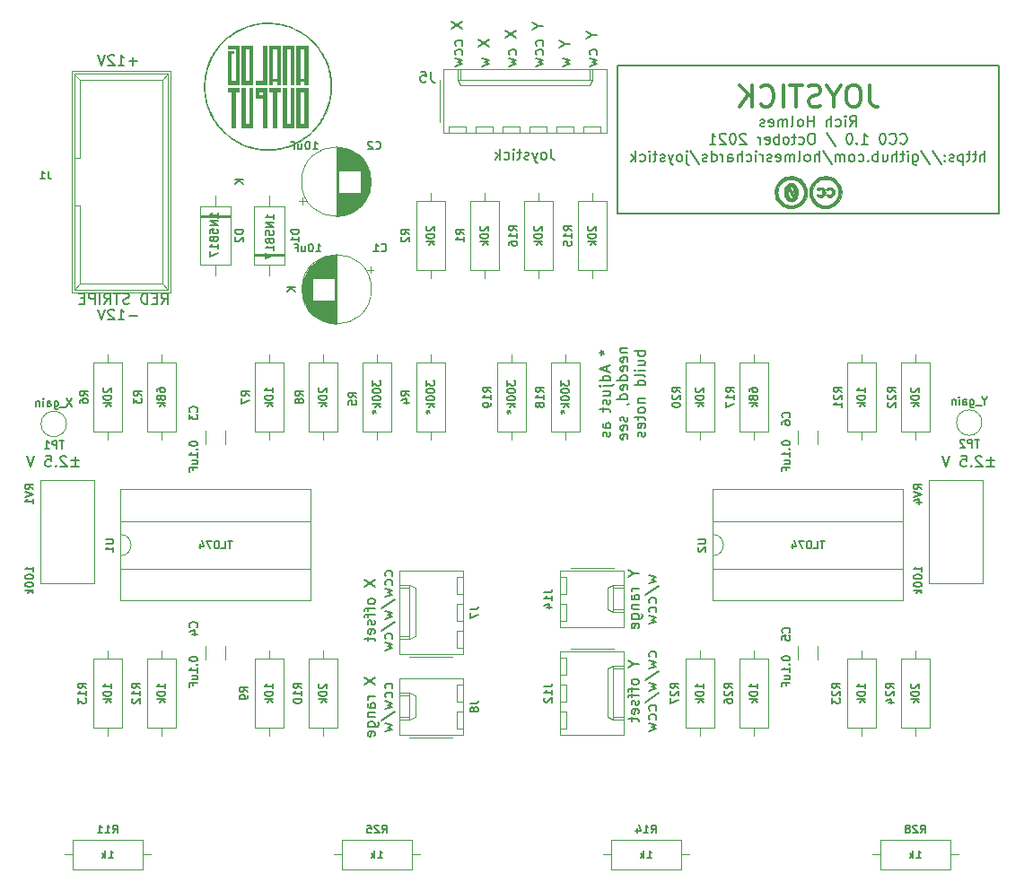
<source format=gbr>
%TF.GenerationSoftware,KiCad,Pcbnew,5.1.12-84ad8e8a86~92~ubuntu20.04.1*%
%TF.CreationDate,2021-11-30T23:55:42-05:00*%
%TF.ProjectId,joystick,6a6f7973-7469-4636-9b2e-6b696361645f,rev?*%
%TF.SameCoordinates,Original*%
%TF.FileFunction,Legend,Bot*%
%TF.FilePolarity,Positive*%
%FSLAX46Y46*%
G04 Gerber Fmt 4.6, Leading zero omitted, Abs format (unit mm)*
G04 Created by KiCad (PCBNEW 5.1.12-84ad8e8a86~92~ubuntu20.04.1) date 2021-11-30 23:55:42*
%MOMM*%
%LPD*%
G01*
G04 APERTURE LIST*
%ADD10C,0.150000*%
%ADD11C,0.300000*%
%ADD12C,0.120000*%
%ADD13C,0.010000*%
G04 APERTURE END LIST*
D10*
X155302380Y-86119047D02*
X155540476Y-86119047D01*
X155445238Y-85880952D02*
X155540476Y-86119047D01*
X155445238Y-86357142D01*
X155730952Y-85976190D02*
X155540476Y-86119047D01*
X155730952Y-86261904D01*
X156016666Y-87452380D02*
X156016666Y-87928571D01*
X156302380Y-87357142D02*
X155302380Y-87690476D01*
X156302380Y-88023809D01*
X156302380Y-88785714D02*
X155302380Y-88785714D01*
X156254761Y-88785714D02*
X156302380Y-88690476D01*
X156302380Y-88500000D01*
X156254761Y-88404761D01*
X156207142Y-88357142D01*
X156111904Y-88309523D01*
X155826190Y-88309523D01*
X155730952Y-88357142D01*
X155683333Y-88404761D01*
X155635714Y-88500000D01*
X155635714Y-88690476D01*
X155683333Y-88785714D01*
X155635714Y-89261904D02*
X156492857Y-89261904D01*
X156588095Y-89214285D01*
X156635714Y-89119047D01*
X156635714Y-89071428D01*
X155302380Y-89261904D02*
X155350000Y-89214285D01*
X155397619Y-89261904D01*
X155350000Y-89309523D01*
X155302380Y-89261904D01*
X155397619Y-89261904D01*
X155635714Y-90166666D02*
X156302380Y-90166666D01*
X155635714Y-89738095D02*
X156159523Y-89738095D01*
X156254761Y-89785714D01*
X156302380Y-89880952D01*
X156302380Y-90023809D01*
X156254761Y-90119047D01*
X156207142Y-90166666D01*
X156254761Y-90595238D02*
X156302380Y-90690476D01*
X156302380Y-90880952D01*
X156254761Y-90976190D01*
X156159523Y-91023809D01*
X156111904Y-91023809D01*
X156016666Y-90976190D01*
X155969047Y-90880952D01*
X155969047Y-90738095D01*
X155921428Y-90642857D01*
X155826190Y-90595238D01*
X155778571Y-90595238D01*
X155683333Y-90642857D01*
X155635714Y-90738095D01*
X155635714Y-90880952D01*
X155683333Y-90976190D01*
X155635714Y-91309523D02*
X155635714Y-91690476D01*
X155302380Y-91452380D02*
X156159523Y-91452380D01*
X156254761Y-91500000D01*
X156302380Y-91595238D01*
X156302380Y-91690476D01*
X156302380Y-93214285D02*
X155778571Y-93214285D01*
X155683333Y-93166666D01*
X155635714Y-93071428D01*
X155635714Y-92880952D01*
X155683333Y-92785714D01*
X156254761Y-93214285D02*
X156302380Y-93119047D01*
X156302380Y-92880952D01*
X156254761Y-92785714D01*
X156159523Y-92738095D01*
X156064285Y-92738095D01*
X155969047Y-92785714D01*
X155921428Y-92880952D01*
X155921428Y-93119047D01*
X155873809Y-93214285D01*
X156254761Y-93642857D02*
X156302380Y-93738095D01*
X156302380Y-93928571D01*
X156254761Y-94023809D01*
X156159523Y-94071428D01*
X156111904Y-94071428D01*
X156016666Y-94023809D01*
X155969047Y-93928571D01*
X155969047Y-93785714D01*
X155921428Y-93690476D01*
X155826190Y-93642857D01*
X155778571Y-93642857D01*
X155683333Y-93690476D01*
X155635714Y-93785714D01*
X155635714Y-93928571D01*
X155683333Y-94023809D01*
X157285714Y-85714285D02*
X157952380Y-85714285D01*
X157380952Y-85714285D02*
X157333333Y-85761904D01*
X157285714Y-85857142D01*
X157285714Y-86000000D01*
X157333333Y-86095238D01*
X157428571Y-86142857D01*
X157952380Y-86142857D01*
X157904761Y-87000000D02*
X157952380Y-86904761D01*
X157952380Y-86714285D01*
X157904761Y-86619047D01*
X157809523Y-86571428D01*
X157428571Y-86571428D01*
X157333333Y-86619047D01*
X157285714Y-86714285D01*
X157285714Y-86904761D01*
X157333333Y-87000000D01*
X157428571Y-87047619D01*
X157523809Y-87047619D01*
X157619047Y-86571428D01*
X157904761Y-87857142D02*
X157952380Y-87761904D01*
X157952380Y-87571428D01*
X157904761Y-87476190D01*
X157809523Y-87428571D01*
X157428571Y-87428571D01*
X157333333Y-87476190D01*
X157285714Y-87571428D01*
X157285714Y-87761904D01*
X157333333Y-87857142D01*
X157428571Y-87904761D01*
X157523809Y-87904761D01*
X157619047Y-87428571D01*
X157952380Y-88761904D02*
X156952380Y-88761904D01*
X157904761Y-88761904D02*
X157952380Y-88666666D01*
X157952380Y-88476190D01*
X157904761Y-88380952D01*
X157857142Y-88333333D01*
X157761904Y-88285714D01*
X157476190Y-88285714D01*
X157380952Y-88333333D01*
X157333333Y-88380952D01*
X157285714Y-88476190D01*
X157285714Y-88666666D01*
X157333333Y-88761904D01*
X157904761Y-89619047D02*
X157952380Y-89523809D01*
X157952380Y-89333333D01*
X157904761Y-89238095D01*
X157809523Y-89190476D01*
X157428571Y-89190476D01*
X157333333Y-89238095D01*
X157285714Y-89333333D01*
X157285714Y-89523809D01*
X157333333Y-89619047D01*
X157428571Y-89666666D01*
X157523809Y-89666666D01*
X157619047Y-89190476D01*
X157952380Y-90523809D02*
X156952380Y-90523809D01*
X157904761Y-90523809D02*
X157952380Y-90428571D01*
X157952380Y-90238095D01*
X157904761Y-90142857D01*
X157857142Y-90095238D01*
X157761904Y-90047619D01*
X157476190Y-90047619D01*
X157380952Y-90095238D01*
X157333333Y-90142857D01*
X157285714Y-90238095D01*
X157285714Y-90428571D01*
X157333333Y-90523809D01*
X157904761Y-91047619D02*
X157952380Y-91047619D01*
X158047619Y-91000000D01*
X158095238Y-90952380D01*
X157904761Y-92190476D02*
X157952380Y-92285714D01*
X157952380Y-92476190D01*
X157904761Y-92571428D01*
X157809523Y-92619047D01*
X157761904Y-92619047D01*
X157666666Y-92571428D01*
X157619047Y-92476190D01*
X157619047Y-92333333D01*
X157571428Y-92238095D01*
X157476190Y-92190476D01*
X157428571Y-92190476D01*
X157333333Y-92238095D01*
X157285714Y-92333333D01*
X157285714Y-92476190D01*
X157333333Y-92571428D01*
X157904761Y-93428571D02*
X157952380Y-93333333D01*
X157952380Y-93142857D01*
X157904761Y-93047619D01*
X157809523Y-93000000D01*
X157428571Y-93000000D01*
X157333333Y-93047619D01*
X157285714Y-93142857D01*
X157285714Y-93333333D01*
X157333333Y-93428571D01*
X157428571Y-93476190D01*
X157523809Y-93476190D01*
X157619047Y-93000000D01*
X157904761Y-94285714D02*
X157952380Y-94190476D01*
X157952380Y-94000000D01*
X157904761Y-93904761D01*
X157809523Y-93857142D01*
X157428571Y-93857142D01*
X157333333Y-93904761D01*
X157285714Y-94000000D01*
X157285714Y-94190476D01*
X157333333Y-94285714D01*
X157428571Y-94333333D01*
X157523809Y-94333333D01*
X157619047Y-93857142D01*
X159602380Y-85976190D02*
X158602380Y-85976190D01*
X158983333Y-85976190D02*
X158935714Y-86071428D01*
X158935714Y-86261904D01*
X158983333Y-86357142D01*
X159030952Y-86404761D01*
X159126190Y-86452380D01*
X159411904Y-86452380D01*
X159507142Y-86404761D01*
X159554761Y-86357142D01*
X159602380Y-86261904D01*
X159602380Y-86071428D01*
X159554761Y-85976190D01*
X158935714Y-87309523D02*
X159602380Y-87309523D01*
X158935714Y-86880952D02*
X159459523Y-86880952D01*
X159554761Y-86928571D01*
X159602380Y-87023809D01*
X159602380Y-87166666D01*
X159554761Y-87261904D01*
X159507142Y-87309523D01*
X159602380Y-87785714D02*
X158935714Y-87785714D01*
X158602380Y-87785714D02*
X158650000Y-87738095D01*
X158697619Y-87785714D01*
X158650000Y-87833333D01*
X158602380Y-87785714D01*
X158697619Y-87785714D01*
X159602380Y-88404761D02*
X159554761Y-88309523D01*
X159459523Y-88261904D01*
X158602380Y-88261904D01*
X159602380Y-89214285D02*
X158602380Y-89214285D01*
X159554761Y-89214285D02*
X159602380Y-89119047D01*
X159602380Y-88928571D01*
X159554761Y-88833333D01*
X159507142Y-88785714D01*
X159411904Y-88738095D01*
X159126190Y-88738095D01*
X159030952Y-88785714D01*
X158983333Y-88833333D01*
X158935714Y-88928571D01*
X158935714Y-89119047D01*
X158983333Y-89214285D01*
X158935714Y-90452380D02*
X159602380Y-90452380D01*
X159030952Y-90452380D02*
X158983333Y-90500000D01*
X158935714Y-90595238D01*
X158935714Y-90738095D01*
X158983333Y-90833333D01*
X159078571Y-90880952D01*
X159602380Y-90880952D01*
X159602380Y-91500000D02*
X159554761Y-91404761D01*
X159507142Y-91357142D01*
X159411904Y-91309523D01*
X159126190Y-91309523D01*
X159030952Y-91357142D01*
X158983333Y-91404761D01*
X158935714Y-91500000D01*
X158935714Y-91642857D01*
X158983333Y-91738095D01*
X159030952Y-91785714D01*
X159126190Y-91833333D01*
X159411904Y-91833333D01*
X159507142Y-91785714D01*
X159554761Y-91738095D01*
X159602380Y-91642857D01*
X159602380Y-91500000D01*
X158935714Y-92119047D02*
X158935714Y-92500000D01*
X158602380Y-92261904D02*
X159459523Y-92261904D01*
X159554761Y-92309523D01*
X159602380Y-92404761D01*
X159602380Y-92500000D01*
X159554761Y-93214285D02*
X159602380Y-93119047D01*
X159602380Y-92928571D01*
X159554761Y-92833333D01*
X159459523Y-92785714D01*
X159078571Y-92785714D01*
X158983333Y-92833333D01*
X158935714Y-92928571D01*
X158935714Y-93119047D01*
X158983333Y-93214285D01*
X159078571Y-93261904D01*
X159173809Y-93261904D01*
X159269047Y-92785714D01*
X159554761Y-93642857D02*
X159602380Y-93738095D01*
X159602380Y-93928571D01*
X159554761Y-94023809D01*
X159459523Y-94071428D01*
X159411904Y-94071428D01*
X159316666Y-94023809D01*
X159269047Y-93928571D01*
X159269047Y-93785714D01*
X159221428Y-93690476D01*
X159126190Y-93642857D01*
X159078571Y-93642857D01*
X158983333Y-93690476D01*
X158935714Y-93785714D01*
X158935714Y-93928571D01*
X158983333Y-94023809D01*
X192560952Y-96296952D02*
X191799047Y-96296952D01*
X192180000Y-96677904D02*
X192180000Y-95916000D01*
X191799047Y-96868380D02*
X192560952Y-96868380D01*
X191370476Y-95963619D02*
X191322857Y-95916000D01*
X191227619Y-95868380D01*
X190989523Y-95868380D01*
X190894285Y-95916000D01*
X190846666Y-95963619D01*
X190799047Y-96058857D01*
X190799047Y-96154095D01*
X190846666Y-96296952D01*
X191418095Y-96868380D01*
X190799047Y-96868380D01*
X190370476Y-96773142D02*
X190322857Y-96820761D01*
X190370476Y-96868380D01*
X190418095Y-96820761D01*
X190370476Y-96773142D01*
X190370476Y-96868380D01*
X189418095Y-95868380D02*
X189894285Y-95868380D01*
X189941904Y-96344571D01*
X189894285Y-96296952D01*
X189799047Y-96249333D01*
X189560952Y-96249333D01*
X189465714Y-96296952D01*
X189418095Y-96344571D01*
X189370476Y-96439809D01*
X189370476Y-96677904D01*
X189418095Y-96773142D01*
X189465714Y-96820761D01*
X189560952Y-96868380D01*
X189799047Y-96868380D01*
X189894285Y-96820761D01*
X189941904Y-96773142D01*
X188322857Y-95868380D02*
X187989523Y-96868380D01*
X187656190Y-95868380D01*
X106200952Y-96296952D02*
X105439047Y-96296952D01*
X105820000Y-96677904D02*
X105820000Y-95916000D01*
X105439047Y-96868380D02*
X106200952Y-96868380D01*
X105010476Y-95963619D02*
X104962857Y-95916000D01*
X104867619Y-95868380D01*
X104629523Y-95868380D01*
X104534285Y-95916000D01*
X104486666Y-95963619D01*
X104439047Y-96058857D01*
X104439047Y-96154095D01*
X104486666Y-96296952D01*
X105058095Y-96868380D01*
X104439047Y-96868380D01*
X104010476Y-96773142D02*
X103962857Y-96820761D01*
X104010476Y-96868380D01*
X104058095Y-96820761D01*
X104010476Y-96773142D01*
X104010476Y-96868380D01*
X103058095Y-95868380D02*
X103534285Y-95868380D01*
X103581904Y-96344571D01*
X103534285Y-96296952D01*
X103439047Y-96249333D01*
X103200952Y-96249333D01*
X103105714Y-96296952D01*
X103058095Y-96344571D01*
X103010476Y-96439809D01*
X103010476Y-96677904D01*
X103058095Y-96773142D01*
X103105714Y-96820761D01*
X103200952Y-96868380D01*
X103439047Y-96868380D01*
X103534285Y-96820761D01*
X103581904Y-96773142D01*
X101962857Y-95868380D02*
X101629523Y-96868380D01*
X101296190Y-95868380D01*
X141372380Y-54901166D02*
X142372380Y-55567833D01*
X141372380Y-55567833D02*
X142372380Y-54901166D01*
X142324761Y-57139261D02*
X142372380Y-57044023D01*
X142372380Y-56853547D01*
X142324761Y-56758309D01*
X142277142Y-56710690D01*
X142181904Y-56663071D01*
X141896190Y-56663071D01*
X141800952Y-56710690D01*
X141753333Y-56758309D01*
X141705714Y-56853547D01*
X141705714Y-57044023D01*
X141753333Y-57139261D01*
X142324761Y-57996404D02*
X142372380Y-57901166D01*
X142372380Y-57710690D01*
X142324761Y-57615452D01*
X142277142Y-57567833D01*
X142181904Y-57520214D01*
X141896190Y-57520214D01*
X141800952Y-57567833D01*
X141753333Y-57615452D01*
X141705714Y-57710690D01*
X141705714Y-57901166D01*
X141753333Y-57996404D01*
X141705714Y-58329738D02*
X142372380Y-58520214D01*
X141896190Y-58710690D01*
X142372380Y-58901166D01*
X141705714Y-59091642D01*
X143912380Y-56615452D02*
X144912380Y-57282119D01*
X143912380Y-57282119D02*
X144912380Y-56615452D01*
X144245714Y-58329738D02*
X144912380Y-58520214D01*
X144436190Y-58710690D01*
X144912380Y-58901166D01*
X144245714Y-59091642D01*
X146452380Y-55758309D02*
X147452380Y-56424976D01*
X146452380Y-56424976D02*
X147452380Y-55758309D01*
X147404761Y-57996404D02*
X147452380Y-57901166D01*
X147452380Y-57710690D01*
X147404761Y-57615452D01*
X147357142Y-57567833D01*
X147261904Y-57520214D01*
X146976190Y-57520214D01*
X146880952Y-57567833D01*
X146833333Y-57615452D01*
X146785714Y-57710690D01*
X146785714Y-57901166D01*
X146833333Y-57996404D01*
X146785714Y-58329738D02*
X147452380Y-58520214D01*
X146976190Y-58710690D01*
X147452380Y-58901166D01*
X146785714Y-59091642D01*
X149516190Y-55282119D02*
X149992380Y-55282119D01*
X148992380Y-54948785D02*
X149516190Y-55282119D01*
X148992380Y-55615452D01*
X149944761Y-57139261D02*
X149992380Y-57044023D01*
X149992380Y-56853547D01*
X149944761Y-56758309D01*
X149897142Y-56710690D01*
X149801904Y-56663071D01*
X149516190Y-56663071D01*
X149420952Y-56710690D01*
X149373333Y-56758309D01*
X149325714Y-56853547D01*
X149325714Y-57044023D01*
X149373333Y-57139261D01*
X149944761Y-57996404D02*
X149992380Y-57901166D01*
X149992380Y-57710690D01*
X149944761Y-57615452D01*
X149897142Y-57567833D01*
X149801904Y-57520214D01*
X149516190Y-57520214D01*
X149420952Y-57567833D01*
X149373333Y-57615452D01*
X149325714Y-57710690D01*
X149325714Y-57901166D01*
X149373333Y-57996404D01*
X149325714Y-58329738D02*
X149992380Y-58520214D01*
X149516190Y-58710690D01*
X149992380Y-58901166D01*
X149325714Y-59091642D01*
X152056190Y-56996404D02*
X152532380Y-56996404D01*
X151532380Y-56663071D02*
X152056190Y-56996404D01*
X151532380Y-57329738D01*
X151865714Y-58329738D02*
X152532380Y-58520214D01*
X152056190Y-58710690D01*
X152532380Y-58901166D01*
X151865714Y-59091642D01*
X154596190Y-56139261D02*
X155072380Y-56139261D01*
X154072380Y-55805928D02*
X154596190Y-56139261D01*
X154072380Y-56472595D01*
X155024761Y-57996404D02*
X155072380Y-57901166D01*
X155072380Y-57710690D01*
X155024761Y-57615452D01*
X154977142Y-57567833D01*
X154881904Y-57520214D01*
X154596190Y-57520214D01*
X154500952Y-57567833D01*
X154453333Y-57615452D01*
X154405714Y-57710690D01*
X154405714Y-57901166D01*
X154453333Y-57996404D01*
X154405714Y-58329738D02*
X155072380Y-58520214D01*
X154596190Y-58710690D01*
X155072380Y-58901166D01*
X154405714Y-59091642D01*
X150722380Y-66912380D02*
X150722380Y-67626666D01*
X150770000Y-67769523D01*
X150865238Y-67864761D01*
X151008095Y-67912380D01*
X151103333Y-67912380D01*
X150103333Y-67912380D02*
X150198571Y-67864761D01*
X150246190Y-67817142D01*
X150293809Y-67721904D01*
X150293809Y-67436190D01*
X150246190Y-67340952D01*
X150198571Y-67293333D01*
X150103333Y-67245714D01*
X149960476Y-67245714D01*
X149865238Y-67293333D01*
X149817619Y-67340952D01*
X149770000Y-67436190D01*
X149770000Y-67721904D01*
X149817619Y-67817142D01*
X149865238Y-67864761D01*
X149960476Y-67912380D01*
X150103333Y-67912380D01*
X149436666Y-67245714D02*
X149198571Y-67912380D01*
X148960476Y-67245714D02*
X149198571Y-67912380D01*
X149293809Y-68150476D01*
X149341428Y-68198095D01*
X149436666Y-68245714D01*
X148627142Y-67864761D02*
X148531904Y-67912380D01*
X148341428Y-67912380D01*
X148246190Y-67864761D01*
X148198571Y-67769523D01*
X148198571Y-67721904D01*
X148246190Y-67626666D01*
X148341428Y-67579047D01*
X148484285Y-67579047D01*
X148579523Y-67531428D01*
X148627142Y-67436190D01*
X148627142Y-67388571D01*
X148579523Y-67293333D01*
X148484285Y-67245714D01*
X148341428Y-67245714D01*
X148246190Y-67293333D01*
X147912857Y-67245714D02*
X147531904Y-67245714D01*
X147770000Y-66912380D02*
X147770000Y-67769523D01*
X147722380Y-67864761D01*
X147627142Y-67912380D01*
X147531904Y-67912380D01*
X147198571Y-67912380D02*
X147198571Y-67245714D01*
X147198571Y-66912380D02*
X147246190Y-66960000D01*
X147198571Y-67007619D01*
X147150952Y-66960000D01*
X147198571Y-66912380D01*
X147198571Y-67007619D01*
X146293809Y-67864761D02*
X146389047Y-67912380D01*
X146579523Y-67912380D01*
X146674761Y-67864761D01*
X146722380Y-67817142D01*
X146770000Y-67721904D01*
X146770000Y-67436190D01*
X146722380Y-67340952D01*
X146674761Y-67293333D01*
X146579523Y-67245714D01*
X146389047Y-67245714D01*
X146293809Y-67293333D01*
X145865238Y-67912380D02*
X145865238Y-66912380D01*
X145770000Y-67531428D02*
X145484285Y-67912380D01*
X145484285Y-67245714D02*
X145865238Y-67626666D01*
X158531190Y-106955809D02*
X159007380Y-106955809D01*
X158007380Y-106622476D02*
X158531190Y-106955809D01*
X158007380Y-107289142D01*
X159007380Y-108384380D02*
X158340714Y-108384380D01*
X158531190Y-108384380D02*
X158435952Y-108432000D01*
X158388333Y-108479619D01*
X158340714Y-108574857D01*
X158340714Y-108670095D01*
X159007380Y-109432000D02*
X158483571Y-109432000D01*
X158388333Y-109384380D01*
X158340714Y-109289142D01*
X158340714Y-109098666D01*
X158388333Y-109003428D01*
X158959761Y-109432000D02*
X159007380Y-109336761D01*
X159007380Y-109098666D01*
X158959761Y-109003428D01*
X158864523Y-108955809D01*
X158769285Y-108955809D01*
X158674047Y-109003428D01*
X158626428Y-109098666D01*
X158626428Y-109336761D01*
X158578809Y-109432000D01*
X158340714Y-109908190D02*
X159007380Y-109908190D01*
X158435952Y-109908190D02*
X158388333Y-109955809D01*
X158340714Y-110051047D01*
X158340714Y-110193904D01*
X158388333Y-110289142D01*
X158483571Y-110336761D01*
X159007380Y-110336761D01*
X158340714Y-111241523D02*
X159150238Y-111241523D01*
X159245476Y-111193904D01*
X159293095Y-111146285D01*
X159340714Y-111051047D01*
X159340714Y-110908190D01*
X159293095Y-110812952D01*
X158959761Y-111241523D02*
X159007380Y-111146285D01*
X159007380Y-110955809D01*
X158959761Y-110860571D01*
X158912142Y-110812952D01*
X158816904Y-110765333D01*
X158531190Y-110765333D01*
X158435952Y-110812952D01*
X158388333Y-110860571D01*
X158340714Y-110955809D01*
X158340714Y-111146285D01*
X158388333Y-111241523D01*
X158959761Y-112098666D02*
X159007380Y-112003428D01*
X159007380Y-111812952D01*
X158959761Y-111717714D01*
X158864523Y-111670095D01*
X158483571Y-111670095D01*
X158388333Y-111717714D01*
X158340714Y-111812952D01*
X158340714Y-112003428D01*
X158388333Y-112098666D01*
X158483571Y-112146285D01*
X158578809Y-112146285D01*
X158674047Y-111670095D01*
X159990714Y-107146285D02*
X160657380Y-107336761D01*
X160181190Y-107527238D01*
X160657380Y-107717714D01*
X159990714Y-107908190D01*
X159609761Y-109003428D02*
X160895476Y-108146285D01*
X160609761Y-109765333D02*
X160657380Y-109670095D01*
X160657380Y-109479619D01*
X160609761Y-109384380D01*
X160562142Y-109336761D01*
X160466904Y-109289142D01*
X160181190Y-109289142D01*
X160085952Y-109336761D01*
X160038333Y-109384380D01*
X159990714Y-109479619D01*
X159990714Y-109670095D01*
X160038333Y-109765333D01*
X160609761Y-110622476D02*
X160657380Y-110527238D01*
X160657380Y-110336761D01*
X160609761Y-110241523D01*
X160562142Y-110193904D01*
X160466904Y-110146285D01*
X160181190Y-110146285D01*
X160085952Y-110193904D01*
X160038333Y-110241523D01*
X159990714Y-110336761D01*
X159990714Y-110527238D01*
X160038333Y-110622476D01*
X159990714Y-110955809D02*
X160657380Y-111146285D01*
X160181190Y-111336761D01*
X160657380Y-111527238D01*
X159990714Y-111717714D01*
X158531190Y-115544190D02*
X159007380Y-115544190D01*
X158007380Y-115210857D02*
X158531190Y-115544190D01*
X158007380Y-115877523D01*
X159007380Y-117115619D02*
X158959761Y-117020380D01*
X158912142Y-116972761D01*
X158816904Y-116925142D01*
X158531190Y-116925142D01*
X158435952Y-116972761D01*
X158388333Y-117020380D01*
X158340714Y-117115619D01*
X158340714Y-117258476D01*
X158388333Y-117353714D01*
X158435952Y-117401333D01*
X158531190Y-117448952D01*
X158816904Y-117448952D01*
X158912142Y-117401333D01*
X158959761Y-117353714D01*
X159007380Y-117258476D01*
X159007380Y-117115619D01*
X158340714Y-117734666D02*
X158340714Y-118115619D01*
X159007380Y-117877523D02*
X158150238Y-117877523D01*
X158055000Y-117925142D01*
X158007380Y-118020380D01*
X158007380Y-118115619D01*
X158340714Y-118306095D02*
X158340714Y-118687047D01*
X159007380Y-118448952D02*
X158150238Y-118448952D01*
X158055000Y-118496571D01*
X158007380Y-118591809D01*
X158007380Y-118687047D01*
X158959761Y-118972761D02*
X159007380Y-119068000D01*
X159007380Y-119258476D01*
X158959761Y-119353714D01*
X158864523Y-119401333D01*
X158816904Y-119401333D01*
X158721666Y-119353714D01*
X158674047Y-119258476D01*
X158674047Y-119115619D01*
X158626428Y-119020380D01*
X158531190Y-118972761D01*
X158483571Y-118972761D01*
X158388333Y-119020380D01*
X158340714Y-119115619D01*
X158340714Y-119258476D01*
X158388333Y-119353714D01*
X158959761Y-120210857D02*
X159007380Y-120115619D01*
X159007380Y-119925142D01*
X158959761Y-119829904D01*
X158864523Y-119782285D01*
X158483571Y-119782285D01*
X158388333Y-119829904D01*
X158340714Y-119925142D01*
X158340714Y-120115619D01*
X158388333Y-120210857D01*
X158483571Y-120258476D01*
X158578809Y-120258476D01*
X158674047Y-119782285D01*
X158340714Y-120544190D02*
X158340714Y-120925142D01*
X158007380Y-120687047D02*
X158864523Y-120687047D01*
X158959761Y-120734666D01*
X159007380Y-120829904D01*
X159007380Y-120925142D01*
X160609761Y-114829904D02*
X160657380Y-114734666D01*
X160657380Y-114544190D01*
X160609761Y-114448952D01*
X160562142Y-114401333D01*
X160466904Y-114353714D01*
X160181190Y-114353714D01*
X160085952Y-114401333D01*
X160038333Y-114448952D01*
X159990714Y-114544190D01*
X159990714Y-114734666D01*
X160038333Y-114829904D01*
X159990714Y-115163238D02*
X160657380Y-115353714D01*
X160181190Y-115544190D01*
X160657380Y-115734666D01*
X159990714Y-115925142D01*
X159609761Y-117020380D02*
X160895476Y-116163238D01*
X159990714Y-117258476D02*
X160657380Y-117448952D01*
X160181190Y-117639428D01*
X160657380Y-117829904D01*
X159990714Y-118020380D01*
X159609761Y-119115619D02*
X160895476Y-118258476D01*
X160609761Y-119877523D02*
X160657380Y-119782285D01*
X160657380Y-119591809D01*
X160609761Y-119496571D01*
X160562142Y-119448952D01*
X160466904Y-119401333D01*
X160181190Y-119401333D01*
X160085952Y-119448952D01*
X160038333Y-119496571D01*
X159990714Y-119591809D01*
X159990714Y-119782285D01*
X160038333Y-119877523D01*
X160609761Y-120734666D02*
X160657380Y-120639428D01*
X160657380Y-120448952D01*
X160609761Y-120353714D01*
X160562142Y-120306095D01*
X160466904Y-120258476D01*
X160181190Y-120258476D01*
X160085952Y-120306095D01*
X160038333Y-120353714D01*
X159990714Y-120448952D01*
X159990714Y-120639428D01*
X160038333Y-120734666D01*
X159990714Y-121068000D02*
X160657380Y-121258476D01*
X160181190Y-121448952D01*
X160657380Y-121639428D01*
X159990714Y-121829904D01*
X133115380Y-107590857D02*
X134115380Y-108257523D01*
X133115380Y-108257523D02*
X134115380Y-107590857D01*
X134115380Y-109543238D02*
X134067761Y-109448000D01*
X134020142Y-109400380D01*
X133924904Y-109352761D01*
X133639190Y-109352761D01*
X133543952Y-109400380D01*
X133496333Y-109448000D01*
X133448714Y-109543238D01*
X133448714Y-109686095D01*
X133496333Y-109781333D01*
X133543952Y-109828952D01*
X133639190Y-109876571D01*
X133924904Y-109876571D01*
X134020142Y-109828952D01*
X134067761Y-109781333D01*
X134115380Y-109686095D01*
X134115380Y-109543238D01*
X133448714Y-110162285D02*
X133448714Y-110543238D01*
X134115380Y-110305142D02*
X133258238Y-110305142D01*
X133163000Y-110352761D01*
X133115380Y-110448000D01*
X133115380Y-110543238D01*
X133448714Y-110733714D02*
X133448714Y-111114666D01*
X134115380Y-110876571D02*
X133258238Y-110876571D01*
X133163000Y-110924190D01*
X133115380Y-111019428D01*
X133115380Y-111114666D01*
X134067761Y-111400380D02*
X134115380Y-111495619D01*
X134115380Y-111686095D01*
X134067761Y-111781333D01*
X133972523Y-111828952D01*
X133924904Y-111828952D01*
X133829666Y-111781333D01*
X133782047Y-111686095D01*
X133782047Y-111543238D01*
X133734428Y-111448000D01*
X133639190Y-111400380D01*
X133591571Y-111400380D01*
X133496333Y-111448000D01*
X133448714Y-111543238D01*
X133448714Y-111686095D01*
X133496333Y-111781333D01*
X134067761Y-112638476D02*
X134115380Y-112543238D01*
X134115380Y-112352761D01*
X134067761Y-112257523D01*
X133972523Y-112209904D01*
X133591571Y-112209904D01*
X133496333Y-112257523D01*
X133448714Y-112352761D01*
X133448714Y-112543238D01*
X133496333Y-112638476D01*
X133591571Y-112686095D01*
X133686809Y-112686095D01*
X133782047Y-112209904D01*
X133448714Y-112971809D02*
X133448714Y-113352761D01*
X133115380Y-113114666D02*
X133972523Y-113114666D01*
X134067761Y-113162285D01*
X134115380Y-113257523D01*
X134115380Y-113352761D01*
X135717761Y-107209904D02*
X135765380Y-107114666D01*
X135765380Y-106924190D01*
X135717761Y-106828952D01*
X135670142Y-106781333D01*
X135574904Y-106733714D01*
X135289190Y-106733714D01*
X135193952Y-106781333D01*
X135146333Y-106828952D01*
X135098714Y-106924190D01*
X135098714Y-107114666D01*
X135146333Y-107209904D01*
X135717761Y-108067047D02*
X135765380Y-107971809D01*
X135765380Y-107781333D01*
X135717761Y-107686095D01*
X135670142Y-107638476D01*
X135574904Y-107590857D01*
X135289190Y-107590857D01*
X135193952Y-107638476D01*
X135146333Y-107686095D01*
X135098714Y-107781333D01*
X135098714Y-107971809D01*
X135146333Y-108067047D01*
X135098714Y-108400380D02*
X135765380Y-108590857D01*
X135289190Y-108781333D01*
X135765380Y-108971809D01*
X135098714Y-109162285D01*
X134717761Y-110257523D02*
X136003476Y-109400380D01*
X135098714Y-110495619D02*
X135765380Y-110686095D01*
X135289190Y-110876571D01*
X135765380Y-111067047D01*
X135098714Y-111257523D01*
X134717761Y-112352761D02*
X136003476Y-111495619D01*
X135717761Y-113114666D02*
X135765380Y-113019428D01*
X135765380Y-112828952D01*
X135717761Y-112733714D01*
X135670142Y-112686095D01*
X135574904Y-112638476D01*
X135289190Y-112638476D01*
X135193952Y-112686095D01*
X135146333Y-112733714D01*
X135098714Y-112828952D01*
X135098714Y-113019428D01*
X135146333Y-113114666D01*
X135098714Y-113448000D02*
X135765380Y-113638476D01*
X135289190Y-113828952D01*
X135765380Y-114019428D01*
X135098714Y-114209904D01*
X133115380Y-116782476D02*
X134115380Y-117449142D01*
X133115380Y-117449142D02*
X134115380Y-116782476D01*
X134115380Y-118592000D02*
X133448714Y-118592000D01*
X133639190Y-118592000D02*
X133543952Y-118639619D01*
X133496333Y-118687238D01*
X133448714Y-118782476D01*
X133448714Y-118877714D01*
X134115380Y-119639619D02*
X133591571Y-119639619D01*
X133496333Y-119592000D01*
X133448714Y-119496761D01*
X133448714Y-119306285D01*
X133496333Y-119211047D01*
X134067761Y-119639619D02*
X134115380Y-119544380D01*
X134115380Y-119306285D01*
X134067761Y-119211047D01*
X133972523Y-119163428D01*
X133877285Y-119163428D01*
X133782047Y-119211047D01*
X133734428Y-119306285D01*
X133734428Y-119544380D01*
X133686809Y-119639619D01*
X133448714Y-120115809D02*
X134115380Y-120115809D01*
X133543952Y-120115809D02*
X133496333Y-120163428D01*
X133448714Y-120258666D01*
X133448714Y-120401523D01*
X133496333Y-120496761D01*
X133591571Y-120544380D01*
X134115380Y-120544380D01*
X133448714Y-121449142D02*
X134258238Y-121449142D01*
X134353476Y-121401523D01*
X134401095Y-121353904D01*
X134448714Y-121258666D01*
X134448714Y-121115809D01*
X134401095Y-121020571D01*
X134067761Y-121449142D02*
X134115380Y-121353904D01*
X134115380Y-121163428D01*
X134067761Y-121068190D01*
X134020142Y-121020571D01*
X133924904Y-120972952D01*
X133639190Y-120972952D01*
X133543952Y-121020571D01*
X133496333Y-121068190D01*
X133448714Y-121163428D01*
X133448714Y-121353904D01*
X133496333Y-121449142D01*
X134067761Y-122306285D02*
X134115380Y-122211047D01*
X134115380Y-122020571D01*
X134067761Y-121925333D01*
X133972523Y-121877714D01*
X133591571Y-121877714D01*
X133496333Y-121925333D01*
X133448714Y-122020571D01*
X133448714Y-122211047D01*
X133496333Y-122306285D01*
X133591571Y-122353904D01*
X133686809Y-122353904D01*
X133782047Y-121877714D01*
X135717761Y-117830095D02*
X135765380Y-117734857D01*
X135765380Y-117544380D01*
X135717761Y-117449142D01*
X135670142Y-117401523D01*
X135574904Y-117353904D01*
X135289190Y-117353904D01*
X135193952Y-117401523D01*
X135146333Y-117449142D01*
X135098714Y-117544380D01*
X135098714Y-117734857D01*
X135146333Y-117830095D01*
X135717761Y-118687238D02*
X135765380Y-118592000D01*
X135765380Y-118401523D01*
X135717761Y-118306285D01*
X135670142Y-118258666D01*
X135574904Y-118211047D01*
X135289190Y-118211047D01*
X135193952Y-118258666D01*
X135146333Y-118306285D01*
X135098714Y-118401523D01*
X135098714Y-118592000D01*
X135146333Y-118687238D01*
X135098714Y-119020571D02*
X135765380Y-119211047D01*
X135289190Y-119401523D01*
X135765380Y-119592000D01*
X135098714Y-119782476D01*
X134717761Y-120877714D02*
X136003476Y-120020571D01*
X135098714Y-121115809D02*
X135765380Y-121306285D01*
X135289190Y-121496761D01*
X135765380Y-121687238D01*
X135098714Y-121877714D01*
X193000000Y-73000000D02*
X193000000Y-59000000D01*
X157000000Y-73000000D02*
X193000000Y-73000000D01*
X157000000Y-59000000D02*
X157000000Y-73000000D01*
X193000000Y-59000000D02*
X157000000Y-59000000D01*
X178928571Y-64802380D02*
X179261904Y-64326190D01*
X179500000Y-64802380D02*
X179500000Y-63802380D01*
X179119047Y-63802380D01*
X179023809Y-63850000D01*
X178976190Y-63897619D01*
X178928571Y-63992857D01*
X178928571Y-64135714D01*
X178976190Y-64230952D01*
X179023809Y-64278571D01*
X179119047Y-64326190D01*
X179500000Y-64326190D01*
X178500000Y-64802380D02*
X178500000Y-64135714D01*
X178500000Y-63802380D02*
X178547619Y-63850000D01*
X178500000Y-63897619D01*
X178452380Y-63850000D01*
X178500000Y-63802380D01*
X178500000Y-63897619D01*
X177595238Y-64754761D02*
X177690476Y-64802380D01*
X177880952Y-64802380D01*
X177976190Y-64754761D01*
X178023809Y-64707142D01*
X178071428Y-64611904D01*
X178071428Y-64326190D01*
X178023809Y-64230952D01*
X177976190Y-64183333D01*
X177880952Y-64135714D01*
X177690476Y-64135714D01*
X177595238Y-64183333D01*
X177166666Y-64802380D02*
X177166666Y-63802380D01*
X176738095Y-64802380D02*
X176738095Y-64278571D01*
X176785714Y-64183333D01*
X176880952Y-64135714D01*
X177023809Y-64135714D01*
X177119047Y-64183333D01*
X177166666Y-64230952D01*
X175500000Y-64802380D02*
X175500000Y-63802380D01*
X175500000Y-64278571D02*
X174928571Y-64278571D01*
X174928571Y-64802380D02*
X174928571Y-63802380D01*
X174309523Y-64802380D02*
X174404761Y-64754761D01*
X174452380Y-64707142D01*
X174500000Y-64611904D01*
X174500000Y-64326190D01*
X174452380Y-64230952D01*
X174404761Y-64183333D01*
X174309523Y-64135714D01*
X174166666Y-64135714D01*
X174071428Y-64183333D01*
X174023809Y-64230952D01*
X173976190Y-64326190D01*
X173976190Y-64611904D01*
X174023809Y-64707142D01*
X174071428Y-64754761D01*
X174166666Y-64802380D01*
X174309523Y-64802380D01*
X173404761Y-64802380D02*
X173500000Y-64754761D01*
X173547619Y-64659523D01*
X173547619Y-63802380D01*
X173023809Y-64802380D02*
X173023809Y-64135714D01*
X173023809Y-64230952D02*
X172976190Y-64183333D01*
X172880952Y-64135714D01*
X172738095Y-64135714D01*
X172642857Y-64183333D01*
X172595238Y-64278571D01*
X172595238Y-64802380D01*
X172595238Y-64278571D02*
X172547619Y-64183333D01*
X172452380Y-64135714D01*
X172309523Y-64135714D01*
X172214285Y-64183333D01*
X172166666Y-64278571D01*
X172166666Y-64802380D01*
X171309523Y-64754761D02*
X171404761Y-64802380D01*
X171595238Y-64802380D01*
X171690476Y-64754761D01*
X171738095Y-64659523D01*
X171738095Y-64278571D01*
X171690476Y-64183333D01*
X171595238Y-64135714D01*
X171404761Y-64135714D01*
X171309523Y-64183333D01*
X171261904Y-64278571D01*
X171261904Y-64373809D01*
X171738095Y-64469047D01*
X170880952Y-64754761D02*
X170785714Y-64802380D01*
X170595238Y-64802380D01*
X170500000Y-64754761D01*
X170452380Y-64659523D01*
X170452380Y-64611904D01*
X170500000Y-64516666D01*
X170595238Y-64469047D01*
X170738095Y-64469047D01*
X170833333Y-64421428D01*
X170880952Y-64326190D01*
X170880952Y-64278571D01*
X170833333Y-64183333D01*
X170738095Y-64135714D01*
X170595238Y-64135714D01*
X170500000Y-64183333D01*
X183690476Y-66357142D02*
X183738095Y-66404761D01*
X183880952Y-66452380D01*
X183976190Y-66452380D01*
X184119047Y-66404761D01*
X184214285Y-66309523D01*
X184261904Y-66214285D01*
X184309523Y-66023809D01*
X184309523Y-65880952D01*
X184261904Y-65690476D01*
X184214285Y-65595238D01*
X184119047Y-65500000D01*
X183976190Y-65452380D01*
X183880952Y-65452380D01*
X183738095Y-65500000D01*
X183690476Y-65547619D01*
X182690476Y-66357142D02*
X182738095Y-66404761D01*
X182880952Y-66452380D01*
X182976190Y-66452380D01*
X183119047Y-66404761D01*
X183214285Y-66309523D01*
X183261904Y-66214285D01*
X183309523Y-66023809D01*
X183309523Y-65880952D01*
X183261904Y-65690476D01*
X183214285Y-65595238D01*
X183119047Y-65500000D01*
X182976190Y-65452380D01*
X182880952Y-65452380D01*
X182738095Y-65500000D01*
X182690476Y-65547619D01*
X182071428Y-65452380D02*
X181976190Y-65452380D01*
X181880952Y-65500000D01*
X181833333Y-65547619D01*
X181785714Y-65642857D01*
X181738095Y-65833333D01*
X181738095Y-66071428D01*
X181785714Y-66261904D01*
X181833333Y-66357142D01*
X181880952Y-66404761D01*
X181976190Y-66452380D01*
X182071428Y-66452380D01*
X182166666Y-66404761D01*
X182214285Y-66357142D01*
X182261904Y-66261904D01*
X182309523Y-66071428D01*
X182309523Y-65833333D01*
X182261904Y-65642857D01*
X182214285Y-65547619D01*
X182166666Y-65500000D01*
X182071428Y-65452380D01*
X180023809Y-66452380D02*
X180595238Y-66452380D01*
X180309523Y-66452380D02*
X180309523Y-65452380D01*
X180404761Y-65595238D01*
X180500000Y-65690476D01*
X180595238Y-65738095D01*
X179595238Y-66357142D02*
X179547619Y-66404761D01*
X179595238Y-66452380D01*
X179642857Y-66404761D01*
X179595238Y-66357142D01*
X179595238Y-66452380D01*
X178928571Y-65452380D02*
X178833333Y-65452380D01*
X178738095Y-65500000D01*
X178690476Y-65547619D01*
X178642857Y-65642857D01*
X178595238Y-65833333D01*
X178595238Y-66071428D01*
X178642857Y-66261904D01*
X178690476Y-66357142D01*
X178738095Y-66404761D01*
X178833333Y-66452380D01*
X178928571Y-66452380D01*
X179023809Y-66404761D01*
X179071428Y-66357142D01*
X179119047Y-66261904D01*
X179166666Y-66071428D01*
X179166666Y-65833333D01*
X179119047Y-65642857D01*
X179071428Y-65547619D01*
X179023809Y-65500000D01*
X178928571Y-65452380D01*
X176690476Y-65404761D02*
X177547619Y-66690476D01*
X175404761Y-65452380D02*
X175214285Y-65452380D01*
X175119047Y-65500000D01*
X175023809Y-65595238D01*
X174976190Y-65785714D01*
X174976190Y-66119047D01*
X175023809Y-66309523D01*
X175119047Y-66404761D01*
X175214285Y-66452380D01*
X175404761Y-66452380D01*
X175500000Y-66404761D01*
X175595238Y-66309523D01*
X175642857Y-66119047D01*
X175642857Y-65785714D01*
X175595238Y-65595238D01*
X175500000Y-65500000D01*
X175404761Y-65452380D01*
X174119047Y-66404761D02*
X174214285Y-66452380D01*
X174404761Y-66452380D01*
X174500000Y-66404761D01*
X174547619Y-66357142D01*
X174595238Y-66261904D01*
X174595238Y-65976190D01*
X174547619Y-65880952D01*
X174500000Y-65833333D01*
X174404761Y-65785714D01*
X174214285Y-65785714D01*
X174119047Y-65833333D01*
X173833333Y-65785714D02*
X173452380Y-65785714D01*
X173690476Y-65452380D02*
X173690476Y-66309523D01*
X173642857Y-66404761D01*
X173547619Y-66452380D01*
X173452380Y-66452380D01*
X172976190Y-66452380D02*
X173071428Y-66404761D01*
X173119047Y-66357142D01*
X173166666Y-66261904D01*
X173166666Y-65976190D01*
X173119047Y-65880952D01*
X173071428Y-65833333D01*
X172976190Y-65785714D01*
X172833333Y-65785714D01*
X172738095Y-65833333D01*
X172690476Y-65880952D01*
X172642857Y-65976190D01*
X172642857Y-66261904D01*
X172690476Y-66357142D01*
X172738095Y-66404761D01*
X172833333Y-66452380D01*
X172976190Y-66452380D01*
X172214285Y-66452380D02*
X172214285Y-65452380D01*
X172214285Y-65833333D02*
X172119047Y-65785714D01*
X171928571Y-65785714D01*
X171833333Y-65833333D01*
X171785714Y-65880952D01*
X171738095Y-65976190D01*
X171738095Y-66261904D01*
X171785714Y-66357142D01*
X171833333Y-66404761D01*
X171928571Y-66452380D01*
X172119047Y-66452380D01*
X172214285Y-66404761D01*
X170928571Y-66404761D02*
X171023809Y-66452380D01*
X171214285Y-66452380D01*
X171309523Y-66404761D01*
X171357142Y-66309523D01*
X171357142Y-65928571D01*
X171309523Y-65833333D01*
X171214285Y-65785714D01*
X171023809Y-65785714D01*
X170928571Y-65833333D01*
X170880952Y-65928571D01*
X170880952Y-66023809D01*
X171357142Y-66119047D01*
X170452380Y-66452380D02*
X170452380Y-65785714D01*
X170452380Y-65976190D02*
X170404761Y-65880952D01*
X170357142Y-65833333D01*
X170261904Y-65785714D01*
X170166666Y-65785714D01*
X169119047Y-65547619D02*
X169071428Y-65500000D01*
X168976190Y-65452380D01*
X168738095Y-65452380D01*
X168642857Y-65500000D01*
X168595238Y-65547619D01*
X168547619Y-65642857D01*
X168547619Y-65738095D01*
X168595238Y-65880952D01*
X169166666Y-66452380D01*
X168547619Y-66452380D01*
X167928571Y-65452380D02*
X167833333Y-65452380D01*
X167738095Y-65500000D01*
X167690476Y-65547619D01*
X167642857Y-65642857D01*
X167595238Y-65833333D01*
X167595238Y-66071428D01*
X167642857Y-66261904D01*
X167690476Y-66357142D01*
X167738095Y-66404761D01*
X167833333Y-66452380D01*
X167928571Y-66452380D01*
X168023809Y-66404761D01*
X168071428Y-66357142D01*
X168119047Y-66261904D01*
X168166666Y-66071428D01*
X168166666Y-65833333D01*
X168119047Y-65642857D01*
X168071428Y-65547619D01*
X168023809Y-65500000D01*
X167928571Y-65452380D01*
X167214285Y-65547619D02*
X167166666Y-65500000D01*
X167071428Y-65452380D01*
X166833333Y-65452380D01*
X166738095Y-65500000D01*
X166690476Y-65547619D01*
X166642857Y-65642857D01*
X166642857Y-65738095D01*
X166690476Y-65880952D01*
X167261904Y-66452380D01*
X166642857Y-66452380D01*
X165690476Y-66452380D02*
X166261904Y-66452380D01*
X165976190Y-66452380D02*
X165976190Y-65452380D01*
X166071428Y-65595238D01*
X166166666Y-65690476D01*
X166261904Y-65738095D01*
X191642857Y-68102380D02*
X191642857Y-67102380D01*
X191214285Y-68102380D02*
X191214285Y-67578571D01*
X191261904Y-67483333D01*
X191357142Y-67435714D01*
X191500000Y-67435714D01*
X191595238Y-67483333D01*
X191642857Y-67530952D01*
X190880952Y-67435714D02*
X190500000Y-67435714D01*
X190738095Y-67102380D02*
X190738095Y-67959523D01*
X190690476Y-68054761D01*
X190595238Y-68102380D01*
X190500000Y-68102380D01*
X190309523Y-67435714D02*
X189928571Y-67435714D01*
X190166666Y-67102380D02*
X190166666Y-67959523D01*
X190119047Y-68054761D01*
X190023809Y-68102380D01*
X189928571Y-68102380D01*
X189595238Y-67435714D02*
X189595238Y-68435714D01*
X189595238Y-67483333D02*
X189500000Y-67435714D01*
X189309523Y-67435714D01*
X189214285Y-67483333D01*
X189166666Y-67530952D01*
X189119047Y-67626190D01*
X189119047Y-67911904D01*
X189166666Y-68007142D01*
X189214285Y-68054761D01*
X189309523Y-68102380D01*
X189500000Y-68102380D01*
X189595238Y-68054761D01*
X188738095Y-68054761D02*
X188642857Y-68102380D01*
X188452380Y-68102380D01*
X188357142Y-68054761D01*
X188309523Y-67959523D01*
X188309523Y-67911904D01*
X188357142Y-67816666D01*
X188452380Y-67769047D01*
X188595238Y-67769047D01*
X188690476Y-67721428D01*
X188738095Y-67626190D01*
X188738095Y-67578571D01*
X188690476Y-67483333D01*
X188595238Y-67435714D01*
X188452380Y-67435714D01*
X188357142Y-67483333D01*
X187880952Y-68007142D02*
X187833333Y-68054761D01*
X187880952Y-68102380D01*
X187928571Y-68054761D01*
X187880952Y-68007142D01*
X187880952Y-68102380D01*
X187880952Y-67483333D02*
X187833333Y-67530952D01*
X187880952Y-67578571D01*
X187928571Y-67530952D01*
X187880952Y-67483333D01*
X187880952Y-67578571D01*
X186690476Y-67054761D02*
X187547619Y-68340476D01*
X185642857Y-67054761D02*
X186500000Y-68340476D01*
X184880952Y-67435714D02*
X184880952Y-68245238D01*
X184928571Y-68340476D01*
X184976190Y-68388095D01*
X185071428Y-68435714D01*
X185214285Y-68435714D01*
X185309523Y-68388095D01*
X184880952Y-68054761D02*
X184976190Y-68102380D01*
X185166666Y-68102380D01*
X185261904Y-68054761D01*
X185309523Y-68007142D01*
X185357142Y-67911904D01*
X185357142Y-67626190D01*
X185309523Y-67530952D01*
X185261904Y-67483333D01*
X185166666Y-67435714D01*
X184976190Y-67435714D01*
X184880952Y-67483333D01*
X184404761Y-68102380D02*
X184404761Y-67435714D01*
X184404761Y-67102380D02*
X184452380Y-67150000D01*
X184404761Y-67197619D01*
X184357142Y-67150000D01*
X184404761Y-67102380D01*
X184404761Y-67197619D01*
X184071428Y-67435714D02*
X183690476Y-67435714D01*
X183928571Y-67102380D02*
X183928571Y-67959523D01*
X183880952Y-68054761D01*
X183785714Y-68102380D01*
X183690476Y-68102380D01*
X183357142Y-68102380D02*
X183357142Y-67102380D01*
X182928571Y-68102380D02*
X182928571Y-67578571D01*
X182976190Y-67483333D01*
X183071428Y-67435714D01*
X183214285Y-67435714D01*
X183309523Y-67483333D01*
X183357142Y-67530952D01*
X182023809Y-67435714D02*
X182023809Y-68102380D01*
X182452380Y-67435714D02*
X182452380Y-67959523D01*
X182404761Y-68054761D01*
X182309523Y-68102380D01*
X182166666Y-68102380D01*
X182071428Y-68054761D01*
X182023809Y-68007142D01*
X181547619Y-68102380D02*
X181547619Y-67102380D01*
X181547619Y-67483333D02*
X181452380Y-67435714D01*
X181261904Y-67435714D01*
X181166666Y-67483333D01*
X181119047Y-67530952D01*
X181071428Y-67626190D01*
X181071428Y-67911904D01*
X181119047Y-68007142D01*
X181166666Y-68054761D01*
X181261904Y-68102380D01*
X181452380Y-68102380D01*
X181547619Y-68054761D01*
X180642857Y-68007142D02*
X180595238Y-68054761D01*
X180642857Y-68102380D01*
X180690476Y-68054761D01*
X180642857Y-68007142D01*
X180642857Y-68102380D01*
X179738095Y-68054761D02*
X179833333Y-68102380D01*
X180023809Y-68102380D01*
X180119047Y-68054761D01*
X180166666Y-68007142D01*
X180214285Y-67911904D01*
X180214285Y-67626190D01*
X180166666Y-67530952D01*
X180119047Y-67483333D01*
X180023809Y-67435714D01*
X179833333Y-67435714D01*
X179738095Y-67483333D01*
X179166666Y-68102380D02*
X179261904Y-68054761D01*
X179309523Y-68007142D01*
X179357142Y-67911904D01*
X179357142Y-67626190D01*
X179309523Y-67530952D01*
X179261904Y-67483333D01*
X179166666Y-67435714D01*
X179023809Y-67435714D01*
X178928571Y-67483333D01*
X178880952Y-67530952D01*
X178833333Y-67626190D01*
X178833333Y-67911904D01*
X178880952Y-68007142D01*
X178928571Y-68054761D01*
X179023809Y-68102380D01*
X179166666Y-68102380D01*
X178404761Y-68102380D02*
X178404761Y-67435714D01*
X178404761Y-67530952D02*
X178357142Y-67483333D01*
X178261904Y-67435714D01*
X178119047Y-67435714D01*
X178023809Y-67483333D01*
X177976190Y-67578571D01*
X177976190Y-68102380D01*
X177976190Y-67578571D02*
X177928571Y-67483333D01*
X177833333Y-67435714D01*
X177690476Y-67435714D01*
X177595238Y-67483333D01*
X177547619Y-67578571D01*
X177547619Y-68102380D01*
X176357142Y-67054761D02*
X177214285Y-68340476D01*
X176023809Y-68102380D02*
X176023809Y-67102380D01*
X175595238Y-68102380D02*
X175595238Y-67578571D01*
X175642857Y-67483333D01*
X175738095Y-67435714D01*
X175880952Y-67435714D01*
X175976190Y-67483333D01*
X176023809Y-67530952D01*
X174976190Y-68102380D02*
X175071428Y-68054761D01*
X175119047Y-68007142D01*
X175166666Y-67911904D01*
X175166666Y-67626190D01*
X175119047Y-67530952D01*
X175071428Y-67483333D01*
X174976190Y-67435714D01*
X174833333Y-67435714D01*
X174738095Y-67483333D01*
X174690476Y-67530952D01*
X174642857Y-67626190D01*
X174642857Y-67911904D01*
X174690476Y-68007142D01*
X174738095Y-68054761D01*
X174833333Y-68102380D01*
X174976190Y-68102380D01*
X174071428Y-68102380D02*
X174166666Y-68054761D01*
X174214285Y-67959523D01*
X174214285Y-67102380D01*
X173690476Y-68102380D02*
X173690476Y-67435714D01*
X173690476Y-67530952D02*
X173642857Y-67483333D01*
X173547619Y-67435714D01*
X173404761Y-67435714D01*
X173309523Y-67483333D01*
X173261904Y-67578571D01*
X173261904Y-68102380D01*
X173261904Y-67578571D02*
X173214285Y-67483333D01*
X173119047Y-67435714D01*
X172976190Y-67435714D01*
X172880952Y-67483333D01*
X172833333Y-67578571D01*
X172833333Y-68102380D01*
X171976190Y-68054761D02*
X172071428Y-68102380D01*
X172261904Y-68102380D01*
X172357142Y-68054761D01*
X172404761Y-67959523D01*
X172404761Y-67578571D01*
X172357142Y-67483333D01*
X172261904Y-67435714D01*
X172071428Y-67435714D01*
X171976190Y-67483333D01*
X171928571Y-67578571D01*
X171928571Y-67673809D01*
X172404761Y-67769047D01*
X171547619Y-68054761D02*
X171452380Y-68102380D01*
X171261904Y-68102380D01*
X171166666Y-68054761D01*
X171119047Y-67959523D01*
X171119047Y-67911904D01*
X171166666Y-67816666D01*
X171261904Y-67769047D01*
X171404761Y-67769047D01*
X171500000Y-67721428D01*
X171547619Y-67626190D01*
X171547619Y-67578571D01*
X171500000Y-67483333D01*
X171404761Y-67435714D01*
X171261904Y-67435714D01*
X171166666Y-67483333D01*
X170690476Y-68102380D02*
X170690476Y-67435714D01*
X170690476Y-67626190D02*
X170642857Y-67530952D01*
X170595238Y-67483333D01*
X170500000Y-67435714D01*
X170404761Y-67435714D01*
X170071428Y-68102380D02*
X170071428Y-67435714D01*
X170071428Y-67102380D02*
X170119047Y-67150000D01*
X170071428Y-67197619D01*
X170023809Y-67150000D01*
X170071428Y-67102380D01*
X170071428Y-67197619D01*
X169166666Y-68054761D02*
X169261904Y-68102380D01*
X169452380Y-68102380D01*
X169547619Y-68054761D01*
X169595238Y-68007142D01*
X169642857Y-67911904D01*
X169642857Y-67626190D01*
X169595238Y-67530952D01*
X169547619Y-67483333D01*
X169452380Y-67435714D01*
X169261904Y-67435714D01*
X169166666Y-67483333D01*
X168738095Y-68102380D02*
X168738095Y-67102380D01*
X168309523Y-68102380D02*
X168309523Y-67578571D01*
X168357142Y-67483333D01*
X168452380Y-67435714D01*
X168595238Y-67435714D01*
X168690476Y-67483333D01*
X168738095Y-67530952D01*
X167404761Y-68102380D02*
X167404761Y-67578571D01*
X167452380Y-67483333D01*
X167547619Y-67435714D01*
X167738095Y-67435714D01*
X167833333Y-67483333D01*
X167404761Y-68054761D02*
X167500000Y-68102380D01*
X167738095Y-68102380D01*
X167833333Y-68054761D01*
X167880952Y-67959523D01*
X167880952Y-67864285D01*
X167833333Y-67769047D01*
X167738095Y-67721428D01*
X167500000Y-67721428D01*
X167404761Y-67673809D01*
X166928571Y-68102380D02*
X166928571Y-67435714D01*
X166928571Y-67626190D02*
X166880952Y-67530952D01*
X166833333Y-67483333D01*
X166738095Y-67435714D01*
X166642857Y-67435714D01*
X165880952Y-68102380D02*
X165880952Y-67102380D01*
X165880952Y-68054761D02*
X165976190Y-68102380D01*
X166166666Y-68102380D01*
X166261904Y-68054761D01*
X166309523Y-68007142D01*
X166357142Y-67911904D01*
X166357142Y-67626190D01*
X166309523Y-67530952D01*
X166261904Y-67483333D01*
X166166666Y-67435714D01*
X165976190Y-67435714D01*
X165880952Y-67483333D01*
X165452380Y-68054761D02*
X165357142Y-68102380D01*
X165166666Y-68102380D01*
X165071428Y-68054761D01*
X165023809Y-67959523D01*
X165023809Y-67911904D01*
X165071428Y-67816666D01*
X165166666Y-67769047D01*
X165309523Y-67769047D01*
X165404761Y-67721428D01*
X165452380Y-67626190D01*
X165452380Y-67578571D01*
X165404761Y-67483333D01*
X165309523Y-67435714D01*
X165166666Y-67435714D01*
X165071428Y-67483333D01*
X163880952Y-67054761D02*
X164738095Y-68340476D01*
X163547619Y-67435714D02*
X163547619Y-68292857D01*
X163595238Y-68388095D01*
X163690476Y-68435714D01*
X163738095Y-68435714D01*
X163547619Y-67102380D02*
X163595238Y-67150000D01*
X163547619Y-67197619D01*
X163500000Y-67150000D01*
X163547619Y-67102380D01*
X163547619Y-67197619D01*
X162928571Y-68102380D02*
X163023809Y-68054761D01*
X163071428Y-68007142D01*
X163119047Y-67911904D01*
X163119047Y-67626190D01*
X163071428Y-67530952D01*
X163023809Y-67483333D01*
X162928571Y-67435714D01*
X162785714Y-67435714D01*
X162690476Y-67483333D01*
X162642857Y-67530952D01*
X162595238Y-67626190D01*
X162595238Y-67911904D01*
X162642857Y-68007142D01*
X162690476Y-68054761D01*
X162785714Y-68102380D01*
X162928571Y-68102380D01*
X162261904Y-67435714D02*
X162023809Y-68102380D01*
X161785714Y-67435714D02*
X162023809Y-68102380D01*
X162119047Y-68340476D01*
X162166666Y-68388095D01*
X162261904Y-68435714D01*
X161452380Y-68054761D02*
X161357142Y-68102380D01*
X161166666Y-68102380D01*
X161071428Y-68054761D01*
X161023809Y-67959523D01*
X161023809Y-67911904D01*
X161071428Y-67816666D01*
X161166666Y-67769047D01*
X161309523Y-67769047D01*
X161404761Y-67721428D01*
X161452380Y-67626190D01*
X161452380Y-67578571D01*
X161404761Y-67483333D01*
X161309523Y-67435714D01*
X161166666Y-67435714D01*
X161071428Y-67483333D01*
X160738095Y-67435714D02*
X160357142Y-67435714D01*
X160595238Y-67102380D02*
X160595238Y-67959523D01*
X160547619Y-68054761D01*
X160452380Y-68102380D01*
X160357142Y-68102380D01*
X160023809Y-68102380D02*
X160023809Y-67435714D01*
X160023809Y-67102380D02*
X160071428Y-67150000D01*
X160023809Y-67197619D01*
X159976190Y-67150000D01*
X160023809Y-67102380D01*
X160023809Y-67197619D01*
X159119047Y-68054761D02*
X159214285Y-68102380D01*
X159404761Y-68102380D01*
X159500000Y-68054761D01*
X159547619Y-68007142D01*
X159595238Y-67911904D01*
X159595238Y-67626190D01*
X159547619Y-67530952D01*
X159500000Y-67483333D01*
X159404761Y-67435714D01*
X159214285Y-67435714D01*
X159119047Y-67483333D01*
X158690476Y-68102380D02*
X158690476Y-67102380D01*
X158595238Y-67721428D02*
X158309523Y-68102380D01*
X158309523Y-67435714D02*
X158690476Y-67816666D01*
D11*
X180809523Y-60904761D02*
X180809523Y-62333333D01*
X180904761Y-62619047D01*
X181095238Y-62809523D01*
X181380952Y-62904761D01*
X181571428Y-62904761D01*
X179476190Y-60904761D02*
X179095238Y-60904761D01*
X178904761Y-61000000D01*
X178714285Y-61190476D01*
X178619047Y-61571428D01*
X178619047Y-62238095D01*
X178714285Y-62619047D01*
X178904761Y-62809523D01*
X179095238Y-62904761D01*
X179476190Y-62904761D01*
X179666666Y-62809523D01*
X179857142Y-62619047D01*
X179952380Y-62238095D01*
X179952380Y-61571428D01*
X179857142Y-61190476D01*
X179666666Y-61000000D01*
X179476190Y-60904761D01*
X177380952Y-61952380D02*
X177380952Y-62904761D01*
X178047619Y-60904761D02*
X177380952Y-61952380D01*
X176714285Y-60904761D01*
X176142857Y-62809523D02*
X175857142Y-62904761D01*
X175380952Y-62904761D01*
X175190476Y-62809523D01*
X175095238Y-62714285D01*
X175000000Y-62523809D01*
X175000000Y-62333333D01*
X175095238Y-62142857D01*
X175190476Y-62047619D01*
X175380952Y-61952380D01*
X175761904Y-61857142D01*
X175952380Y-61761904D01*
X176047619Y-61666666D01*
X176142857Y-61476190D01*
X176142857Y-61285714D01*
X176047619Y-61095238D01*
X175952380Y-61000000D01*
X175761904Y-60904761D01*
X175285714Y-60904761D01*
X175000000Y-61000000D01*
X174428571Y-60904761D02*
X173285714Y-60904761D01*
X173857142Y-62904761D02*
X173857142Y-60904761D01*
X172619047Y-62904761D02*
X172619047Y-60904761D01*
X170523809Y-62714285D02*
X170619047Y-62809523D01*
X170904761Y-62904761D01*
X171095238Y-62904761D01*
X171380952Y-62809523D01*
X171571428Y-62619047D01*
X171666666Y-62428571D01*
X171761904Y-62047619D01*
X171761904Y-61761904D01*
X171666666Y-61380952D01*
X171571428Y-61190476D01*
X171380952Y-61000000D01*
X171095238Y-60904761D01*
X170904761Y-60904761D01*
X170619047Y-61000000D01*
X170523809Y-61095238D01*
X169666666Y-62904761D02*
X169666666Y-60904761D01*
X168523809Y-62904761D02*
X169380952Y-61761904D01*
X168523809Y-60904761D02*
X169666666Y-62047619D01*
D12*
%TO.C,RV4*%
X186380000Y-107905000D02*
X191450000Y-107905000D01*
X186380000Y-98135000D02*
X191450000Y-98135000D01*
X191450000Y-98135000D02*
X191450000Y-107905000D01*
X186380000Y-98135000D02*
X186380000Y-107905000D01*
%TO.C,RV1*%
X102560000Y-107905000D02*
X107630000Y-107905000D01*
X102560000Y-98135000D02*
X107630000Y-98135000D01*
X107630000Y-98135000D02*
X107630000Y-107905000D01*
X102560000Y-98135000D02*
X102560000Y-107905000D01*
%TO.C,U2*%
X165930000Y-109540000D02*
X165930000Y-99040000D01*
X183950000Y-109540000D02*
X165930000Y-109540000D01*
X183950000Y-99040000D02*
X183950000Y-109540000D01*
X165930000Y-99040000D02*
X183950000Y-99040000D01*
X165990000Y-106540000D02*
X165990000Y-105290000D01*
X183890000Y-106540000D02*
X165990000Y-106540000D01*
X183890000Y-102040000D02*
X183890000Y-106540000D01*
X165990000Y-102040000D02*
X183890000Y-102040000D01*
X165990000Y-103290000D02*
X165990000Y-102040000D01*
X165990000Y-105290000D02*
G75*
G03*
X165990000Y-103290000I0J1000000D01*
G01*
%TO.C,TP2*%
X191380000Y-92733000D02*
G75*
G03*
X191380000Y-92733000I-1200000J0D01*
G01*
%TO.C,TP1*%
X105020000Y-92860000D02*
G75*
G03*
X105020000Y-92860000I-1200000J0D01*
G01*
%TO.C,R20*%
X164780000Y-86280000D02*
X164780000Y-87050000D01*
X164780000Y-94360000D02*
X164780000Y-93590000D01*
X166150000Y-87050000D02*
X166150000Y-93590000D01*
X163410000Y-87050000D02*
X166150000Y-87050000D01*
X163410000Y-93590000D02*
X163410000Y-87050000D01*
X166150000Y-93590000D02*
X163410000Y-93590000D01*
%TO.C,C1*%
X133780000Y-80160000D02*
G75*
G03*
X133780000Y-80160000I-3270000J0D01*
G01*
X130510000Y-76930000D02*
X130510000Y-83390000D01*
X130470000Y-76930000D02*
X130470000Y-83390000D01*
X130430000Y-76930000D02*
X130430000Y-83390000D01*
X130390000Y-76932000D02*
X130390000Y-83388000D01*
X130350000Y-76933000D02*
X130350000Y-83387000D01*
X130310000Y-76936000D02*
X130310000Y-83384000D01*
X130270000Y-76938000D02*
X130270000Y-79120000D01*
X130270000Y-81200000D02*
X130270000Y-83382000D01*
X130230000Y-76942000D02*
X130230000Y-79120000D01*
X130230000Y-81200000D02*
X130230000Y-83378000D01*
X130190000Y-76945000D02*
X130190000Y-79120000D01*
X130190000Y-81200000D02*
X130190000Y-83375000D01*
X130150000Y-76949000D02*
X130150000Y-79120000D01*
X130150000Y-81200000D02*
X130150000Y-83371000D01*
X130110000Y-76954000D02*
X130110000Y-79120000D01*
X130110000Y-81200000D02*
X130110000Y-83366000D01*
X130070000Y-76959000D02*
X130070000Y-79120000D01*
X130070000Y-81200000D02*
X130070000Y-83361000D01*
X130030000Y-76965000D02*
X130030000Y-79120000D01*
X130030000Y-81200000D02*
X130030000Y-83355000D01*
X129990000Y-76971000D02*
X129990000Y-79120000D01*
X129990000Y-81200000D02*
X129990000Y-83349000D01*
X129950000Y-76978000D02*
X129950000Y-79120000D01*
X129950000Y-81200000D02*
X129950000Y-83342000D01*
X129910000Y-76985000D02*
X129910000Y-79120000D01*
X129910000Y-81200000D02*
X129910000Y-83335000D01*
X129870000Y-76993000D02*
X129870000Y-79120000D01*
X129870000Y-81200000D02*
X129870000Y-83327000D01*
X129830000Y-77001000D02*
X129830000Y-79120000D01*
X129830000Y-81200000D02*
X129830000Y-83319000D01*
X129789000Y-77010000D02*
X129789000Y-79120000D01*
X129789000Y-81200000D02*
X129789000Y-83310000D01*
X129749000Y-77019000D02*
X129749000Y-79120000D01*
X129749000Y-81200000D02*
X129749000Y-83301000D01*
X129709000Y-77029000D02*
X129709000Y-79120000D01*
X129709000Y-81200000D02*
X129709000Y-83291000D01*
X129669000Y-77039000D02*
X129669000Y-79120000D01*
X129669000Y-81200000D02*
X129669000Y-83281000D01*
X129629000Y-77050000D02*
X129629000Y-79120000D01*
X129629000Y-81200000D02*
X129629000Y-83270000D01*
X129589000Y-77062000D02*
X129589000Y-79120000D01*
X129589000Y-81200000D02*
X129589000Y-83258000D01*
X129549000Y-77074000D02*
X129549000Y-79120000D01*
X129549000Y-81200000D02*
X129549000Y-83246000D01*
X129509000Y-77086000D02*
X129509000Y-79120000D01*
X129509000Y-81200000D02*
X129509000Y-83234000D01*
X129469000Y-77099000D02*
X129469000Y-79120000D01*
X129469000Y-81200000D02*
X129469000Y-83221000D01*
X129429000Y-77113000D02*
X129429000Y-79120000D01*
X129429000Y-81200000D02*
X129429000Y-83207000D01*
X129389000Y-77127000D02*
X129389000Y-79120000D01*
X129389000Y-81200000D02*
X129389000Y-83193000D01*
X129349000Y-77142000D02*
X129349000Y-79120000D01*
X129349000Y-81200000D02*
X129349000Y-83178000D01*
X129309000Y-77158000D02*
X129309000Y-79120000D01*
X129309000Y-81200000D02*
X129309000Y-83162000D01*
X129269000Y-77174000D02*
X129269000Y-79120000D01*
X129269000Y-81200000D02*
X129269000Y-83146000D01*
X129229000Y-77190000D02*
X129229000Y-79120000D01*
X129229000Y-81200000D02*
X129229000Y-83130000D01*
X129189000Y-77208000D02*
X129189000Y-79120000D01*
X129189000Y-81200000D02*
X129189000Y-83112000D01*
X129149000Y-77226000D02*
X129149000Y-79120000D01*
X129149000Y-81200000D02*
X129149000Y-83094000D01*
X129109000Y-77244000D02*
X129109000Y-79120000D01*
X129109000Y-81200000D02*
X129109000Y-83076000D01*
X129069000Y-77264000D02*
X129069000Y-79120000D01*
X129069000Y-81200000D02*
X129069000Y-83056000D01*
X129029000Y-77284000D02*
X129029000Y-79120000D01*
X129029000Y-81200000D02*
X129029000Y-83036000D01*
X128989000Y-77304000D02*
X128989000Y-79120000D01*
X128989000Y-81200000D02*
X128989000Y-83016000D01*
X128949000Y-77326000D02*
X128949000Y-79120000D01*
X128949000Y-81200000D02*
X128949000Y-82994000D01*
X128909000Y-77348000D02*
X128909000Y-79120000D01*
X128909000Y-81200000D02*
X128909000Y-82972000D01*
X128869000Y-77370000D02*
X128869000Y-79120000D01*
X128869000Y-81200000D02*
X128869000Y-82950000D01*
X128829000Y-77394000D02*
X128829000Y-79120000D01*
X128829000Y-81200000D02*
X128829000Y-82926000D01*
X128789000Y-77418000D02*
X128789000Y-79120000D01*
X128789000Y-81200000D02*
X128789000Y-82902000D01*
X128749000Y-77444000D02*
X128749000Y-79120000D01*
X128749000Y-81200000D02*
X128749000Y-82876000D01*
X128709000Y-77470000D02*
X128709000Y-79120000D01*
X128709000Y-81200000D02*
X128709000Y-82850000D01*
X128669000Y-77496000D02*
X128669000Y-79120000D01*
X128669000Y-81200000D02*
X128669000Y-82824000D01*
X128629000Y-77524000D02*
X128629000Y-79120000D01*
X128629000Y-81200000D02*
X128629000Y-82796000D01*
X128589000Y-77553000D02*
X128589000Y-79120000D01*
X128589000Y-81200000D02*
X128589000Y-82767000D01*
X128549000Y-77582000D02*
X128549000Y-79120000D01*
X128549000Y-81200000D02*
X128549000Y-82738000D01*
X128509000Y-77612000D02*
X128509000Y-79120000D01*
X128509000Y-81200000D02*
X128509000Y-82708000D01*
X128469000Y-77644000D02*
X128469000Y-79120000D01*
X128469000Y-81200000D02*
X128469000Y-82676000D01*
X128429000Y-77676000D02*
X128429000Y-79120000D01*
X128429000Y-81200000D02*
X128429000Y-82644000D01*
X128389000Y-77710000D02*
X128389000Y-79120000D01*
X128389000Y-81200000D02*
X128389000Y-82610000D01*
X128349000Y-77744000D02*
X128349000Y-79120000D01*
X128349000Y-81200000D02*
X128349000Y-82576000D01*
X128309000Y-77780000D02*
X128309000Y-79120000D01*
X128309000Y-81200000D02*
X128309000Y-82540000D01*
X128269000Y-77817000D02*
X128269000Y-79120000D01*
X128269000Y-81200000D02*
X128269000Y-82503000D01*
X128229000Y-77855000D02*
X128229000Y-79120000D01*
X128229000Y-81200000D02*
X128229000Y-82465000D01*
X128189000Y-77895000D02*
X128189000Y-82425000D01*
X128149000Y-77936000D02*
X128149000Y-82384000D01*
X128109000Y-77978000D02*
X128109000Y-82342000D01*
X128069000Y-78023000D02*
X128069000Y-82297000D01*
X128029000Y-78068000D02*
X128029000Y-82252000D01*
X127989000Y-78116000D02*
X127989000Y-82204000D01*
X127949000Y-78165000D02*
X127949000Y-82155000D01*
X127909000Y-78216000D02*
X127909000Y-82104000D01*
X127869000Y-78270000D02*
X127869000Y-82050000D01*
X127829000Y-78326000D02*
X127829000Y-81994000D01*
X127789000Y-78384000D02*
X127789000Y-81936000D01*
X127749000Y-78446000D02*
X127749000Y-81874000D01*
X127709000Y-78510000D02*
X127709000Y-81810000D01*
X127669000Y-78579000D02*
X127669000Y-81741000D01*
X127629000Y-78651000D02*
X127629000Y-81669000D01*
X127589000Y-78728000D02*
X127589000Y-81592000D01*
X127549000Y-78810000D02*
X127549000Y-81510000D01*
X127509000Y-78898000D02*
X127509000Y-81422000D01*
X127469000Y-78995000D02*
X127469000Y-81325000D01*
X127429000Y-79101000D02*
X127429000Y-81219000D01*
X127389000Y-79220000D02*
X127389000Y-81100000D01*
X127349000Y-79358000D02*
X127349000Y-80962000D01*
X127309000Y-79527000D02*
X127309000Y-80793000D01*
X127269000Y-79758000D02*
X127269000Y-80562000D01*
X134010241Y-78321000D02*
X133380241Y-78321000D01*
X133695241Y-78006000D02*
X133695241Y-78636000D01*
%TO.C,C2*%
X133740000Y-70000000D02*
G75*
G03*
X133740000Y-70000000I-3270000J0D01*
G01*
X130470000Y-73230000D02*
X130470000Y-66770000D01*
X130510000Y-73230000D02*
X130510000Y-66770000D01*
X130550000Y-73230000D02*
X130550000Y-66770000D01*
X130590000Y-73228000D02*
X130590000Y-66772000D01*
X130630000Y-73227000D02*
X130630000Y-66773000D01*
X130670000Y-73224000D02*
X130670000Y-66776000D01*
X130710000Y-73222000D02*
X130710000Y-71040000D01*
X130710000Y-68960000D02*
X130710000Y-66778000D01*
X130750000Y-73218000D02*
X130750000Y-71040000D01*
X130750000Y-68960000D02*
X130750000Y-66782000D01*
X130790000Y-73215000D02*
X130790000Y-71040000D01*
X130790000Y-68960000D02*
X130790000Y-66785000D01*
X130830000Y-73211000D02*
X130830000Y-71040000D01*
X130830000Y-68960000D02*
X130830000Y-66789000D01*
X130870000Y-73206000D02*
X130870000Y-71040000D01*
X130870000Y-68960000D02*
X130870000Y-66794000D01*
X130910000Y-73201000D02*
X130910000Y-71040000D01*
X130910000Y-68960000D02*
X130910000Y-66799000D01*
X130950000Y-73195000D02*
X130950000Y-71040000D01*
X130950000Y-68960000D02*
X130950000Y-66805000D01*
X130990000Y-73189000D02*
X130990000Y-71040000D01*
X130990000Y-68960000D02*
X130990000Y-66811000D01*
X131030000Y-73182000D02*
X131030000Y-71040000D01*
X131030000Y-68960000D02*
X131030000Y-66818000D01*
X131070000Y-73175000D02*
X131070000Y-71040000D01*
X131070000Y-68960000D02*
X131070000Y-66825000D01*
X131110000Y-73167000D02*
X131110000Y-71040000D01*
X131110000Y-68960000D02*
X131110000Y-66833000D01*
X131150000Y-73159000D02*
X131150000Y-71040000D01*
X131150000Y-68960000D02*
X131150000Y-66841000D01*
X131191000Y-73150000D02*
X131191000Y-71040000D01*
X131191000Y-68960000D02*
X131191000Y-66850000D01*
X131231000Y-73141000D02*
X131231000Y-71040000D01*
X131231000Y-68960000D02*
X131231000Y-66859000D01*
X131271000Y-73131000D02*
X131271000Y-71040000D01*
X131271000Y-68960000D02*
X131271000Y-66869000D01*
X131311000Y-73121000D02*
X131311000Y-71040000D01*
X131311000Y-68960000D02*
X131311000Y-66879000D01*
X131351000Y-73110000D02*
X131351000Y-71040000D01*
X131351000Y-68960000D02*
X131351000Y-66890000D01*
X131391000Y-73098000D02*
X131391000Y-71040000D01*
X131391000Y-68960000D02*
X131391000Y-66902000D01*
X131431000Y-73086000D02*
X131431000Y-71040000D01*
X131431000Y-68960000D02*
X131431000Y-66914000D01*
X131471000Y-73074000D02*
X131471000Y-71040000D01*
X131471000Y-68960000D02*
X131471000Y-66926000D01*
X131511000Y-73061000D02*
X131511000Y-71040000D01*
X131511000Y-68960000D02*
X131511000Y-66939000D01*
X131551000Y-73047000D02*
X131551000Y-71040000D01*
X131551000Y-68960000D02*
X131551000Y-66953000D01*
X131591000Y-73033000D02*
X131591000Y-71040000D01*
X131591000Y-68960000D02*
X131591000Y-66967000D01*
X131631000Y-73018000D02*
X131631000Y-71040000D01*
X131631000Y-68960000D02*
X131631000Y-66982000D01*
X131671000Y-73002000D02*
X131671000Y-71040000D01*
X131671000Y-68960000D02*
X131671000Y-66998000D01*
X131711000Y-72986000D02*
X131711000Y-71040000D01*
X131711000Y-68960000D02*
X131711000Y-67014000D01*
X131751000Y-72970000D02*
X131751000Y-71040000D01*
X131751000Y-68960000D02*
X131751000Y-67030000D01*
X131791000Y-72952000D02*
X131791000Y-71040000D01*
X131791000Y-68960000D02*
X131791000Y-67048000D01*
X131831000Y-72934000D02*
X131831000Y-71040000D01*
X131831000Y-68960000D02*
X131831000Y-67066000D01*
X131871000Y-72916000D02*
X131871000Y-71040000D01*
X131871000Y-68960000D02*
X131871000Y-67084000D01*
X131911000Y-72896000D02*
X131911000Y-71040000D01*
X131911000Y-68960000D02*
X131911000Y-67104000D01*
X131951000Y-72876000D02*
X131951000Y-71040000D01*
X131951000Y-68960000D02*
X131951000Y-67124000D01*
X131991000Y-72856000D02*
X131991000Y-71040000D01*
X131991000Y-68960000D02*
X131991000Y-67144000D01*
X132031000Y-72834000D02*
X132031000Y-71040000D01*
X132031000Y-68960000D02*
X132031000Y-67166000D01*
X132071000Y-72812000D02*
X132071000Y-71040000D01*
X132071000Y-68960000D02*
X132071000Y-67188000D01*
X132111000Y-72790000D02*
X132111000Y-71040000D01*
X132111000Y-68960000D02*
X132111000Y-67210000D01*
X132151000Y-72766000D02*
X132151000Y-71040000D01*
X132151000Y-68960000D02*
X132151000Y-67234000D01*
X132191000Y-72742000D02*
X132191000Y-71040000D01*
X132191000Y-68960000D02*
X132191000Y-67258000D01*
X132231000Y-72716000D02*
X132231000Y-71040000D01*
X132231000Y-68960000D02*
X132231000Y-67284000D01*
X132271000Y-72690000D02*
X132271000Y-71040000D01*
X132271000Y-68960000D02*
X132271000Y-67310000D01*
X132311000Y-72664000D02*
X132311000Y-71040000D01*
X132311000Y-68960000D02*
X132311000Y-67336000D01*
X132351000Y-72636000D02*
X132351000Y-71040000D01*
X132351000Y-68960000D02*
X132351000Y-67364000D01*
X132391000Y-72607000D02*
X132391000Y-71040000D01*
X132391000Y-68960000D02*
X132391000Y-67393000D01*
X132431000Y-72578000D02*
X132431000Y-71040000D01*
X132431000Y-68960000D02*
X132431000Y-67422000D01*
X132471000Y-72548000D02*
X132471000Y-71040000D01*
X132471000Y-68960000D02*
X132471000Y-67452000D01*
X132511000Y-72516000D02*
X132511000Y-71040000D01*
X132511000Y-68960000D02*
X132511000Y-67484000D01*
X132551000Y-72484000D02*
X132551000Y-71040000D01*
X132551000Y-68960000D02*
X132551000Y-67516000D01*
X132591000Y-72450000D02*
X132591000Y-71040000D01*
X132591000Y-68960000D02*
X132591000Y-67550000D01*
X132631000Y-72416000D02*
X132631000Y-71040000D01*
X132631000Y-68960000D02*
X132631000Y-67584000D01*
X132671000Y-72380000D02*
X132671000Y-71040000D01*
X132671000Y-68960000D02*
X132671000Y-67620000D01*
X132711000Y-72343000D02*
X132711000Y-71040000D01*
X132711000Y-68960000D02*
X132711000Y-67657000D01*
X132751000Y-72305000D02*
X132751000Y-71040000D01*
X132751000Y-68960000D02*
X132751000Y-67695000D01*
X132791000Y-72265000D02*
X132791000Y-67735000D01*
X132831000Y-72224000D02*
X132831000Y-67776000D01*
X132871000Y-72182000D02*
X132871000Y-67818000D01*
X132911000Y-72137000D02*
X132911000Y-67863000D01*
X132951000Y-72092000D02*
X132951000Y-67908000D01*
X132991000Y-72044000D02*
X132991000Y-67956000D01*
X133031000Y-71995000D02*
X133031000Y-68005000D01*
X133071000Y-71944000D02*
X133071000Y-68056000D01*
X133111000Y-71890000D02*
X133111000Y-68110000D01*
X133151000Y-71834000D02*
X133151000Y-68166000D01*
X133191000Y-71776000D02*
X133191000Y-68224000D01*
X133231000Y-71714000D02*
X133231000Y-68286000D01*
X133271000Y-71650000D02*
X133271000Y-68350000D01*
X133311000Y-71581000D02*
X133311000Y-68419000D01*
X133351000Y-71509000D02*
X133351000Y-68491000D01*
X133391000Y-71432000D02*
X133391000Y-68568000D01*
X133431000Y-71350000D02*
X133431000Y-68650000D01*
X133471000Y-71262000D02*
X133471000Y-68738000D01*
X133511000Y-71165000D02*
X133511000Y-68835000D01*
X133551000Y-71059000D02*
X133551000Y-68941000D01*
X133591000Y-70940000D02*
X133591000Y-69060000D01*
X133631000Y-70802000D02*
X133631000Y-69198000D01*
X133671000Y-70633000D02*
X133671000Y-69367000D01*
X133711000Y-70402000D02*
X133711000Y-69598000D01*
X126969759Y-71839000D02*
X127599759Y-71839000D01*
X127284759Y-72154000D02*
X127284759Y-71524000D01*
D13*
%TO.C,GRAF2*%
G36*
X123869165Y-55000550D02*
G01*
X123707940Y-55005813D01*
X123552217Y-55015206D01*
X123544224Y-55015815D01*
X123305888Y-55038902D01*
X123069477Y-55071245D01*
X122835211Y-55112762D01*
X122603310Y-55163373D01*
X122373994Y-55222997D01*
X122147483Y-55291552D01*
X121923997Y-55368958D01*
X121703755Y-55455134D01*
X121486978Y-55549999D01*
X121273886Y-55653471D01*
X121064698Y-55765471D01*
X120859635Y-55885916D01*
X120658916Y-56014727D01*
X120467738Y-56148200D01*
X120282320Y-56288792D01*
X120101741Y-56437330D01*
X119926515Y-56593303D01*
X119757158Y-56756202D01*
X119594185Y-56925518D01*
X119438112Y-57100743D01*
X119289454Y-57281365D01*
X119189637Y-57411336D01*
X119051307Y-57604701D01*
X118920949Y-57803100D01*
X118798683Y-58006252D01*
X118684630Y-58213874D01*
X118578912Y-58425686D01*
X118481649Y-58641406D01*
X118392962Y-58860753D01*
X118312972Y-59083446D01*
X118241801Y-59309202D01*
X118179568Y-59537742D01*
X118126395Y-59768783D01*
X118086688Y-59976879D01*
X118065762Y-60105971D01*
X118047822Y-60233771D01*
X118032568Y-60362844D01*
X118019702Y-60495754D01*
X118008925Y-60635063D01*
X118007527Y-60655795D01*
X118005950Y-60685934D01*
X118004609Y-60724219D01*
X118003506Y-60769320D01*
X118002639Y-60819906D01*
X118002011Y-60874648D01*
X118001619Y-60932216D01*
X118001466Y-60991279D01*
X118001550Y-61050507D01*
X118001871Y-61108570D01*
X118002431Y-61164139D01*
X118003229Y-61215882D01*
X118004264Y-61262470D01*
X118005538Y-61302573D01*
X118007049Y-61334861D01*
X118007483Y-61341832D01*
X118023447Y-61542307D01*
X118044353Y-61735964D01*
X118070420Y-61924224D01*
X118101863Y-62108503D01*
X118138900Y-62290222D01*
X118177229Y-62452891D01*
X118240193Y-62684806D01*
X118311890Y-62913027D01*
X118392252Y-63137429D01*
X118481212Y-63357886D01*
X118578703Y-63574270D01*
X118684657Y-63786455D01*
X118799006Y-63994315D01*
X118921684Y-64197723D01*
X119052622Y-64396553D01*
X119191754Y-64590679D01*
X119339012Y-64779974D01*
X119494329Y-64964311D01*
X119548078Y-65024852D01*
X119571971Y-65050893D01*
X119601526Y-65082263D01*
X119635598Y-65117807D01*
X119673038Y-65156370D01*
X119712701Y-65196796D01*
X119753438Y-65237931D01*
X119794103Y-65278620D01*
X119833550Y-65317709D01*
X119870631Y-65354041D01*
X119904198Y-65386462D01*
X119933107Y-65413818D01*
X119947869Y-65427439D01*
X120129223Y-65586230D01*
X120315643Y-65737037D01*
X120506939Y-65879779D01*
X120702918Y-66014377D01*
X120903389Y-66140753D01*
X121108159Y-66258827D01*
X121317037Y-66368520D01*
X121529831Y-66469753D01*
X121746349Y-66562447D01*
X121966399Y-66646523D01*
X122189789Y-66721900D01*
X122416328Y-66788502D01*
X122645824Y-66846247D01*
X122878084Y-66895057D01*
X123112917Y-66934853D01*
X123350132Y-66965556D01*
X123589535Y-66987087D01*
X123750747Y-66996327D01*
X123780172Y-66997361D01*
X123817177Y-66998234D01*
X123860073Y-66998941D01*
X123907176Y-66999478D01*
X123956799Y-66999838D01*
X124007255Y-67000016D01*
X124056858Y-67000005D01*
X124103922Y-66999802D01*
X124146760Y-66999400D01*
X124183686Y-66998793D01*
X124213013Y-66997976D01*
X124216018Y-66997861D01*
X124456614Y-66983605D01*
X124695293Y-66960165D01*
X124931843Y-66927619D01*
X125166053Y-66886047D01*
X125397710Y-66835527D01*
X125626604Y-66776137D01*
X125852523Y-66707957D01*
X126075255Y-66631066D01*
X126294589Y-66545542D01*
X126510312Y-66451464D01*
X126722214Y-66348911D01*
X126930082Y-66237962D01*
X127133705Y-66118695D01*
X127332871Y-65991189D01*
X127527369Y-65855523D01*
X127716986Y-65711776D01*
X127757775Y-65679277D01*
X127915826Y-65547372D01*
X128072001Y-65407431D01*
X128224805Y-65260908D01*
X128372740Y-65109256D01*
X128514312Y-64953926D01*
X128565084Y-64895458D01*
X128713030Y-64715535D01*
X128854152Y-64529185D01*
X128988185Y-64336849D01*
X129114862Y-64138965D01*
X129233920Y-63935976D01*
X129345091Y-63728320D01*
X129448110Y-63516437D01*
X129542711Y-63300769D01*
X129573860Y-63224281D01*
X129657533Y-63001944D01*
X129732122Y-62777112D01*
X129797617Y-62550065D01*
X129854010Y-62321086D01*
X129901292Y-62090456D01*
X129939453Y-61858457D01*
X129968486Y-61625370D01*
X129988380Y-61391476D01*
X129999127Y-61157058D01*
X130000191Y-61000000D01*
X129936841Y-61000000D01*
X129936762Y-61071995D01*
X129936487Y-61135805D01*
X129935956Y-61192738D01*
X129935108Y-61244104D01*
X129933884Y-61291212D01*
X129932225Y-61335370D01*
X129930069Y-61377888D01*
X129927357Y-61420074D01*
X129924030Y-61463239D01*
X129920027Y-61508689D01*
X129915289Y-61557736D01*
X129909755Y-61611687D01*
X129908177Y-61626692D01*
X129878678Y-61861147D01*
X129839938Y-62093690D01*
X129792065Y-62324066D01*
X129735167Y-62552021D01*
X129669351Y-62777300D01*
X129594728Y-62999650D01*
X129511404Y-63218816D01*
X129419487Y-63434543D01*
X129319086Y-63646579D01*
X129210309Y-63854669D01*
X129093264Y-64058557D01*
X128968060Y-64257991D01*
X128834803Y-64452716D01*
X128693604Y-64642477D01*
X128548993Y-64821754D01*
X128504897Y-64873775D01*
X128462343Y-64922779D01*
X128419983Y-64970224D01*
X128376466Y-65017570D01*
X128330443Y-65066279D01*
X128280565Y-65117808D01*
X128225481Y-65173619D01*
X128201965Y-65197193D01*
X128105960Y-65291636D01*
X128013294Y-65379486D01*
X127922270Y-65462200D01*
X127831188Y-65541233D01*
X127738350Y-65618040D01*
X127642059Y-65694079D01*
X127540615Y-65770804D01*
X127486325Y-65810685D01*
X127305262Y-65936998D01*
X127117534Y-66057324D01*
X126924021Y-66171233D01*
X126725599Y-66278295D01*
X126523147Y-66378079D01*
X126317543Y-66470155D01*
X126109666Y-66554092D01*
X125900393Y-66629462D01*
X125690603Y-66695832D01*
X125664056Y-66703570D01*
X125492451Y-66750691D01*
X125323454Y-66792106D01*
X125155467Y-66828079D01*
X124986895Y-66858874D01*
X124816138Y-66884758D01*
X124641600Y-66905995D01*
X124461683Y-66922850D01*
X124274791Y-66935587D01*
X124261121Y-66936347D01*
X124240218Y-66937117D01*
X124211005Y-66937645D01*
X124174665Y-66937946D01*
X124132378Y-66938035D01*
X124085327Y-66937926D01*
X124034694Y-66937634D01*
X123981661Y-66937174D01*
X123927410Y-66936561D01*
X123873122Y-66935810D01*
X123819980Y-66934936D01*
X123769166Y-66933953D01*
X123721861Y-66932876D01*
X123679248Y-66931720D01*
X123642509Y-66930500D01*
X123612824Y-66929231D01*
X123591701Y-66927952D01*
X123483694Y-66919003D01*
X123382548Y-66909211D01*
X123285641Y-66898261D01*
X123190352Y-66885833D01*
X123094061Y-66871609D01*
X122998243Y-66855970D01*
X122766736Y-66811810D01*
X122537472Y-66758486D01*
X122310735Y-66696127D01*
X122086807Y-66624860D01*
X121865971Y-66544812D01*
X121648511Y-66456111D01*
X121434709Y-66358884D01*
X121224847Y-66253259D01*
X121019210Y-66139364D01*
X120818079Y-66017325D01*
X120621738Y-65887271D01*
X120430469Y-65749329D01*
X120275458Y-65628686D01*
X120119837Y-65498724D01*
X119966764Y-65361723D01*
X119817846Y-65219236D01*
X119674690Y-65072818D01*
X119538904Y-64924024D01*
X119497443Y-64876361D01*
X119345689Y-64692570D01*
X119201766Y-64503459D01*
X119065770Y-64309186D01*
X118937798Y-64109914D01*
X118817950Y-63905803D01*
X118706321Y-63697014D01*
X118603010Y-63483707D01*
X118508115Y-63266043D01*
X118484968Y-63209096D01*
X118401019Y-62986786D01*
X118326136Y-62761801D01*
X118260375Y-62534376D01*
X118203792Y-62304742D01*
X118156443Y-62073134D01*
X118118386Y-61839784D01*
X118089676Y-61604925D01*
X118084622Y-61553103D01*
X118080154Y-61504274D01*
X118076341Y-61460319D01*
X118073132Y-61419936D01*
X118070476Y-61381823D01*
X118068323Y-61344677D01*
X118066621Y-61307195D01*
X118065319Y-61268076D01*
X118064368Y-61226017D01*
X118063716Y-61179715D01*
X118063312Y-61127867D01*
X118063106Y-61069173D01*
X118063047Y-61002328D01*
X118063046Y-61000000D01*
X118063102Y-60932868D01*
X118063303Y-60873929D01*
X118063699Y-60821879D01*
X118064343Y-60775417D01*
X118065283Y-60733240D01*
X118066572Y-60694046D01*
X118068260Y-60656532D01*
X118070398Y-60619395D01*
X118073037Y-60581334D01*
X118076227Y-60541045D01*
X118080020Y-60497227D01*
X118084466Y-60448577D01*
X118084622Y-60446897D01*
X118111199Y-60212402D01*
X118147077Y-59979476D01*
X118192150Y-59748409D01*
X118246310Y-59519491D01*
X118309451Y-59293011D01*
X118381464Y-59069261D01*
X118462244Y-58848528D01*
X118551683Y-58631104D01*
X118649673Y-58417278D01*
X118756108Y-58207339D01*
X118870881Y-58001578D01*
X118993885Y-57800284D01*
X119125011Y-57603747D01*
X119147144Y-57572187D01*
X119286871Y-57382538D01*
X119434283Y-57198386D01*
X119589169Y-57019956D01*
X119751318Y-56847469D01*
X119920520Y-56681151D01*
X120096563Y-56521224D01*
X120279238Y-56367912D01*
X120296822Y-56353785D01*
X120478929Y-56214030D01*
X120667520Y-56080989D01*
X120862099Y-55954940D01*
X121062169Y-55836163D01*
X121267233Y-55724936D01*
X121476794Y-55621537D01*
X121690355Y-55526246D01*
X121907420Y-55439340D01*
X121968000Y-55416824D01*
X122179833Y-55343944D01*
X122393795Y-55279431D01*
X122610442Y-55223167D01*
X122830335Y-55175034D01*
X123054030Y-55134914D01*
X123282086Y-55102688D01*
X123515062Y-55078237D01*
X123596448Y-55071602D01*
X123634668Y-55069230D01*
X123681052Y-55067214D01*
X123734274Y-55065555D01*
X123793011Y-55064251D01*
X123855936Y-55063303D01*
X123921726Y-55062712D01*
X123989054Y-55062476D01*
X124056598Y-55062596D01*
X124123030Y-55063073D01*
X124187027Y-55063905D01*
X124247263Y-55065094D01*
X124302415Y-55066639D01*
X124351156Y-55068539D01*
X124392161Y-55070796D01*
X124403551Y-55071602D01*
X124609753Y-55090167D01*
X124809598Y-55114275D01*
X125004624Y-55144193D01*
X125196369Y-55180189D01*
X125386371Y-55222529D01*
X125576167Y-55271480D01*
X125612948Y-55281724D01*
X125837104Y-55349797D01*
X126058637Y-55426878D01*
X126277155Y-55512762D01*
X126492266Y-55607243D01*
X126703578Y-55710115D01*
X126910698Y-55821172D01*
X127113234Y-55940208D01*
X127310794Y-56067017D01*
X127502986Y-56201392D01*
X127689416Y-56343129D01*
X127790376Y-56424994D01*
X127898738Y-56517412D01*
X128008320Y-56615694D01*
X128117323Y-56718092D01*
X128223947Y-56822858D01*
X128326394Y-56928242D01*
X128422865Y-57032497D01*
X128469957Y-57085552D01*
X128622386Y-57267095D01*
X128767096Y-57454015D01*
X128903973Y-57646053D01*
X129032906Y-57842953D01*
X129153781Y-58044456D01*
X129266487Y-58250306D01*
X129370910Y-58460245D01*
X129466938Y-58674015D01*
X129554458Y-58891361D01*
X129633358Y-59112023D01*
X129703526Y-59335745D01*
X129764848Y-59562270D01*
X129817212Y-59791339D01*
X129860506Y-60022697D01*
X129894617Y-60256084D01*
X129908177Y-60373309D01*
X129913928Y-60428751D01*
X129918867Y-60478947D01*
X129923056Y-60525208D01*
X129926553Y-60568841D01*
X129929419Y-60611156D01*
X129931714Y-60653462D01*
X129933497Y-60697067D01*
X129934828Y-60743281D01*
X129935768Y-60793413D01*
X129936376Y-60848772D01*
X129936712Y-60910666D01*
X129936836Y-60980405D01*
X129936841Y-61000000D01*
X130000191Y-61000000D01*
X130000718Y-60922398D01*
X129993144Y-60687775D01*
X129976396Y-60453473D01*
X129950465Y-60219772D01*
X129915342Y-59986955D01*
X129871019Y-59755303D01*
X129817485Y-59525097D01*
X129754732Y-59296619D01*
X129704107Y-59134168D01*
X129625476Y-58909150D01*
X129538134Y-58687823D01*
X129442207Y-58470403D01*
X129337820Y-58257104D01*
X129225099Y-58048141D01*
X129104168Y-57843728D01*
X128975154Y-57644079D01*
X128838181Y-57449409D01*
X128693375Y-57259934D01*
X128540860Y-57075866D01*
X128427317Y-56947869D01*
X128405071Y-56923959D01*
X128377125Y-56894667D01*
X128344650Y-56861165D01*
X128308819Y-56824623D01*
X128270801Y-56786214D01*
X128231769Y-56747109D01*
X128192894Y-56708479D01*
X128155347Y-56671495D01*
X128120301Y-56637330D01*
X128088925Y-56607154D01*
X128062392Y-56582139D01*
X128052131Y-56572683D01*
X127872114Y-56414787D01*
X127686591Y-56264540D01*
X127495778Y-56122064D01*
X127299891Y-55987480D01*
X127099147Y-55860908D01*
X126893761Y-55742471D01*
X126683950Y-55632289D01*
X126469929Y-55530483D01*
X126251916Y-55437174D01*
X126030126Y-55352484D01*
X125804776Y-55276534D01*
X125661682Y-55233402D01*
X125430731Y-55171848D01*
X125197674Y-55119552D01*
X124962551Y-55076520D01*
X124725401Y-55042760D01*
X124512747Y-55020525D01*
X124357684Y-55009405D01*
X124196854Y-55002360D01*
X124033076Y-54999404D01*
X123869165Y-55000550D01*
G37*
X123869165Y-55000550D02*
X123707940Y-55005813D01*
X123552217Y-55015206D01*
X123544224Y-55015815D01*
X123305888Y-55038902D01*
X123069477Y-55071245D01*
X122835211Y-55112762D01*
X122603310Y-55163373D01*
X122373994Y-55222997D01*
X122147483Y-55291552D01*
X121923997Y-55368958D01*
X121703755Y-55455134D01*
X121486978Y-55549999D01*
X121273886Y-55653471D01*
X121064698Y-55765471D01*
X120859635Y-55885916D01*
X120658916Y-56014727D01*
X120467738Y-56148200D01*
X120282320Y-56288792D01*
X120101741Y-56437330D01*
X119926515Y-56593303D01*
X119757158Y-56756202D01*
X119594185Y-56925518D01*
X119438112Y-57100743D01*
X119289454Y-57281365D01*
X119189637Y-57411336D01*
X119051307Y-57604701D01*
X118920949Y-57803100D01*
X118798683Y-58006252D01*
X118684630Y-58213874D01*
X118578912Y-58425686D01*
X118481649Y-58641406D01*
X118392962Y-58860753D01*
X118312972Y-59083446D01*
X118241801Y-59309202D01*
X118179568Y-59537742D01*
X118126395Y-59768783D01*
X118086688Y-59976879D01*
X118065762Y-60105971D01*
X118047822Y-60233771D01*
X118032568Y-60362844D01*
X118019702Y-60495754D01*
X118008925Y-60635063D01*
X118007527Y-60655795D01*
X118005950Y-60685934D01*
X118004609Y-60724219D01*
X118003506Y-60769320D01*
X118002639Y-60819906D01*
X118002011Y-60874648D01*
X118001619Y-60932216D01*
X118001466Y-60991279D01*
X118001550Y-61050507D01*
X118001871Y-61108570D01*
X118002431Y-61164139D01*
X118003229Y-61215882D01*
X118004264Y-61262470D01*
X118005538Y-61302573D01*
X118007049Y-61334861D01*
X118007483Y-61341832D01*
X118023447Y-61542307D01*
X118044353Y-61735964D01*
X118070420Y-61924224D01*
X118101863Y-62108503D01*
X118138900Y-62290222D01*
X118177229Y-62452891D01*
X118240193Y-62684806D01*
X118311890Y-62913027D01*
X118392252Y-63137429D01*
X118481212Y-63357886D01*
X118578703Y-63574270D01*
X118684657Y-63786455D01*
X118799006Y-63994315D01*
X118921684Y-64197723D01*
X119052622Y-64396553D01*
X119191754Y-64590679D01*
X119339012Y-64779974D01*
X119494329Y-64964311D01*
X119548078Y-65024852D01*
X119571971Y-65050893D01*
X119601526Y-65082263D01*
X119635598Y-65117807D01*
X119673038Y-65156370D01*
X119712701Y-65196796D01*
X119753438Y-65237931D01*
X119794103Y-65278620D01*
X119833550Y-65317709D01*
X119870631Y-65354041D01*
X119904198Y-65386462D01*
X119933107Y-65413818D01*
X119947869Y-65427439D01*
X120129223Y-65586230D01*
X120315643Y-65737037D01*
X120506939Y-65879779D01*
X120702918Y-66014377D01*
X120903389Y-66140753D01*
X121108159Y-66258827D01*
X121317037Y-66368520D01*
X121529831Y-66469753D01*
X121746349Y-66562447D01*
X121966399Y-66646523D01*
X122189789Y-66721900D01*
X122416328Y-66788502D01*
X122645824Y-66846247D01*
X122878084Y-66895057D01*
X123112917Y-66934853D01*
X123350132Y-66965556D01*
X123589535Y-66987087D01*
X123750747Y-66996327D01*
X123780172Y-66997361D01*
X123817177Y-66998234D01*
X123860073Y-66998941D01*
X123907176Y-66999478D01*
X123956799Y-66999838D01*
X124007255Y-67000016D01*
X124056858Y-67000005D01*
X124103922Y-66999802D01*
X124146760Y-66999400D01*
X124183686Y-66998793D01*
X124213013Y-66997976D01*
X124216018Y-66997861D01*
X124456614Y-66983605D01*
X124695293Y-66960165D01*
X124931843Y-66927619D01*
X125166053Y-66886047D01*
X125397710Y-66835527D01*
X125626604Y-66776137D01*
X125852523Y-66707957D01*
X126075255Y-66631066D01*
X126294589Y-66545542D01*
X126510312Y-66451464D01*
X126722214Y-66348911D01*
X126930082Y-66237962D01*
X127133705Y-66118695D01*
X127332871Y-65991189D01*
X127527369Y-65855523D01*
X127716986Y-65711776D01*
X127757775Y-65679277D01*
X127915826Y-65547372D01*
X128072001Y-65407431D01*
X128224805Y-65260908D01*
X128372740Y-65109256D01*
X128514312Y-64953926D01*
X128565084Y-64895458D01*
X128713030Y-64715535D01*
X128854152Y-64529185D01*
X128988185Y-64336849D01*
X129114862Y-64138965D01*
X129233920Y-63935976D01*
X129345091Y-63728320D01*
X129448110Y-63516437D01*
X129542711Y-63300769D01*
X129573860Y-63224281D01*
X129657533Y-63001944D01*
X129732122Y-62777112D01*
X129797617Y-62550065D01*
X129854010Y-62321086D01*
X129901292Y-62090456D01*
X129939453Y-61858457D01*
X129968486Y-61625370D01*
X129988380Y-61391476D01*
X129999127Y-61157058D01*
X130000191Y-61000000D01*
X129936841Y-61000000D01*
X129936762Y-61071995D01*
X129936487Y-61135805D01*
X129935956Y-61192738D01*
X129935108Y-61244104D01*
X129933884Y-61291212D01*
X129932225Y-61335370D01*
X129930069Y-61377888D01*
X129927357Y-61420074D01*
X129924030Y-61463239D01*
X129920027Y-61508689D01*
X129915289Y-61557736D01*
X129909755Y-61611687D01*
X129908177Y-61626692D01*
X129878678Y-61861147D01*
X129839938Y-62093690D01*
X129792065Y-62324066D01*
X129735167Y-62552021D01*
X129669351Y-62777300D01*
X129594728Y-62999650D01*
X129511404Y-63218816D01*
X129419487Y-63434543D01*
X129319086Y-63646579D01*
X129210309Y-63854669D01*
X129093264Y-64058557D01*
X128968060Y-64257991D01*
X128834803Y-64452716D01*
X128693604Y-64642477D01*
X128548993Y-64821754D01*
X128504897Y-64873775D01*
X128462343Y-64922779D01*
X128419983Y-64970224D01*
X128376466Y-65017570D01*
X128330443Y-65066279D01*
X128280565Y-65117808D01*
X128225481Y-65173619D01*
X128201965Y-65197193D01*
X128105960Y-65291636D01*
X128013294Y-65379486D01*
X127922270Y-65462200D01*
X127831188Y-65541233D01*
X127738350Y-65618040D01*
X127642059Y-65694079D01*
X127540615Y-65770804D01*
X127486325Y-65810685D01*
X127305262Y-65936998D01*
X127117534Y-66057324D01*
X126924021Y-66171233D01*
X126725599Y-66278295D01*
X126523147Y-66378079D01*
X126317543Y-66470155D01*
X126109666Y-66554092D01*
X125900393Y-66629462D01*
X125690603Y-66695832D01*
X125664056Y-66703570D01*
X125492451Y-66750691D01*
X125323454Y-66792106D01*
X125155467Y-66828079D01*
X124986895Y-66858874D01*
X124816138Y-66884758D01*
X124641600Y-66905995D01*
X124461683Y-66922850D01*
X124274791Y-66935587D01*
X124261121Y-66936347D01*
X124240218Y-66937117D01*
X124211005Y-66937645D01*
X124174665Y-66937946D01*
X124132378Y-66938035D01*
X124085327Y-66937926D01*
X124034694Y-66937634D01*
X123981661Y-66937174D01*
X123927410Y-66936561D01*
X123873122Y-66935810D01*
X123819980Y-66934936D01*
X123769166Y-66933953D01*
X123721861Y-66932876D01*
X123679248Y-66931720D01*
X123642509Y-66930500D01*
X123612824Y-66929231D01*
X123591701Y-66927952D01*
X123483694Y-66919003D01*
X123382548Y-66909211D01*
X123285641Y-66898261D01*
X123190352Y-66885833D01*
X123094061Y-66871609D01*
X122998243Y-66855970D01*
X122766736Y-66811810D01*
X122537472Y-66758486D01*
X122310735Y-66696127D01*
X122086807Y-66624860D01*
X121865971Y-66544812D01*
X121648511Y-66456111D01*
X121434709Y-66358884D01*
X121224847Y-66253259D01*
X121019210Y-66139364D01*
X120818079Y-66017325D01*
X120621738Y-65887271D01*
X120430469Y-65749329D01*
X120275458Y-65628686D01*
X120119837Y-65498724D01*
X119966764Y-65361723D01*
X119817846Y-65219236D01*
X119674690Y-65072818D01*
X119538904Y-64924024D01*
X119497443Y-64876361D01*
X119345689Y-64692570D01*
X119201766Y-64503459D01*
X119065770Y-64309186D01*
X118937798Y-64109914D01*
X118817950Y-63905803D01*
X118706321Y-63697014D01*
X118603010Y-63483707D01*
X118508115Y-63266043D01*
X118484968Y-63209096D01*
X118401019Y-62986786D01*
X118326136Y-62761801D01*
X118260375Y-62534376D01*
X118203792Y-62304742D01*
X118156443Y-62073134D01*
X118118386Y-61839784D01*
X118089676Y-61604925D01*
X118084622Y-61553103D01*
X118080154Y-61504274D01*
X118076341Y-61460319D01*
X118073132Y-61419936D01*
X118070476Y-61381823D01*
X118068323Y-61344677D01*
X118066621Y-61307195D01*
X118065319Y-61268076D01*
X118064368Y-61226017D01*
X118063716Y-61179715D01*
X118063312Y-61127867D01*
X118063106Y-61069173D01*
X118063047Y-61002328D01*
X118063046Y-61000000D01*
X118063102Y-60932868D01*
X118063303Y-60873929D01*
X118063699Y-60821879D01*
X118064343Y-60775417D01*
X118065283Y-60733240D01*
X118066572Y-60694046D01*
X118068260Y-60656532D01*
X118070398Y-60619395D01*
X118073037Y-60581334D01*
X118076227Y-60541045D01*
X118080020Y-60497227D01*
X118084466Y-60448577D01*
X118084622Y-60446897D01*
X118111199Y-60212402D01*
X118147077Y-59979476D01*
X118192150Y-59748409D01*
X118246310Y-59519491D01*
X118309451Y-59293011D01*
X118381464Y-59069261D01*
X118462244Y-58848528D01*
X118551683Y-58631104D01*
X118649673Y-58417278D01*
X118756108Y-58207339D01*
X118870881Y-58001578D01*
X118993885Y-57800284D01*
X119125011Y-57603747D01*
X119147144Y-57572187D01*
X119286871Y-57382538D01*
X119434283Y-57198386D01*
X119589169Y-57019956D01*
X119751318Y-56847469D01*
X119920520Y-56681151D01*
X120096563Y-56521224D01*
X120279238Y-56367912D01*
X120296822Y-56353785D01*
X120478929Y-56214030D01*
X120667520Y-56080989D01*
X120862099Y-55954940D01*
X121062169Y-55836163D01*
X121267233Y-55724936D01*
X121476794Y-55621537D01*
X121690355Y-55526246D01*
X121907420Y-55439340D01*
X121968000Y-55416824D01*
X122179833Y-55343944D01*
X122393795Y-55279431D01*
X122610442Y-55223167D01*
X122830335Y-55175034D01*
X123054030Y-55134914D01*
X123282086Y-55102688D01*
X123515062Y-55078237D01*
X123596448Y-55071602D01*
X123634668Y-55069230D01*
X123681052Y-55067214D01*
X123734274Y-55065555D01*
X123793011Y-55064251D01*
X123855936Y-55063303D01*
X123921726Y-55062712D01*
X123989054Y-55062476D01*
X124056598Y-55062596D01*
X124123030Y-55063073D01*
X124187027Y-55063905D01*
X124247263Y-55065094D01*
X124302415Y-55066639D01*
X124351156Y-55068539D01*
X124392161Y-55070796D01*
X124403551Y-55071602D01*
X124609753Y-55090167D01*
X124809598Y-55114275D01*
X125004624Y-55144193D01*
X125196369Y-55180189D01*
X125386371Y-55222529D01*
X125576167Y-55271480D01*
X125612948Y-55281724D01*
X125837104Y-55349797D01*
X126058637Y-55426878D01*
X126277155Y-55512762D01*
X126492266Y-55607243D01*
X126703578Y-55710115D01*
X126910698Y-55821172D01*
X127113234Y-55940208D01*
X127310794Y-56067017D01*
X127502986Y-56201392D01*
X127689416Y-56343129D01*
X127790376Y-56424994D01*
X127898738Y-56517412D01*
X128008320Y-56615694D01*
X128117323Y-56718092D01*
X128223947Y-56822858D01*
X128326394Y-56928242D01*
X128422865Y-57032497D01*
X128469957Y-57085552D01*
X128622386Y-57267095D01*
X128767096Y-57454015D01*
X128903973Y-57646053D01*
X129032906Y-57842953D01*
X129153781Y-58044456D01*
X129266487Y-58250306D01*
X129370910Y-58460245D01*
X129466938Y-58674015D01*
X129554458Y-58891361D01*
X129633358Y-59112023D01*
X129703526Y-59335745D01*
X129764848Y-59562270D01*
X129817212Y-59791339D01*
X129860506Y-60022697D01*
X129894617Y-60256084D01*
X129908177Y-60373309D01*
X129913928Y-60428751D01*
X129918867Y-60478947D01*
X129923056Y-60525208D01*
X129926553Y-60568841D01*
X129929419Y-60611156D01*
X129931714Y-60653462D01*
X129933497Y-60697067D01*
X129934828Y-60743281D01*
X129935768Y-60793413D01*
X129936376Y-60848772D01*
X129936712Y-60910666D01*
X129936836Y-60980405D01*
X129936841Y-61000000D01*
X130000191Y-61000000D01*
X130000718Y-60922398D01*
X129993144Y-60687775D01*
X129976396Y-60453473D01*
X129950465Y-60219772D01*
X129915342Y-59986955D01*
X129871019Y-59755303D01*
X129817485Y-59525097D01*
X129754732Y-59296619D01*
X129704107Y-59134168D01*
X129625476Y-58909150D01*
X129538134Y-58687823D01*
X129442207Y-58470403D01*
X129337820Y-58257104D01*
X129225099Y-58048141D01*
X129104168Y-57843728D01*
X128975154Y-57644079D01*
X128838181Y-57449409D01*
X128693375Y-57259934D01*
X128540860Y-57075866D01*
X128427317Y-56947869D01*
X128405071Y-56923959D01*
X128377125Y-56894667D01*
X128344650Y-56861165D01*
X128308819Y-56824623D01*
X128270801Y-56786214D01*
X128231769Y-56747109D01*
X128192894Y-56708479D01*
X128155347Y-56671495D01*
X128120301Y-56637330D01*
X128088925Y-56607154D01*
X128062392Y-56582139D01*
X128052131Y-56572683D01*
X127872114Y-56414787D01*
X127686591Y-56264540D01*
X127495778Y-56122064D01*
X127299891Y-55987480D01*
X127099147Y-55860908D01*
X126893761Y-55742471D01*
X126683950Y-55632289D01*
X126469929Y-55530483D01*
X126251916Y-55437174D01*
X126030126Y-55352484D01*
X125804776Y-55276534D01*
X125661682Y-55233402D01*
X125430731Y-55171848D01*
X125197674Y-55119552D01*
X124962551Y-55076520D01*
X124725401Y-55042760D01*
X124512747Y-55020525D01*
X124357684Y-55009405D01*
X124196854Y-55002360D01*
X124033076Y-54999404D01*
X123869165Y-55000550D01*
G36*
X126725159Y-64850355D02*
G01*
X127237115Y-64850355D01*
X127306045Y-64850327D01*
X127372304Y-64850243D01*
X127435275Y-64850108D01*
X127494340Y-64849926D01*
X127548882Y-64849700D01*
X127598284Y-64849434D01*
X127641929Y-64849132D01*
X127679199Y-64848798D01*
X127709479Y-64848435D01*
X127732149Y-64848048D01*
X127746594Y-64847640D01*
X127752196Y-64847215D01*
X127752237Y-64847190D01*
X127752463Y-64842268D01*
X127752686Y-64828174D01*
X127752904Y-64805234D01*
X127753116Y-64773770D01*
X127753323Y-64734108D01*
X127753523Y-64686571D01*
X127753716Y-64631483D01*
X127753902Y-64569169D01*
X127754080Y-64499953D01*
X127754249Y-64424158D01*
X127754408Y-64342109D01*
X127754558Y-64254131D01*
X127754698Y-64160547D01*
X127754826Y-64061681D01*
X127754943Y-63957857D01*
X127755049Y-63849400D01*
X127755141Y-63736634D01*
X127755221Y-63619882D01*
X127755286Y-63499470D01*
X127755338Y-63375721D01*
X127755375Y-63248959D01*
X127755396Y-63119508D01*
X127755402Y-63009844D01*
X127755402Y-61479514D01*
X127461046Y-61479514D01*
X127461046Y-64541757D01*
X127014766Y-64541757D01*
X127014766Y-61479514D01*
X127461046Y-61479514D01*
X127755402Y-61479514D01*
X127755402Y-61175664D01*
X126725159Y-61175664D01*
X126725159Y-64850355D01*
G37*
X126725159Y-64850355D02*
X127237115Y-64850355D01*
X127306045Y-64850327D01*
X127372304Y-64850243D01*
X127435275Y-64850108D01*
X127494340Y-64849926D01*
X127548882Y-64849700D01*
X127598284Y-64849434D01*
X127641929Y-64849132D01*
X127679199Y-64848798D01*
X127709479Y-64848435D01*
X127732149Y-64848048D01*
X127746594Y-64847640D01*
X127752196Y-64847215D01*
X127752237Y-64847190D01*
X127752463Y-64842268D01*
X127752686Y-64828174D01*
X127752904Y-64805234D01*
X127753116Y-64773770D01*
X127753323Y-64734108D01*
X127753523Y-64686571D01*
X127753716Y-64631483D01*
X127753902Y-64569169D01*
X127754080Y-64499953D01*
X127754249Y-64424158D01*
X127754408Y-64342109D01*
X127754558Y-64254131D01*
X127754698Y-64160547D01*
X127754826Y-64061681D01*
X127754943Y-63957857D01*
X127755049Y-63849400D01*
X127755141Y-63736634D01*
X127755221Y-63619882D01*
X127755286Y-63499470D01*
X127755338Y-63375721D01*
X127755375Y-63248959D01*
X127755396Y-63119508D01*
X127755402Y-63009844D01*
X127755402Y-61479514D01*
X127461046Y-61479514D01*
X127461046Y-64541757D01*
X127014766Y-64541757D01*
X127014766Y-61479514D01*
X127461046Y-61479514D01*
X127755402Y-61479514D01*
X127755402Y-61175664D01*
X126725159Y-61175664D01*
X126725159Y-64850355D01*
G36*
X126164934Y-64541757D02*
G01*
X125718654Y-64541757D01*
X125718654Y-61175664D01*
X125429046Y-61175664D01*
X125429046Y-64848296D01*
X125942150Y-64848296D01*
X126011105Y-64848273D01*
X126077352Y-64848206D01*
X126140278Y-64848099D01*
X126199272Y-64847953D01*
X126253720Y-64847773D01*
X126303009Y-64847561D01*
X126346526Y-64847320D01*
X126383660Y-64847054D01*
X126413796Y-64846765D01*
X126436322Y-64846456D01*
X126450625Y-64846131D01*
X126456093Y-64845791D01*
X126456130Y-64845765D01*
X126456189Y-64840888D01*
X126456239Y-64826840D01*
X126456280Y-64803945D01*
X126456312Y-64772527D01*
X126456335Y-64732909D01*
X126456350Y-64685416D01*
X126456356Y-64630372D01*
X126456354Y-64568100D01*
X126456344Y-64498926D01*
X126456326Y-64423172D01*
X126456300Y-64341163D01*
X126456266Y-64253223D01*
X126456224Y-64159675D01*
X126456175Y-64060845D01*
X126456118Y-63957055D01*
X126456055Y-63848630D01*
X126455983Y-63735894D01*
X126455905Y-63619171D01*
X126455820Y-63498785D01*
X126455728Y-63375060D01*
X126455630Y-63248320D01*
X126455524Y-63118888D01*
X126455432Y-63009449D01*
X126453857Y-61175664D01*
X126164934Y-61175664D01*
X126164934Y-64541757D01*
G37*
X126164934Y-64541757D02*
X125718654Y-64541757D01*
X125718654Y-61175664D01*
X125429046Y-61175664D01*
X125429046Y-64848296D01*
X125942150Y-64848296D01*
X126011105Y-64848273D01*
X126077352Y-64848206D01*
X126140278Y-64848099D01*
X126199272Y-64847953D01*
X126253720Y-64847773D01*
X126303009Y-64847561D01*
X126346526Y-64847320D01*
X126383660Y-64847054D01*
X126413796Y-64846765D01*
X126436322Y-64846456D01*
X126450625Y-64846131D01*
X126456093Y-64845791D01*
X126456130Y-64845765D01*
X126456189Y-64840888D01*
X126456239Y-64826840D01*
X126456280Y-64803945D01*
X126456312Y-64772527D01*
X126456335Y-64732909D01*
X126456350Y-64685416D01*
X126456356Y-64630372D01*
X126456354Y-64568100D01*
X126456344Y-64498926D01*
X126456326Y-64423172D01*
X126456300Y-64341163D01*
X126456266Y-64253223D01*
X126456224Y-64159675D01*
X126456175Y-64060845D01*
X126456118Y-63957055D01*
X126456055Y-63848630D01*
X126455983Y-63735894D01*
X126455905Y-63619171D01*
X126455820Y-63498785D01*
X126455728Y-63375060D01*
X126455630Y-63248320D01*
X126455524Y-63118888D01*
X126455432Y-63009449D01*
X126453857Y-61175664D01*
X126164934Y-61175664D01*
X126164934Y-64541757D01*
G36*
X122281346Y-64541757D02*
G01*
X121835065Y-64541757D01*
X121835065Y-61175664D01*
X121545458Y-61175664D01*
X121544306Y-62858711D01*
X121544219Y-62986256D01*
X121544134Y-63112150D01*
X121544050Y-63236012D01*
X121543968Y-63357463D01*
X121543889Y-63476124D01*
X121543811Y-63591613D01*
X121543737Y-63703552D01*
X121543666Y-63811560D01*
X121543598Y-63915259D01*
X121543533Y-64014267D01*
X121543472Y-64108207D01*
X121543415Y-64196696D01*
X121543363Y-64279357D01*
X121543315Y-64355809D01*
X121543271Y-64425672D01*
X121543232Y-64488567D01*
X121543199Y-64544114D01*
X121543171Y-64591933D01*
X121543149Y-64631644D01*
X121543133Y-64662868D01*
X121543122Y-64685225D01*
X121543119Y-64694869D01*
X121543084Y-64847982D01*
X122057018Y-64848151D01*
X122570953Y-64848320D01*
X122570953Y-61175664D01*
X122281346Y-61175664D01*
X122281346Y-64541757D01*
G37*
X122281346Y-64541757D02*
X121835065Y-64541757D01*
X121835065Y-61175664D01*
X121545458Y-61175664D01*
X121544306Y-62858711D01*
X121544219Y-62986256D01*
X121544134Y-63112150D01*
X121544050Y-63236012D01*
X121543968Y-63357463D01*
X121543889Y-63476124D01*
X121543811Y-63591613D01*
X121543737Y-63703552D01*
X121543666Y-63811560D01*
X121543598Y-63915259D01*
X121543533Y-64014267D01*
X121543472Y-64108207D01*
X121543415Y-64196696D01*
X121543363Y-64279357D01*
X121543315Y-64355809D01*
X121543271Y-64425672D01*
X121543232Y-64488567D01*
X121543199Y-64544114D01*
X121543171Y-64591933D01*
X121543149Y-64631644D01*
X121543133Y-64662868D01*
X121543122Y-64685225D01*
X121543119Y-64694869D01*
X121543084Y-64847982D01*
X122057018Y-64848151D01*
X122570953Y-64848320D01*
X122570953Y-61175664D01*
X122281346Y-61175664D01*
X122281346Y-64541757D01*
G36*
X124132934Y-61479514D02*
G01*
X124503252Y-61479514D01*
X124503252Y-64845608D01*
X124792860Y-64845608D01*
X124792860Y-61479514D01*
X125163177Y-61479514D01*
X125163177Y-61175664D01*
X124132934Y-61175664D01*
X124132934Y-61479514D01*
G37*
X124132934Y-61479514D02*
X124503252Y-61479514D01*
X124503252Y-64845608D01*
X124792860Y-64845608D01*
X124792860Y-61479514D01*
X125163177Y-61479514D01*
X125163177Y-61175664D01*
X124132934Y-61175664D01*
X124132934Y-61479514D01*
G36*
X122836822Y-62120391D02*
G01*
X123575084Y-62122823D01*
X123576279Y-63484215D01*
X123577474Y-64845608D01*
X123867065Y-64845608D01*
X123867065Y-61717145D01*
X123576652Y-61717145D01*
X123576600Y-61748558D01*
X123576417Y-61774763D01*
X123576110Y-61794618D01*
X123575686Y-61806976D01*
X123575297Y-61810632D01*
X123572801Y-61812086D01*
X123566080Y-61813301D01*
X123554463Y-61814294D01*
X123537281Y-61815083D01*
X123513865Y-61815686D01*
X123483546Y-61816121D01*
X123445654Y-61816406D01*
X123399520Y-61816559D01*
X123352093Y-61816598D01*
X123131177Y-61816598D01*
X123131177Y-61479420D01*
X123353131Y-61480654D01*
X123575084Y-61481888D01*
X123576335Y-61643277D01*
X123576566Y-61681670D01*
X123576652Y-61717145D01*
X123867065Y-61717145D01*
X123867065Y-61175664D01*
X122836822Y-61175664D01*
X122836822Y-62120391D01*
G37*
X122836822Y-62120391D02*
X123575084Y-62122823D01*
X123576279Y-63484215D01*
X123577474Y-64845608D01*
X123867065Y-64845608D01*
X123867065Y-61717145D01*
X123576652Y-61717145D01*
X123576600Y-61748558D01*
X123576417Y-61774763D01*
X123576110Y-61794618D01*
X123575686Y-61806976D01*
X123575297Y-61810632D01*
X123572801Y-61812086D01*
X123566080Y-61813301D01*
X123554463Y-61814294D01*
X123537281Y-61815083D01*
X123513865Y-61815686D01*
X123483546Y-61816121D01*
X123445654Y-61816406D01*
X123399520Y-61816559D01*
X123352093Y-61816598D01*
X123131177Y-61816598D01*
X123131177Y-61479420D01*
X123353131Y-61480654D01*
X123575084Y-61481888D01*
X123576335Y-61643277D01*
X123576566Y-61681670D01*
X123576652Y-61717145D01*
X123867065Y-61717145D01*
X123867065Y-61175664D01*
X122836822Y-61175664D01*
X122836822Y-62120391D01*
G36*
X120249346Y-61479514D02*
G01*
X120614916Y-61479514D01*
X120614916Y-64845608D01*
X120909271Y-64845608D01*
X120909271Y-61479514D01*
X121274841Y-61479514D01*
X121274841Y-61175664D01*
X120249346Y-61175664D01*
X120249346Y-61479514D01*
G37*
X120249346Y-61479514D02*
X120614916Y-61479514D01*
X120614916Y-64845608D01*
X120909271Y-64845608D01*
X120909271Y-61479514D01*
X121274841Y-61479514D01*
X121274841Y-61175664D01*
X120249346Y-61175664D01*
X120249346Y-61479514D01*
G36*
X126725159Y-60824337D02*
G01*
X127014766Y-60824337D01*
X127014766Y-60520486D01*
X127461046Y-60520486D01*
X127461046Y-60824337D01*
X127750654Y-60824337D01*
X127750750Y-60673598D01*
X127750758Y-60657438D01*
X127750769Y-60632161D01*
X127750782Y-60598146D01*
X127750796Y-60555772D01*
X127750813Y-60505418D01*
X127750832Y-60447463D01*
X127750852Y-60382284D01*
X127750874Y-60310262D01*
X127750897Y-60231774D01*
X127750922Y-60147200D01*
X127750948Y-60056918D01*
X127750975Y-59961307D01*
X127751004Y-59860746D01*
X127751033Y-59755614D01*
X127751063Y-59646288D01*
X127751094Y-59533149D01*
X127751125Y-59416575D01*
X127751157Y-59296944D01*
X127751189Y-59174636D01*
X127751222Y-59050029D01*
X127751254Y-58923501D01*
X127751276Y-58837439D01*
X127751629Y-57458243D01*
X127461046Y-57458243D01*
X127461046Y-60316431D01*
X127017140Y-60313963D01*
X127015945Y-58886103D01*
X127014751Y-57458243D01*
X127461046Y-57458243D01*
X127751629Y-57458243D01*
X127751708Y-57152019D01*
X127238433Y-57151850D01*
X126725159Y-57151681D01*
X126725159Y-60824337D01*
G37*
X126725159Y-60824337D02*
X127014766Y-60824337D01*
X127014766Y-60520486D01*
X127461046Y-60520486D01*
X127461046Y-60824337D01*
X127750654Y-60824337D01*
X127750750Y-60673598D01*
X127750758Y-60657438D01*
X127750769Y-60632161D01*
X127750782Y-60598146D01*
X127750796Y-60555772D01*
X127750813Y-60505418D01*
X127750832Y-60447463D01*
X127750852Y-60382284D01*
X127750874Y-60310262D01*
X127750897Y-60231774D01*
X127750922Y-60147200D01*
X127750948Y-60056918D01*
X127750975Y-59961307D01*
X127751004Y-59860746D01*
X127751033Y-59755614D01*
X127751063Y-59646288D01*
X127751094Y-59533149D01*
X127751125Y-59416575D01*
X127751157Y-59296944D01*
X127751189Y-59174636D01*
X127751222Y-59050029D01*
X127751254Y-58923501D01*
X127751276Y-58837439D01*
X127751629Y-57458243D01*
X127461046Y-57458243D01*
X127461046Y-60316431D01*
X127017140Y-60313963D01*
X127015945Y-58886103D01*
X127014751Y-57458243D01*
X127461046Y-57458243D01*
X127751629Y-57458243D01*
X127751708Y-57152019D01*
X127238433Y-57151850D01*
X126725159Y-57151681D01*
X126725159Y-60824337D01*
G36*
X125429046Y-60824337D02*
G01*
X125718654Y-60824337D01*
X125718654Y-57458243D01*
X126164934Y-57458243D01*
X126164934Y-60824337D01*
X126454542Y-60824337D01*
X126455693Y-59141290D01*
X126455780Y-59013744D01*
X126455866Y-58887851D01*
X126455950Y-58763988D01*
X126456032Y-58642537D01*
X126456111Y-58523877D01*
X126456188Y-58408388D01*
X126456262Y-58296449D01*
X126456334Y-58188440D01*
X126456402Y-58084742D01*
X126456466Y-57985733D01*
X126456527Y-57891794D01*
X126456584Y-57803304D01*
X126456637Y-57720643D01*
X126456685Y-57644192D01*
X126456729Y-57574328D01*
X126456767Y-57511433D01*
X126456800Y-57455887D01*
X126456828Y-57408068D01*
X126456851Y-57368356D01*
X126456867Y-57337133D01*
X126456877Y-57314776D01*
X126456880Y-57305131D01*
X126456916Y-57152019D01*
X125429046Y-57151681D01*
X125429046Y-60824337D01*
G37*
X125429046Y-60824337D02*
X125718654Y-60824337D01*
X125718654Y-57458243D01*
X126164934Y-57458243D01*
X126164934Y-60824337D01*
X126454542Y-60824337D01*
X126455693Y-59141290D01*
X126455780Y-59013744D01*
X126455866Y-58887851D01*
X126455950Y-58763988D01*
X126456032Y-58642537D01*
X126456111Y-58523877D01*
X126456188Y-58408388D01*
X126456262Y-58296449D01*
X126456334Y-58188440D01*
X126456402Y-58084742D01*
X126456466Y-57985733D01*
X126456527Y-57891794D01*
X126456584Y-57803304D01*
X126456637Y-57720643D01*
X126456685Y-57644192D01*
X126456729Y-57574328D01*
X126456767Y-57511433D01*
X126456800Y-57455887D01*
X126456828Y-57408068D01*
X126456851Y-57368356D01*
X126456867Y-57337133D01*
X126456877Y-57314776D01*
X126456880Y-57305131D01*
X126456916Y-57152019D01*
X125429046Y-57151681D01*
X125429046Y-60824337D01*
G36*
X124132922Y-60824337D02*
G01*
X124422542Y-60824337D01*
X124422542Y-60520486D01*
X124868822Y-60520486D01*
X124868822Y-60824337D01*
X125163189Y-60824337D01*
X125161997Y-58988178D01*
X125161003Y-57458243D01*
X124868822Y-57458243D01*
X124868822Y-60316431D01*
X124424916Y-60313963D01*
X124422526Y-57458243D01*
X124868822Y-57458243D01*
X125161003Y-57458243D01*
X125160804Y-57152019D01*
X124135308Y-57152019D01*
X124132922Y-60824337D01*
G37*
X124132922Y-60824337D02*
X124422542Y-60824337D01*
X124422542Y-60520486D01*
X124868822Y-60520486D01*
X124868822Y-60824337D01*
X125163189Y-60824337D01*
X125161997Y-58988178D01*
X125161003Y-57458243D01*
X124868822Y-57458243D01*
X124868822Y-60316431D01*
X124424916Y-60313963D01*
X124422526Y-57458243D01*
X124868822Y-57458243D01*
X125161003Y-57458243D01*
X125160804Y-57152019D01*
X124135308Y-57152019D01*
X124132922Y-60824337D01*
G36*
X123576277Y-58836253D02*
G01*
X123575084Y-60518112D01*
X122836822Y-60520544D01*
X122836822Y-60824337D01*
X123867065Y-60824337D01*
X123867065Y-57154393D01*
X123577471Y-57154393D01*
X123576277Y-58836253D01*
G37*
X123576277Y-58836253D02*
X123575084Y-60518112D01*
X122836822Y-60520544D01*
X122836822Y-60824337D01*
X123867065Y-60824337D01*
X123867065Y-57154393D01*
X123577471Y-57154393D01*
X123576277Y-58836253D01*
G36*
X122057018Y-57150811D02*
G01*
X121543084Y-57152019D01*
X121540698Y-60824337D01*
X122570953Y-60824337D01*
X122570953Y-57458243D01*
X122276598Y-57458243D01*
X122276598Y-60520486D01*
X121835065Y-60520486D01*
X121835065Y-57458243D01*
X122276598Y-57458243D01*
X122570953Y-57458243D01*
X122570953Y-57149603D01*
X122057018Y-57150811D01*
G37*
X122057018Y-57150811D02*
X121543084Y-57152019D01*
X121540698Y-60824337D01*
X122570953Y-60824337D01*
X122570953Y-57458243D01*
X122276598Y-57458243D01*
X122276598Y-60520486D01*
X121835065Y-60520486D01*
X121835065Y-57458243D01*
X122276598Y-57458243D01*
X122570953Y-57458243D01*
X122570953Y-57149603D01*
X122057018Y-57150811D01*
G36*
X121057635Y-57151239D02*
G01*
X121010452Y-57151842D01*
X120955599Y-57152408D01*
X120894904Y-57152924D01*
X120830192Y-57153380D01*
X120763290Y-57153765D01*
X120696025Y-57154067D01*
X120630222Y-57154275D01*
X120567707Y-57154378D01*
X120544888Y-57154387D01*
X120249346Y-57154393D01*
X120249346Y-57458243D01*
X120985233Y-57458243D01*
X120985233Y-60520486D01*
X120538953Y-60520486D01*
X120538953Y-57895207D01*
X120646962Y-57893930D01*
X120754972Y-57892654D01*
X120756251Y-57789351D01*
X120757531Y-57686048D01*
X120503249Y-57687277D01*
X120248968Y-57688505D01*
X120246972Y-60824337D01*
X121274841Y-60824337D01*
X121274841Y-57148097D01*
X121057635Y-57151239D01*
G37*
X121057635Y-57151239D02*
X121010452Y-57151842D01*
X120955599Y-57152408D01*
X120894904Y-57152924D01*
X120830192Y-57153380D01*
X120763290Y-57153765D01*
X120696025Y-57154067D01*
X120630222Y-57154275D01*
X120567707Y-57154378D01*
X120544888Y-57154387D01*
X120249346Y-57154393D01*
X120249346Y-57458243D01*
X120985233Y-57458243D01*
X120985233Y-60520486D01*
X120538953Y-60520486D01*
X120538953Y-57895207D01*
X120646962Y-57893930D01*
X120754972Y-57892654D01*
X120756251Y-57789351D01*
X120757531Y-57686048D01*
X120503249Y-57687277D01*
X120248968Y-57688505D01*
X120246972Y-60824337D01*
X121274841Y-60824337D01*
X121274841Y-57148097D01*
X121057635Y-57151239D01*
%TO.C,GRAF3*%
G36*
X173281189Y-70133741D02*
G01*
X173216567Y-70141437D01*
X173158500Y-70159197D01*
X173099562Y-70185884D01*
X172984604Y-70261996D01*
X172892347Y-70366970D01*
X172822002Y-70502151D01*
X172772779Y-70668883D01*
X172754570Y-70773464D01*
X172738268Y-70927178D01*
X172736482Y-71063482D01*
X172749484Y-71201356D01*
X172761779Y-71277732D01*
X172806600Y-71451964D01*
X172873289Y-71598191D01*
X172960509Y-71714342D01*
X173066924Y-71798346D01*
X173112792Y-71821706D01*
X173205941Y-71850276D01*
X173318276Y-71866619D01*
X173431329Y-71868967D01*
X173509283Y-71859705D01*
X173584600Y-71839781D01*
X173646195Y-71811095D01*
X173709094Y-71765485D01*
X173752785Y-71727434D01*
X173842941Y-71622255D01*
X173910807Y-71489080D01*
X173921390Y-71451694D01*
X173515077Y-71451694D01*
X173498366Y-71498731D01*
X173454685Y-71530658D01*
X173393708Y-71545931D01*
X173325111Y-71543004D01*
X173258571Y-71520334D01*
X173225245Y-71497962D01*
X173183099Y-71448793D01*
X173145795Y-71382909D01*
X173135151Y-71356308D01*
X173115890Y-71277223D01*
X173101250Y-71173359D01*
X173092197Y-71058843D01*
X173089697Y-70947802D01*
X173094716Y-70854362D01*
X173098892Y-70825889D01*
X173115027Y-70739702D01*
X173315052Y-71083738D01*
X173375656Y-71189104D01*
X173428881Y-71283798D01*
X173471760Y-71362368D01*
X173501331Y-71419360D01*
X173514629Y-71449321D01*
X173515077Y-71451694D01*
X173921390Y-71451694D01*
X173956836Y-71326483D01*
X173981480Y-71133041D01*
X173984805Y-71034984D01*
X173638146Y-71034984D01*
X173636185Y-71095716D01*
X173634167Y-71141666D01*
X173631418Y-71174212D01*
X173625578Y-71190645D01*
X173614288Y-71188254D01*
X173595189Y-71164330D01*
X173565921Y-71116164D01*
X173524124Y-71041045D01*
X173467438Y-70936263D01*
X173418921Y-70846196D01*
X173359859Y-70735619D01*
X173317835Y-70653656D01*
X173290655Y-70594906D01*
X173276125Y-70553967D01*
X173272053Y-70525434D01*
X173276246Y-70503908D01*
X173278145Y-70499389D01*
X173314080Y-70463197D01*
X173372173Y-70452645D01*
X173444564Y-70468352D01*
X173478683Y-70483617D01*
X173535785Y-70534136D01*
X173581276Y-70618397D01*
X173614163Y-70732535D01*
X173633451Y-70872686D01*
X173638146Y-71034984D01*
X173984805Y-71034984D01*
X173986238Y-70992731D01*
X173975312Y-70779678D01*
X173940721Y-70597138D01*
X173882214Y-70444339D01*
X173799538Y-70320506D01*
X173751492Y-70271396D01*
X173666009Y-70204584D01*
X173579519Y-70162242D01*
X173479434Y-70139819D01*
X173368539Y-70132925D01*
X173281189Y-70133741D01*
G37*
X173281189Y-70133741D02*
X173216567Y-70141437D01*
X173158500Y-70159197D01*
X173099562Y-70185884D01*
X172984604Y-70261996D01*
X172892347Y-70366970D01*
X172822002Y-70502151D01*
X172772779Y-70668883D01*
X172754570Y-70773464D01*
X172738268Y-70927178D01*
X172736482Y-71063482D01*
X172749484Y-71201356D01*
X172761779Y-71277732D01*
X172806600Y-71451964D01*
X172873289Y-71598191D01*
X172960509Y-71714342D01*
X173066924Y-71798346D01*
X173112792Y-71821706D01*
X173205941Y-71850276D01*
X173318276Y-71866619D01*
X173431329Y-71868967D01*
X173509283Y-71859705D01*
X173584600Y-71839781D01*
X173646195Y-71811095D01*
X173709094Y-71765485D01*
X173752785Y-71727434D01*
X173842941Y-71622255D01*
X173910807Y-71489080D01*
X173921390Y-71451694D01*
X173515077Y-71451694D01*
X173498366Y-71498731D01*
X173454685Y-71530658D01*
X173393708Y-71545931D01*
X173325111Y-71543004D01*
X173258571Y-71520334D01*
X173225245Y-71497962D01*
X173183099Y-71448793D01*
X173145795Y-71382909D01*
X173135151Y-71356308D01*
X173115890Y-71277223D01*
X173101250Y-71173359D01*
X173092197Y-71058843D01*
X173089697Y-70947802D01*
X173094716Y-70854362D01*
X173098892Y-70825889D01*
X173115027Y-70739702D01*
X173315052Y-71083738D01*
X173375656Y-71189104D01*
X173428881Y-71283798D01*
X173471760Y-71362368D01*
X173501331Y-71419360D01*
X173514629Y-71449321D01*
X173515077Y-71451694D01*
X173921390Y-71451694D01*
X173956836Y-71326483D01*
X173981480Y-71133041D01*
X173984805Y-71034984D01*
X173638146Y-71034984D01*
X173636185Y-71095716D01*
X173634167Y-71141666D01*
X173631418Y-71174212D01*
X173625578Y-71190645D01*
X173614288Y-71188254D01*
X173595189Y-71164330D01*
X173565921Y-71116164D01*
X173524124Y-71041045D01*
X173467438Y-70936263D01*
X173418921Y-70846196D01*
X173359859Y-70735619D01*
X173317835Y-70653656D01*
X173290655Y-70594906D01*
X173276125Y-70553967D01*
X173272053Y-70525434D01*
X173276246Y-70503908D01*
X173278145Y-70499389D01*
X173314080Y-70463197D01*
X173372173Y-70452645D01*
X173444564Y-70468352D01*
X173478683Y-70483617D01*
X173535785Y-70534136D01*
X173581276Y-70618397D01*
X173614163Y-70732535D01*
X173633451Y-70872686D01*
X173638146Y-71034984D01*
X173984805Y-71034984D01*
X173986238Y-70992731D01*
X173975312Y-70779678D01*
X173940721Y-70597138D01*
X173882214Y-70444339D01*
X173799538Y-70320506D01*
X173751492Y-70271396D01*
X173666009Y-70204584D01*
X173579519Y-70162242D01*
X173479434Y-70139819D01*
X173368539Y-70132925D01*
X173281189Y-70133741D01*
G36*
X176010240Y-70551947D02*
G01*
X175908378Y-70591970D01*
X175825953Y-70650711D01*
X175779557Y-70710874D01*
X175775227Y-70734377D01*
X175793686Y-70758572D01*
X175840859Y-70790489D01*
X175852388Y-70797323D01*
X175906758Y-70827060D01*
X175938765Y-70836991D01*
X175958361Y-70829280D01*
X175964922Y-70821783D01*
X176013678Y-70775036D01*
X176073913Y-70739854D01*
X176126890Y-70726461D01*
X176208245Y-70743534D01*
X176270310Y-70792865D01*
X176310986Y-70871618D01*
X176328177Y-70976958D01*
X176328616Y-70999038D01*
X176315565Y-71104520D01*
X176279697Y-71187197D01*
X176225937Y-71243996D01*
X176159213Y-71271845D01*
X176084451Y-71267673D01*
X176006578Y-71228406D01*
X175986663Y-71212275D01*
X175916888Y-71151013D01*
X175839444Y-71185935D01*
X175792090Y-71212301D01*
X175764706Y-71237249D01*
X175762000Y-71244709D01*
X175777365Y-71276272D01*
X175817095Y-71319399D01*
X175871639Y-71366241D01*
X175931448Y-71408947D01*
X175986973Y-71439670D01*
X176009070Y-71447792D01*
X176148419Y-71468493D01*
X176280352Y-71450937D01*
X176363723Y-71418395D01*
X176467214Y-71346141D01*
X176542881Y-71248191D01*
X176588536Y-71128345D01*
X176602154Y-71004694D01*
X176585124Y-70873486D01*
X176536905Y-70754228D01*
X176461800Y-70654078D01*
X176364117Y-70580196D01*
X176339475Y-70567928D01*
X176235087Y-70537553D01*
X176122242Y-70533017D01*
X176010240Y-70551947D01*
G37*
X176010240Y-70551947D02*
X175908378Y-70591970D01*
X175825953Y-70650711D01*
X175779557Y-70710874D01*
X175775227Y-70734377D01*
X175793686Y-70758572D01*
X175840859Y-70790489D01*
X175852388Y-70797323D01*
X175906758Y-70827060D01*
X175938765Y-70836991D01*
X175958361Y-70829280D01*
X175964922Y-70821783D01*
X176013678Y-70775036D01*
X176073913Y-70739854D01*
X176126890Y-70726461D01*
X176208245Y-70743534D01*
X176270310Y-70792865D01*
X176310986Y-70871618D01*
X176328177Y-70976958D01*
X176328616Y-70999038D01*
X176315565Y-71104520D01*
X176279697Y-71187197D01*
X176225937Y-71243996D01*
X176159213Y-71271845D01*
X176084451Y-71267673D01*
X176006578Y-71228406D01*
X175986663Y-71212275D01*
X175916888Y-71151013D01*
X175839444Y-71185935D01*
X175792090Y-71212301D01*
X175764706Y-71237249D01*
X175762000Y-71244709D01*
X175777365Y-71276272D01*
X175817095Y-71319399D01*
X175871639Y-71366241D01*
X175931448Y-71408947D01*
X175986973Y-71439670D01*
X176009070Y-71447792D01*
X176148419Y-71468493D01*
X176280352Y-71450937D01*
X176363723Y-71418395D01*
X176467214Y-71346141D01*
X176542881Y-71248191D01*
X176588536Y-71128345D01*
X176602154Y-71004694D01*
X176585124Y-70873486D01*
X176536905Y-70754228D01*
X176461800Y-70654078D01*
X176364117Y-70580196D01*
X176339475Y-70567928D01*
X176235087Y-70537553D01*
X176122242Y-70533017D01*
X176010240Y-70551947D01*
G36*
X176885462Y-70552643D02*
G01*
X176807960Y-70583771D01*
X176734173Y-70630000D01*
X176677964Y-70681844D01*
X176661191Y-70706135D01*
X176654405Y-70730461D01*
X176668257Y-70752581D01*
X176709064Y-70780299D01*
X176731679Y-70793211D01*
X176821809Y-70843585D01*
X176888507Y-70785023D01*
X176960737Y-70738519D01*
X177032889Y-70729439D01*
X177108372Y-70754847D01*
X177162338Y-70799575D01*
X177194410Y-70868778D01*
X177205949Y-70966390D01*
X177204160Y-71031687D01*
X177197588Y-71104710D01*
X177185977Y-71152001D01*
X177164231Y-71186901D01*
X177133179Y-71217499D01*
X177057933Y-71264544D01*
X176981404Y-71272549D01*
X176903904Y-71241518D01*
X176867775Y-71213928D01*
X176799883Y-71154317D01*
X176720557Y-71194786D01*
X176673096Y-71222496D01*
X176644755Y-71245796D01*
X176641231Y-71252736D01*
X176654834Y-71274078D01*
X176690081Y-71311448D01*
X176727998Y-71346592D01*
X176841914Y-71423137D01*
X176965441Y-71462801D01*
X177094244Y-71464942D01*
X177223988Y-71428916D01*
X177238695Y-71422334D01*
X177345027Y-71354034D01*
X177420464Y-71262318D01*
X177465242Y-71146736D01*
X177479597Y-71006835D01*
X177478269Y-70964501D01*
X177468911Y-70874717D01*
X177449251Y-70804936D01*
X177413931Y-70736398D01*
X177412411Y-70733898D01*
X177333280Y-70639869D01*
X177230981Y-70574047D01*
X177111332Y-70538433D01*
X176980151Y-70535030D01*
X176885462Y-70552643D01*
G37*
X176885462Y-70552643D02*
X176807960Y-70583771D01*
X176734173Y-70630000D01*
X176677964Y-70681844D01*
X176661191Y-70706135D01*
X176654405Y-70730461D01*
X176668257Y-70752581D01*
X176709064Y-70780299D01*
X176731679Y-70793211D01*
X176821809Y-70843585D01*
X176888507Y-70785023D01*
X176960737Y-70738519D01*
X177032889Y-70729439D01*
X177108372Y-70754847D01*
X177162338Y-70799575D01*
X177194410Y-70868778D01*
X177205949Y-70966390D01*
X177204160Y-71031687D01*
X177197588Y-71104710D01*
X177185977Y-71152001D01*
X177164231Y-71186901D01*
X177133179Y-71217499D01*
X177057933Y-71264544D01*
X176981404Y-71272549D01*
X176903904Y-71241518D01*
X176867775Y-71213928D01*
X176799883Y-71154317D01*
X176720557Y-71194786D01*
X176673096Y-71222496D01*
X176644755Y-71245796D01*
X176641231Y-71252736D01*
X176654834Y-71274078D01*
X176690081Y-71311448D01*
X176727998Y-71346592D01*
X176841914Y-71423137D01*
X176965441Y-71462801D01*
X177094244Y-71464942D01*
X177223988Y-71428916D01*
X177238695Y-71422334D01*
X177345027Y-71354034D01*
X177420464Y-71262318D01*
X177465242Y-71146736D01*
X177479597Y-71006835D01*
X177478269Y-70964501D01*
X177468911Y-70874717D01*
X177449251Y-70804936D01*
X177413931Y-70736398D01*
X177412411Y-70733898D01*
X177333280Y-70639869D01*
X177230981Y-70574047D01*
X177111332Y-70538433D01*
X176980151Y-70535030D01*
X176885462Y-70552643D01*
G36*
X173062551Y-69511587D02*
G01*
X172834872Y-69572319D01*
X172622761Y-69663945D01*
X172552602Y-69703708D01*
X172444068Y-69780779D01*
X172328792Y-69881493D01*
X172217359Y-69995134D01*
X172120353Y-70110982D01*
X172053888Y-70208692D01*
X171954077Y-70414999D01*
X171885850Y-70635241D01*
X171849306Y-70863459D01*
X171844543Y-71093698D01*
X171871660Y-71320000D01*
X171930753Y-71536409D01*
X172021923Y-71736967D01*
X172028497Y-71748509D01*
X172153060Y-71927855D01*
X172308404Y-72091903D01*
X172487535Y-72235367D01*
X172683462Y-72352963D01*
X172889193Y-72439403D01*
X172976363Y-72465024D01*
X173106088Y-72490687D01*
X173251603Y-72507309D01*
X173397718Y-72513928D01*
X173529245Y-72509587D01*
X173582701Y-72503333D01*
X173822036Y-72446757D01*
X174048814Y-72353934D01*
X174258665Y-72226800D01*
X174330318Y-72172122D01*
X174501565Y-72009450D01*
X174641960Y-71826151D01*
X174750979Y-71626239D01*
X174828098Y-71413730D01*
X174872791Y-71192639D01*
X174881016Y-71034606D01*
X174619198Y-71034606D01*
X174594064Y-71245751D01*
X174532679Y-71450690D01*
X174448267Y-71623249D01*
X174385076Y-71713441D01*
X174298995Y-71813314D01*
X174200572Y-71912322D01*
X174100350Y-71999920D01*
X174008876Y-72065561D01*
X174001557Y-72069958D01*
X173803936Y-72164254D01*
X173595157Y-72221992D01*
X173379243Y-72242623D01*
X173160214Y-72225598D01*
X173043253Y-72200863D01*
X172872303Y-72140458D01*
X172702582Y-72051041D01*
X172545288Y-71939843D01*
X172411618Y-71814097D01*
X172372085Y-71767478D01*
X172254299Y-71589023D01*
X172171467Y-71398686D01*
X172122905Y-71200620D01*
X172107932Y-70998975D01*
X172125863Y-70797904D01*
X172176017Y-70601558D01*
X172257710Y-70414089D01*
X172370259Y-70239647D01*
X172512983Y-70082385D01*
X172669918Y-69956741D01*
X172850595Y-69856346D01*
X173047052Y-69788856D01*
X173253455Y-69754622D01*
X173463972Y-69753993D01*
X173672769Y-69787319D01*
X173874013Y-69854950D01*
X173930339Y-69881134D01*
X174074147Y-69970458D01*
X174213615Y-70090242D01*
X174341458Y-70231978D01*
X174450390Y-70387160D01*
X174533123Y-70547282D01*
X174558456Y-70614411D01*
X174607517Y-70822433D01*
X174619198Y-71034606D01*
X174881016Y-71034606D01*
X174884536Y-70966982D01*
X174862808Y-70740772D01*
X174807082Y-70518025D01*
X174716833Y-70302756D01*
X174599584Y-70110151D01*
X174471384Y-69957078D01*
X174317123Y-69816554D01*
X174145551Y-69694696D01*
X173965418Y-69597626D01*
X173785476Y-69531460D01*
X173763914Y-69525788D01*
X173534579Y-69487219D01*
X173298289Y-69482853D01*
X173062551Y-69511587D01*
G37*
X173062551Y-69511587D02*
X172834872Y-69572319D01*
X172622761Y-69663945D01*
X172552602Y-69703708D01*
X172444068Y-69780779D01*
X172328792Y-69881493D01*
X172217359Y-69995134D01*
X172120353Y-70110982D01*
X172053888Y-70208692D01*
X171954077Y-70414999D01*
X171885850Y-70635241D01*
X171849306Y-70863459D01*
X171844543Y-71093698D01*
X171871660Y-71320000D01*
X171930753Y-71536409D01*
X172021923Y-71736967D01*
X172028497Y-71748509D01*
X172153060Y-71927855D01*
X172308404Y-72091903D01*
X172487535Y-72235367D01*
X172683462Y-72352963D01*
X172889193Y-72439403D01*
X172976363Y-72465024D01*
X173106088Y-72490687D01*
X173251603Y-72507309D01*
X173397718Y-72513928D01*
X173529245Y-72509587D01*
X173582701Y-72503333D01*
X173822036Y-72446757D01*
X174048814Y-72353934D01*
X174258665Y-72226800D01*
X174330318Y-72172122D01*
X174501565Y-72009450D01*
X174641960Y-71826151D01*
X174750979Y-71626239D01*
X174828098Y-71413730D01*
X174872791Y-71192639D01*
X174881016Y-71034606D01*
X174619198Y-71034606D01*
X174594064Y-71245751D01*
X174532679Y-71450690D01*
X174448267Y-71623249D01*
X174385076Y-71713441D01*
X174298995Y-71813314D01*
X174200572Y-71912322D01*
X174100350Y-71999920D01*
X174008876Y-72065561D01*
X174001557Y-72069958D01*
X173803936Y-72164254D01*
X173595157Y-72221992D01*
X173379243Y-72242623D01*
X173160214Y-72225598D01*
X173043253Y-72200863D01*
X172872303Y-72140458D01*
X172702582Y-72051041D01*
X172545288Y-71939843D01*
X172411618Y-71814097D01*
X172372085Y-71767478D01*
X172254299Y-71589023D01*
X172171467Y-71398686D01*
X172122905Y-71200620D01*
X172107932Y-70998975D01*
X172125863Y-70797904D01*
X172176017Y-70601558D01*
X172257710Y-70414089D01*
X172370259Y-70239647D01*
X172512983Y-70082385D01*
X172669918Y-69956741D01*
X172850595Y-69856346D01*
X173047052Y-69788856D01*
X173253455Y-69754622D01*
X173463972Y-69753993D01*
X173672769Y-69787319D01*
X173874013Y-69854950D01*
X173930339Y-69881134D01*
X174074147Y-69970458D01*
X174213615Y-70090242D01*
X174341458Y-70231978D01*
X174450390Y-70387160D01*
X174533123Y-70547282D01*
X174558456Y-70614411D01*
X174607517Y-70822433D01*
X174619198Y-71034606D01*
X174881016Y-71034606D01*
X174884536Y-70966982D01*
X174862808Y-70740772D01*
X174807082Y-70518025D01*
X174716833Y-70302756D01*
X174599584Y-70110151D01*
X174471384Y-69957078D01*
X174317123Y-69816554D01*
X174145551Y-69694696D01*
X173965418Y-69597626D01*
X173785476Y-69531460D01*
X173763914Y-69525788D01*
X173534579Y-69487219D01*
X173298289Y-69482853D01*
X173062551Y-69511587D01*
G36*
X176345762Y-69503295D02*
G01*
X176119275Y-69560725D01*
X175906042Y-69650861D01*
X175709636Y-69771823D01*
X175533628Y-69921729D01*
X175381589Y-70098696D01*
X175257089Y-70300844D01*
X175244249Y-70326541D01*
X175193712Y-70437295D01*
X175156951Y-70538132D01*
X175131999Y-70639067D01*
X175116892Y-70750114D01*
X175109665Y-70881287D01*
X175108257Y-71019538D01*
X175109141Y-71139418D01*
X175111786Y-71229550D01*
X175117274Y-71299255D01*
X175126685Y-71357855D01*
X175141101Y-71414672D01*
X175161488Y-71478692D01*
X175252320Y-71689619D01*
X175376092Y-71885212D01*
X175528345Y-72061404D01*
X175704617Y-72214128D01*
X175900450Y-72339317D01*
X176111382Y-72432904D01*
X176253751Y-72474692D01*
X176376333Y-72496312D01*
X176517661Y-72509844D01*
X176661804Y-72514540D01*
X176792831Y-72509650D01*
X176852036Y-72502835D01*
X177065147Y-72451615D01*
X177274960Y-72365903D01*
X177472932Y-72249928D01*
X177650519Y-72107922D01*
X177651575Y-72106935D01*
X177818861Y-71925473D01*
X177952401Y-71726943D01*
X178051194Y-71514250D01*
X178114239Y-71290302D01*
X178140535Y-71058003D01*
X178137084Y-70986371D01*
X177862601Y-70986371D01*
X177860389Y-71119780D01*
X177848612Y-71238052D01*
X177834995Y-71302846D01*
X177760380Y-71500843D01*
X177653427Y-71685299D01*
X177518836Y-71850554D01*
X177361307Y-71990947D01*
X177185539Y-72100816D01*
X177163640Y-72111586D01*
X177076119Y-72149895D01*
X176986608Y-72183320D01*
X176911196Y-72205990D01*
X176895231Y-72209527D01*
X176827822Y-72222939D01*
X176771304Y-72234585D01*
X176748692Y-72239505D01*
X176699174Y-72244004D01*
X176623233Y-72243264D01*
X176533045Y-72238131D01*
X176440787Y-72229448D01*
X176358637Y-72218062D01*
X176315852Y-72209472D01*
X176145852Y-72152534D01*
X175976986Y-72067240D01*
X175819642Y-71960299D01*
X175684202Y-71838415D01*
X175614407Y-71756457D01*
X175512259Y-71606814D01*
X175439983Y-71465157D01*
X175393839Y-71320154D01*
X175370085Y-71160468D01*
X175364724Y-71000000D01*
X175366764Y-70890885D01*
X175372805Y-70807322D01*
X175384761Y-70735844D01*
X175404547Y-70662980D01*
X175418866Y-70619187D01*
X175509318Y-70410739D01*
X175630477Y-70225634D01*
X175780224Y-70066010D01*
X175956439Y-69934010D01*
X176157005Y-69831773D01*
X176223114Y-69806696D01*
X176334844Y-69778184D01*
X176470736Y-69759903D01*
X176617025Y-69752684D01*
X176759944Y-69757356D01*
X176853669Y-69768657D01*
X177041649Y-69819565D01*
X177221627Y-69905315D01*
X177389038Y-70021826D01*
X177539315Y-70165015D01*
X177667892Y-70330800D01*
X177770203Y-70515098D01*
X177815676Y-70628769D01*
X177839862Y-70727521D01*
X177855631Y-70851170D01*
X177862601Y-70986371D01*
X178137084Y-70986371D01*
X178129080Y-70820259D01*
X178118648Y-70751252D01*
X178060541Y-70518286D01*
X177970059Y-70304919D01*
X177845439Y-70107891D01*
X177684913Y-69923940D01*
X177655132Y-69894885D01*
X177474249Y-69743935D01*
X177283837Y-69629231D01*
X177078478Y-69548158D01*
X176852752Y-69498104D01*
X176824219Y-69494081D01*
X176581934Y-69480453D01*
X176345762Y-69503295D01*
G37*
X176345762Y-69503295D02*
X176119275Y-69560725D01*
X175906042Y-69650861D01*
X175709636Y-69771823D01*
X175533628Y-69921729D01*
X175381589Y-70098696D01*
X175257089Y-70300844D01*
X175244249Y-70326541D01*
X175193712Y-70437295D01*
X175156951Y-70538132D01*
X175131999Y-70639067D01*
X175116892Y-70750114D01*
X175109665Y-70881287D01*
X175108257Y-71019538D01*
X175109141Y-71139418D01*
X175111786Y-71229550D01*
X175117274Y-71299255D01*
X175126685Y-71357855D01*
X175141101Y-71414672D01*
X175161488Y-71478692D01*
X175252320Y-71689619D01*
X175376092Y-71885212D01*
X175528345Y-72061404D01*
X175704617Y-72214128D01*
X175900450Y-72339317D01*
X176111382Y-72432904D01*
X176253751Y-72474692D01*
X176376333Y-72496312D01*
X176517661Y-72509844D01*
X176661804Y-72514540D01*
X176792831Y-72509650D01*
X176852036Y-72502835D01*
X177065147Y-72451615D01*
X177274960Y-72365903D01*
X177472932Y-72249928D01*
X177650519Y-72107922D01*
X177651575Y-72106935D01*
X177818861Y-71925473D01*
X177952401Y-71726943D01*
X178051194Y-71514250D01*
X178114239Y-71290302D01*
X178140535Y-71058003D01*
X178137084Y-70986371D01*
X177862601Y-70986371D01*
X177860389Y-71119780D01*
X177848612Y-71238052D01*
X177834995Y-71302846D01*
X177760380Y-71500843D01*
X177653427Y-71685299D01*
X177518836Y-71850554D01*
X177361307Y-71990947D01*
X177185539Y-72100816D01*
X177163640Y-72111586D01*
X177076119Y-72149895D01*
X176986608Y-72183320D01*
X176911196Y-72205990D01*
X176895231Y-72209527D01*
X176827822Y-72222939D01*
X176771304Y-72234585D01*
X176748692Y-72239505D01*
X176699174Y-72244004D01*
X176623233Y-72243264D01*
X176533045Y-72238131D01*
X176440787Y-72229448D01*
X176358637Y-72218062D01*
X176315852Y-72209472D01*
X176145852Y-72152534D01*
X175976986Y-72067240D01*
X175819642Y-71960299D01*
X175684202Y-71838415D01*
X175614407Y-71756457D01*
X175512259Y-71606814D01*
X175439983Y-71465157D01*
X175393839Y-71320154D01*
X175370085Y-71160468D01*
X175364724Y-71000000D01*
X175366764Y-70890885D01*
X175372805Y-70807322D01*
X175384761Y-70735844D01*
X175404547Y-70662980D01*
X175418866Y-70619187D01*
X175509318Y-70410739D01*
X175630477Y-70225634D01*
X175780224Y-70066010D01*
X175956439Y-69934010D01*
X176157005Y-69831773D01*
X176223114Y-69806696D01*
X176334844Y-69778184D01*
X176470736Y-69759903D01*
X176617025Y-69752684D01*
X176759944Y-69757356D01*
X176853669Y-69768657D01*
X177041649Y-69819565D01*
X177221627Y-69905315D01*
X177389038Y-70021826D01*
X177539315Y-70165015D01*
X177667892Y-70330800D01*
X177770203Y-70515098D01*
X177815676Y-70628769D01*
X177839862Y-70727521D01*
X177855631Y-70851170D01*
X177862601Y-70986371D01*
X178137084Y-70986371D01*
X178129080Y-70820259D01*
X178118648Y-70751252D01*
X178060541Y-70518286D01*
X177970059Y-70304919D01*
X177845439Y-70107891D01*
X177684913Y-69923940D01*
X177655132Y-69894885D01*
X177474249Y-69743935D01*
X177283837Y-69629231D01*
X177078478Y-69548158D01*
X176852752Y-69498104D01*
X176824219Y-69494081D01*
X176581934Y-69480453D01*
X176345762Y-69503295D01*
D12*
%TO.C,J14*%
X151590000Y-106720000D02*
X157610000Y-106720000D01*
X157610000Y-106720000D02*
X157610000Y-112020000D01*
X157610000Y-112020000D02*
X151590000Y-112020000D01*
X151590000Y-112020000D02*
X151590000Y-106720000D01*
X152620000Y-106430000D02*
X156620000Y-106430000D01*
X157610000Y-108100000D02*
X156610000Y-108100000D01*
X156610000Y-108100000D02*
X156610000Y-110640000D01*
X156610000Y-110640000D02*
X157610000Y-110640000D01*
X156610000Y-108100000D02*
X156080000Y-108350000D01*
X156080000Y-108350000D02*
X156080000Y-110390000D01*
X156080000Y-110390000D02*
X156610000Y-110640000D01*
X157610000Y-108350000D02*
X156610000Y-108350000D01*
X157610000Y-110390000D02*
X156610000Y-110390000D01*
X151590000Y-107300000D02*
X152190000Y-107300000D01*
X152190000Y-107300000D02*
X152190000Y-108900000D01*
X152190000Y-108900000D02*
X151590000Y-108900000D01*
X151590000Y-109840000D02*
X152190000Y-109840000D01*
X152190000Y-109840000D02*
X152190000Y-111440000D01*
X152190000Y-111440000D02*
X151590000Y-111440000D01*
%TO.C,J12*%
X151590000Y-114340000D02*
X157610000Y-114340000D01*
X157610000Y-114340000D02*
X157610000Y-122180000D01*
X157610000Y-122180000D02*
X151590000Y-122180000D01*
X151590000Y-122180000D02*
X151590000Y-114340000D01*
X152620000Y-114050000D02*
X156620000Y-114050000D01*
X157610000Y-115720000D02*
X156610000Y-115720000D01*
X156610000Y-115720000D02*
X156610000Y-120800000D01*
X156610000Y-120800000D02*
X157610000Y-120800000D01*
X156610000Y-115720000D02*
X156080000Y-115970000D01*
X156080000Y-115970000D02*
X156080000Y-120550000D01*
X156080000Y-120550000D02*
X156610000Y-120800000D01*
X157610000Y-115970000D02*
X156610000Y-115970000D01*
X157610000Y-120550000D02*
X156610000Y-120550000D01*
X151590000Y-114920000D02*
X152190000Y-114920000D01*
X152190000Y-114920000D02*
X152190000Y-116520000D01*
X152190000Y-116520000D02*
X151590000Y-116520000D01*
X151590000Y-117460000D02*
X152190000Y-117460000D01*
X152190000Y-117460000D02*
X152190000Y-119060000D01*
X152190000Y-119060000D02*
X151590000Y-119060000D01*
X151590000Y-120000000D02*
X152190000Y-120000000D01*
X152190000Y-120000000D02*
X152190000Y-121600000D01*
X152190000Y-121600000D02*
X151590000Y-121600000D01*
%TO.C,J8*%
X142410000Y-122180000D02*
X136390000Y-122180000D01*
X136390000Y-122180000D02*
X136390000Y-116880000D01*
X136390000Y-116880000D02*
X142410000Y-116880000D01*
X142410000Y-116880000D02*
X142410000Y-122180000D01*
X141380000Y-122470000D02*
X137380000Y-122470000D01*
X136390000Y-120800000D02*
X137390000Y-120800000D01*
X137390000Y-120800000D02*
X137390000Y-118260000D01*
X137390000Y-118260000D02*
X136390000Y-118260000D01*
X137390000Y-120800000D02*
X137920000Y-120550000D01*
X137920000Y-120550000D02*
X137920000Y-118510000D01*
X137920000Y-118510000D02*
X137390000Y-118260000D01*
X136390000Y-120550000D02*
X137390000Y-120550000D01*
X136390000Y-118510000D02*
X137390000Y-118510000D01*
X142410000Y-121600000D02*
X141810000Y-121600000D01*
X141810000Y-121600000D02*
X141810000Y-120000000D01*
X141810000Y-120000000D02*
X142410000Y-120000000D01*
X142410000Y-119060000D02*
X141810000Y-119060000D01*
X141810000Y-119060000D02*
X141810000Y-117460000D01*
X141810000Y-117460000D02*
X142410000Y-117460000D01*
%TO.C,J7*%
X142410000Y-114560000D02*
X136390000Y-114560000D01*
X136390000Y-114560000D02*
X136390000Y-106720000D01*
X136390000Y-106720000D02*
X142410000Y-106720000D01*
X142410000Y-106720000D02*
X142410000Y-114560000D01*
X141380000Y-114850000D02*
X137380000Y-114850000D01*
X136390000Y-113180000D02*
X137390000Y-113180000D01*
X137390000Y-113180000D02*
X137390000Y-108100000D01*
X137390000Y-108100000D02*
X136390000Y-108100000D01*
X137390000Y-113180000D02*
X137920000Y-112930000D01*
X137920000Y-112930000D02*
X137920000Y-108350000D01*
X137920000Y-108350000D02*
X137390000Y-108100000D01*
X136390000Y-112930000D02*
X137390000Y-112930000D01*
X136390000Y-108350000D02*
X137390000Y-108350000D01*
X142410000Y-113980000D02*
X141810000Y-113980000D01*
X141810000Y-113980000D02*
X141810000Y-112380000D01*
X141810000Y-112380000D02*
X142410000Y-112380000D01*
X142410000Y-111440000D02*
X141810000Y-111440000D01*
X141810000Y-111440000D02*
X141810000Y-109840000D01*
X141810000Y-109840000D02*
X142410000Y-109840000D01*
X142410000Y-108900000D02*
X141810000Y-108900000D01*
X141810000Y-108900000D02*
X141810000Y-107300000D01*
X141810000Y-107300000D02*
X142410000Y-107300000D01*
%TO.C,J5*%
X155420000Y-64810000D02*
X155420000Y-65410000D01*
X153820000Y-64810000D02*
X155420000Y-64810000D01*
X153820000Y-65410000D02*
X153820000Y-64810000D01*
X152880000Y-64810000D02*
X152880000Y-65410000D01*
X151280000Y-64810000D02*
X152880000Y-64810000D01*
X151280000Y-65410000D02*
X151280000Y-64810000D01*
X150340000Y-64810000D02*
X150340000Y-65410000D01*
X148740000Y-64810000D02*
X150340000Y-64810000D01*
X148740000Y-65410000D02*
X148740000Y-64810000D01*
X147800000Y-64810000D02*
X147800000Y-65410000D01*
X146200000Y-64810000D02*
X147800000Y-64810000D01*
X146200000Y-65410000D02*
X146200000Y-64810000D01*
X145260000Y-64810000D02*
X145260000Y-65410000D01*
X143660000Y-64810000D02*
X145260000Y-64810000D01*
X143660000Y-65410000D02*
X143660000Y-64810000D01*
X142720000Y-64810000D02*
X142720000Y-65410000D01*
X141120000Y-64810000D02*
X142720000Y-64810000D01*
X141120000Y-65410000D02*
X141120000Y-64810000D01*
X154370000Y-59390000D02*
X154370000Y-60390000D01*
X142170000Y-59390000D02*
X142170000Y-60390000D01*
X154370000Y-60920000D02*
X154620000Y-60390000D01*
X142170000Y-60920000D02*
X154370000Y-60920000D01*
X141920000Y-60390000D02*
X142170000Y-60920000D01*
X154620000Y-60390000D02*
X154620000Y-59390000D01*
X141920000Y-60390000D02*
X154620000Y-60390000D01*
X141920000Y-59390000D02*
X141920000Y-60390000D01*
X140250000Y-64380000D02*
X140250000Y-60380000D01*
X156000000Y-65410000D02*
X140540000Y-65410000D01*
X156000000Y-59390000D02*
X156000000Y-65410000D01*
X140540000Y-59390000D02*
X156000000Y-59390000D01*
X140540000Y-65410000D02*
X140540000Y-59390000D01*
%TO.C,R28*%
X188370000Y-132130000D02*
X188370000Y-134870000D01*
X188370000Y-134870000D02*
X181830000Y-134870000D01*
X181830000Y-134870000D02*
X181830000Y-132130000D01*
X181830000Y-132130000D02*
X188370000Y-132130000D01*
X189140000Y-133500000D02*
X188370000Y-133500000D01*
X181060000Y-133500000D02*
X181830000Y-133500000D01*
%TO.C,R27*%
X163410000Y-114990000D02*
X166150000Y-114990000D01*
X166150000Y-114990000D02*
X166150000Y-121530000D01*
X166150000Y-121530000D02*
X163410000Y-121530000D01*
X163410000Y-121530000D02*
X163410000Y-114990000D01*
X164780000Y-114220000D02*
X164780000Y-114990000D01*
X164780000Y-122300000D02*
X164780000Y-121530000D01*
%TO.C,R26*%
X168490000Y-114990000D02*
X171230000Y-114990000D01*
X171230000Y-114990000D02*
X171230000Y-121530000D01*
X171230000Y-121530000D02*
X168490000Y-121530000D01*
X168490000Y-121530000D02*
X168490000Y-114990000D01*
X169860000Y-114220000D02*
X169860000Y-114990000D01*
X169860000Y-122300000D02*
X169860000Y-121530000D01*
%TO.C,R25*%
X131030000Y-134870000D02*
X131030000Y-132130000D01*
X131030000Y-132130000D02*
X137570000Y-132130000D01*
X137570000Y-132130000D02*
X137570000Y-134870000D01*
X137570000Y-134870000D02*
X131030000Y-134870000D01*
X130260000Y-133500000D02*
X131030000Y-133500000D01*
X138340000Y-133500000D02*
X137570000Y-133500000D01*
%TO.C,R24*%
X183730000Y-114990000D02*
X186470000Y-114990000D01*
X186470000Y-114990000D02*
X186470000Y-121530000D01*
X186470000Y-121530000D02*
X183730000Y-121530000D01*
X183730000Y-121530000D02*
X183730000Y-114990000D01*
X185100000Y-114220000D02*
X185100000Y-114990000D01*
X185100000Y-122300000D02*
X185100000Y-121530000D01*
%TO.C,R23*%
X178650000Y-114990000D02*
X181390000Y-114990000D01*
X181390000Y-114990000D02*
X181390000Y-121530000D01*
X181390000Y-121530000D02*
X178650000Y-121530000D01*
X178650000Y-121530000D02*
X178650000Y-114990000D01*
X180020000Y-114220000D02*
X180020000Y-114990000D01*
X180020000Y-122300000D02*
X180020000Y-121530000D01*
%TO.C,R22*%
X186470000Y-93590000D02*
X183730000Y-93590000D01*
X183730000Y-93590000D02*
X183730000Y-87050000D01*
X183730000Y-87050000D02*
X186470000Y-87050000D01*
X186470000Y-87050000D02*
X186470000Y-93590000D01*
X185100000Y-94360000D02*
X185100000Y-93590000D01*
X185100000Y-86280000D02*
X185100000Y-87050000D01*
%TO.C,R21*%
X181390000Y-93590000D02*
X178650000Y-93590000D01*
X178650000Y-93590000D02*
X178650000Y-87050000D01*
X178650000Y-87050000D02*
X181390000Y-87050000D01*
X181390000Y-87050000D02*
X181390000Y-93590000D01*
X180020000Y-94360000D02*
X180020000Y-93590000D01*
X180020000Y-86280000D02*
X180020000Y-87050000D01*
%TO.C,R17*%
X171230000Y-93590000D02*
X168490000Y-93590000D01*
X168490000Y-93590000D02*
X168490000Y-87050000D01*
X168490000Y-87050000D02*
X171230000Y-87050000D01*
X171230000Y-87050000D02*
X171230000Y-93590000D01*
X169860000Y-94360000D02*
X169860000Y-93590000D01*
X169860000Y-86280000D02*
X169860000Y-87050000D01*
%TO.C,R19*%
X148370000Y-93590000D02*
X145630000Y-93590000D01*
X145630000Y-93590000D02*
X145630000Y-87050000D01*
X145630000Y-87050000D02*
X148370000Y-87050000D01*
X148370000Y-87050000D02*
X148370000Y-93590000D01*
X147000000Y-94360000D02*
X147000000Y-93590000D01*
X147000000Y-86280000D02*
X147000000Y-87050000D01*
%TO.C,R18*%
X150710000Y-87050000D02*
X153450000Y-87050000D01*
X153450000Y-87050000D02*
X153450000Y-93590000D01*
X153450000Y-93590000D02*
X150710000Y-93590000D01*
X150710000Y-93590000D02*
X150710000Y-87050000D01*
X152080000Y-86280000D02*
X152080000Y-87050000D01*
X152080000Y-94360000D02*
X152080000Y-93590000D01*
%TO.C,R16*%
X148170000Y-71810000D02*
X150910000Y-71810000D01*
X150910000Y-71810000D02*
X150910000Y-78350000D01*
X150910000Y-78350000D02*
X148170000Y-78350000D01*
X148170000Y-78350000D02*
X148170000Y-71810000D01*
X149540000Y-71040000D02*
X149540000Y-71810000D01*
X149540000Y-79120000D02*
X149540000Y-78350000D01*
%TO.C,R15*%
X155990000Y-78350000D02*
X153250000Y-78350000D01*
X153250000Y-78350000D02*
X153250000Y-71810000D01*
X153250000Y-71810000D02*
X155990000Y-71810000D01*
X155990000Y-71810000D02*
X155990000Y-78350000D01*
X154620000Y-79120000D02*
X154620000Y-78350000D01*
X154620000Y-71040000D02*
X154620000Y-71810000D01*
%TO.C,R14*%
X162970000Y-132130000D02*
X162970000Y-134870000D01*
X162970000Y-134870000D02*
X156430000Y-134870000D01*
X156430000Y-134870000D02*
X156430000Y-132130000D01*
X156430000Y-132130000D02*
X162970000Y-132130000D01*
X163740000Y-133500000D02*
X162970000Y-133500000D01*
X155660000Y-133500000D02*
X156430000Y-133500000D01*
%TO.C,R13*%
X107530000Y-114990000D02*
X110270000Y-114990000D01*
X110270000Y-114990000D02*
X110270000Y-121530000D01*
X110270000Y-121530000D02*
X107530000Y-121530000D01*
X107530000Y-121530000D02*
X107530000Y-114990000D01*
X108900000Y-114220000D02*
X108900000Y-114990000D01*
X108900000Y-122300000D02*
X108900000Y-121530000D01*
%TO.C,R12*%
X112610000Y-114990000D02*
X115350000Y-114990000D01*
X115350000Y-114990000D02*
X115350000Y-121530000D01*
X115350000Y-121530000D02*
X112610000Y-121530000D01*
X112610000Y-121530000D02*
X112610000Y-114990000D01*
X113980000Y-114220000D02*
X113980000Y-114990000D01*
X113980000Y-122300000D02*
X113980000Y-121530000D01*
%TO.C,R11*%
X105630000Y-134870000D02*
X105630000Y-132130000D01*
X105630000Y-132130000D02*
X112170000Y-132130000D01*
X112170000Y-132130000D02*
X112170000Y-134870000D01*
X112170000Y-134870000D02*
X105630000Y-134870000D01*
X104860000Y-133500000D02*
X105630000Y-133500000D01*
X112940000Y-133500000D02*
X112170000Y-133500000D01*
%TO.C,R10*%
X127850000Y-114990000D02*
X130590000Y-114990000D01*
X130590000Y-114990000D02*
X130590000Y-121530000D01*
X130590000Y-121530000D02*
X127850000Y-121530000D01*
X127850000Y-121530000D02*
X127850000Y-114990000D01*
X129220000Y-114220000D02*
X129220000Y-114990000D01*
X129220000Y-122300000D02*
X129220000Y-121530000D01*
%TO.C,R9*%
X122770000Y-114990000D02*
X125510000Y-114990000D01*
X125510000Y-114990000D02*
X125510000Y-121530000D01*
X125510000Y-121530000D02*
X122770000Y-121530000D01*
X122770000Y-121530000D02*
X122770000Y-114990000D01*
X124140000Y-114220000D02*
X124140000Y-114990000D01*
X124140000Y-122300000D02*
X124140000Y-121530000D01*
%TO.C,R8*%
X130590000Y-93590000D02*
X127850000Y-93590000D01*
X127850000Y-93590000D02*
X127850000Y-87050000D01*
X127850000Y-87050000D02*
X130590000Y-87050000D01*
X130590000Y-87050000D02*
X130590000Y-93590000D01*
X129220000Y-94360000D02*
X129220000Y-93590000D01*
X129220000Y-86280000D02*
X129220000Y-87050000D01*
%TO.C,R7*%
X125510000Y-93590000D02*
X122770000Y-93590000D01*
X122770000Y-93590000D02*
X122770000Y-87050000D01*
X122770000Y-87050000D02*
X125510000Y-87050000D01*
X125510000Y-87050000D02*
X125510000Y-93590000D01*
X124140000Y-94360000D02*
X124140000Y-93590000D01*
X124140000Y-86280000D02*
X124140000Y-87050000D01*
%TO.C,R6*%
X110270000Y-93590000D02*
X107530000Y-93590000D01*
X107530000Y-93590000D02*
X107530000Y-87050000D01*
X107530000Y-87050000D02*
X110270000Y-87050000D01*
X110270000Y-87050000D02*
X110270000Y-93590000D01*
X108900000Y-94360000D02*
X108900000Y-93590000D01*
X108900000Y-86280000D02*
X108900000Y-87050000D01*
%TO.C,R3*%
X115350000Y-93590000D02*
X112610000Y-93590000D01*
X112610000Y-93590000D02*
X112610000Y-87050000D01*
X112610000Y-87050000D02*
X115350000Y-87050000D01*
X115350000Y-87050000D02*
X115350000Y-93590000D01*
X113980000Y-94360000D02*
X113980000Y-93590000D01*
X113980000Y-86280000D02*
X113980000Y-87050000D01*
%TO.C,C6*%
X175860000Y-93481000D02*
X175860000Y-94739000D01*
X174020000Y-93481000D02*
X174020000Y-94739000D01*
%TO.C,C5*%
X175860000Y-113801000D02*
X175860000Y-115059000D01*
X174020000Y-113801000D02*
X174020000Y-115059000D01*
%TO.C,R5*%
X135670000Y-93590000D02*
X132930000Y-93590000D01*
X132930000Y-93590000D02*
X132930000Y-87050000D01*
X132930000Y-87050000D02*
X135670000Y-87050000D01*
X135670000Y-87050000D02*
X135670000Y-93590000D01*
X134300000Y-94360000D02*
X134300000Y-93590000D01*
X134300000Y-86280000D02*
X134300000Y-87050000D01*
%TO.C,R4*%
X138010000Y-87050000D02*
X140750000Y-87050000D01*
X140750000Y-87050000D02*
X140750000Y-93590000D01*
X140750000Y-93590000D02*
X138010000Y-93590000D01*
X138010000Y-93590000D02*
X138010000Y-87050000D01*
X139380000Y-86280000D02*
X139380000Y-87050000D01*
X139380000Y-94360000D02*
X139380000Y-93590000D01*
%TO.C,R2*%
X138010000Y-71810000D02*
X140750000Y-71810000D01*
X140750000Y-71810000D02*
X140750000Y-78350000D01*
X140750000Y-78350000D02*
X138010000Y-78350000D01*
X138010000Y-78350000D02*
X138010000Y-71810000D01*
X139380000Y-71040000D02*
X139380000Y-71810000D01*
X139380000Y-79120000D02*
X139380000Y-78350000D01*
%TO.C,R1*%
X145830000Y-78350000D02*
X143090000Y-78350000D01*
X143090000Y-78350000D02*
X143090000Y-71810000D01*
X143090000Y-71810000D02*
X145830000Y-71810000D01*
X145830000Y-71810000D02*
X145830000Y-78350000D01*
X144460000Y-79120000D02*
X144460000Y-78350000D01*
X144460000Y-71040000D02*
X144460000Y-71810000D01*
%TO.C,D1*%
X125610000Y-77020000D02*
X122670000Y-77020000D01*
X125610000Y-76780000D02*
X122670000Y-76780000D01*
X125610000Y-76900000D02*
X122670000Y-76900000D01*
X124140000Y-71340000D02*
X124140000Y-72360000D01*
X124140000Y-78820000D02*
X124140000Y-77800000D01*
X125610000Y-72360000D02*
X125610000Y-77800000D01*
X122670000Y-72360000D02*
X125610000Y-72360000D01*
X122670000Y-77800000D02*
X122670000Y-72360000D01*
X125610000Y-77800000D02*
X122670000Y-77800000D01*
%TO.C,D2*%
X117590000Y-73140000D02*
X120530000Y-73140000D01*
X117590000Y-73380000D02*
X120530000Y-73380000D01*
X117590000Y-73260000D02*
X120530000Y-73260000D01*
X119060000Y-78820000D02*
X119060000Y-77800000D01*
X119060000Y-71340000D02*
X119060000Y-72360000D01*
X117590000Y-77800000D02*
X117590000Y-72360000D01*
X120530000Y-77800000D02*
X117590000Y-77800000D01*
X120530000Y-72360000D02*
X120530000Y-77800000D01*
X117590000Y-72360000D02*
X120530000Y-72360000D01*
%TO.C,U1*%
X110110000Y-103290000D02*
X110110000Y-102040000D01*
X110110000Y-102040000D02*
X128010000Y-102040000D01*
X128010000Y-102040000D02*
X128010000Y-106540000D01*
X128010000Y-106540000D02*
X110110000Y-106540000D01*
X110110000Y-106540000D02*
X110110000Y-105290000D01*
X110050000Y-99040000D02*
X128070000Y-99040000D01*
X128070000Y-99040000D02*
X128070000Y-109540000D01*
X128070000Y-109540000D02*
X110050000Y-109540000D01*
X110050000Y-109540000D02*
X110050000Y-99040000D01*
X110110000Y-105290000D02*
G75*
G03*
X110110000Y-103290000I0J1000000D01*
G01*
%TO.C,C3*%
X118140000Y-94739000D02*
X118140000Y-93481000D01*
X119980000Y-94739000D02*
X119980000Y-93481000D01*
%TO.C,C4*%
X118140000Y-115099000D02*
X118140000Y-113841000D01*
X119980000Y-115099000D02*
X119980000Y-113841000D01*
%TO.C,J1*%
X106300000Y-72250000D02*
X106300000Y-79630000D01*
X105800000Y-72250000D02*
X106280000Y-72250000D01*
X106300000Y-67750000D02*
X105790000Y-67750000D01*
X106300000Y-60380000D02*
X106300000Y-67730000D01*
X106300000Y-60380000D02*
X105800000Y-59880000D01*
X114050000Y-60380000D02*
X106300000Y-60380000D01*
X114050000Y-60380000D02*
X114600000Y-59830000D01*
X114050000Y-79630000D02*
X114050000Y-60380000D01*
X114050000Y-79630000D02*
X114600000Y-80180000D01*
X106300000Y-79630000D02*
X114050000Y-79630000D01*
X105750000Y-80180000D02*
X106300000Y-79630000D01*
X105750000Y-59830000D02*
X105750000Y-80180000D01*
X114600000Y-59830000D02*
X105750000Y-59830000D01*
X114600000Y-80180000D02*
X114600000Y-59830000D01*
X105750000Y-80180000D02*
X114600000Y-80180000D01*
X105495000Y-80430000D02*
X114845000Y-80430000D01*
X105495000Y-59570000D02*
X105495000Y-80430000D01*
X114845000Y-59570000D02*
X105495000Y-59570000D01*
X114845000Y-80430000D02*
X114845000Y-59570000D01*
%TO.C,RV4*%
D10*
X185693285Y-99017571D02*
X185336142Y-98767571D01*
X185693285Y-98589000D02*
X184943285Y-98589000D01*
X184943285Y-98874714D01*
X184979000Y-98946142D01*
X185014714Y-98981857D01*
X185086142Y-99017571D01*
X185193285Y-99017571D01*
X185264714Y-98981857D01*
X185300428Y-98946142D01*
X185336142Y-98874714D01*
X185336142Y-98589000D01*
X184943285Y-99231857D02*
X185693285Y-99481857D01*
X184943285Y-99731857D01*
X185193285Y-100303285D02*
X185693285Y-100303285D01*
X184907571Y-100124714D02*
X185443285Y-99946142D01*
X185443285Y-100410428D01*
X185693285Y-106788428D02*
X185693285Y-106359857D01*
X185693285Y-106574142D02*
X184943285Y-106574142D01*
X185050428Y-106502714D01*
X185121857Y-106431285D01*
X185157571Y-106359857D01*
X184943285Y-107252714D02*
X184943285Y-107324142D01*
X184979000Y-107395571D01*
X185014714Y-107431285D01*
X185086142Y-107467000D01*
X185229000Y-107502714D01*
X185407571Y-107502714D01*
X185550428Y-107467000D01*
X185621857Y-107431285D01*
X185657571Y-107395571D01*
X185693285Y-107324142D01*
X185693285Y-107252714D01*
X185657571Y-107181285D01*
X185621857Y-107145571D01*
X185550428Y-107109857D01*
X185407571Y-107074142D01*
X185229000Y-107074142D01*
X185086142Y-107109857D01*
X185014714Y-107145571D01*
X184979000Y-107181285D01*
X184943285Y-107252714D01*
X184943285Y-107967000D02*
X184943285Y-108038428D01*
X184979000Y-108109857D01*
X185014714Y-108145571D01*
X185086142Y-108181285D01*
X185229000Y-108217000D01*
X185407571Y-108217000D01*
X185550428Y-108181285D01*
X185621857Y-108145571D01*
X185657571Y-108109857D01*
X185693285Y-108038428D01*
X185693285Y-107967000D01*
X185657571Y-107895571D01*
X185621857Y-107859857D01*
X185550428Y-107824142D01*
X185407571Y-107788428D01*
X185229000Y-107788428D01*
X185086142Y-107824142D01*
X185014714Y-107859857D01*
X184979000Y-107895571D01*
X184943285Y-107967000D01*
X185693285Y-108538428D02*
X184943285Y-108538428D01*
X185407571Y-108609857D02*
X185693285Y-108824142D01*
X185193285Y-108824142D02*
X185479000Y-108538428D01*
%TO.C,RV1*%
X101873285Y-99017571D02*
X101516142Y-98767571D01*
X101873285Y-98589000D02*
X101123285Y-98589000D01*
X101123285Y-98874714D01*
X101159000Y-98946142D01*
X101194714Y-98981857D01*
X101266142Y-99017571D01*
X101373285Y-99017571D01*
X101444714Y-98981857D01*
X101480428Y-98946142D01*
X101516142Y-98874714D01*
X101516142Y-98589000D01*
X101123285Y-99231857D02*
X101873285Y-99481857D01*
X101123285Y-99731857D01*
X101873285Y-100374714D02*
X101873285Y-99946142D01*
X101873285Y-100160428D02*
X101123285Y-100160428D01*
X101230428Y-100089000D01*
X101301857Y-100017571D01*
X101337571Y-99946142D01*
X101873285Y-106788428D02*
X101873285Y-106359857D01*
X101873285Y-106574142D02*
X101123285Y-106574142D01*
X101230428Y-106502714D01*
X101301857Y-106431285D01*
X101337571Y-106359857D01*
X101123285Y-107252714D02*
X101123285Y-107324142D01*
X101159000Y-107395571D01*
X101194714Y-107431285D01*
X101266142Y-107467000D01*
X101409000Y-107502714D01*
X101587571Y-107502714D01*
X101730428Y-107467000D01*
X101801857Y-107431285D01*
X101837571Y-107395571D01*
X101873285Y-107324142D01*
X101873285Y-107252714D01*
X101837571Y-107181285D01*
X101801857Y-107145571D01*
X101730428Y-107109857D01*
X101587571Y-107074142D01*
X101409000Y-107074142D01*
X101266142Y-107109857D01*
X101194714Y-107145571D01*
X101159000Y-107181285D01*
X101123285Y-107252714D01*
X101123285Y-107967000D02*
X101123285Y-108038428D01*
X101159000Y-108109857D01*
X101194714Y-108145571D01*
X101266142Y-108181285D01*
X101409000Y-108217000D01*
X101587571Y-108217000D01*
X101730428Y-108181285D01*
X101801857Y-108145571D01*
X101837571Y-108109857D01*
X101873285Y-108038428D01*
X101873285Y-107967000D01*
X101837571Y-107895571D01*
X101801857Y-107859857D01*
X101730428Y-107824142D01*
X101587571Y-107788428D01*
X101409000Y-107788428D01*
X101266142Y-107824142D01*
X101194714Y-107859857D01*
X101159000Y-107895571D01*
X101123285Y-107967000D01*
X101873285Y-108538428D02*
X101123285Y-108538428D01*
X101587571Y-108609857D02*
X101873285Y-108824142D01*
X101373285Y-108824142D02*
X101659000Y-108538428D01*
%TO.C,U2*%
X164579285Y-103718571D02*
X165186428Y-103718571D01*
X165257857Y-103754285D01*
X165293571Y-103790000D01*
X165329285Y-103861428D01*
X165329285Y-104004285D01*
X165293571Y-104075714D01*
X165257857Y-104111428D01*
X165186428Y-104147142D01*
X164579285Y-104147142D01*
X164650714Y-104468571D02*
X164615000Y-104504285D01*
X164579285Y-104575714D01*
X164579285Y-104754285D01*
X164615000Y-104825714D01*
X164650714Y-104861428D01*
X164722142Y-104897142D01*
X164793571Y-104897142D01*
X164900714Y-104861428D01*
X165329285Y-104432857D01*
X165329285Y-104897142D01*
X176529285Y-103879285D02*
X176100714Y-103879285D01*
X176315000Y-104629285D02*
X176315000Y-103879285D01*
X175493571Y-104629285D02*
X175850714Y-104629285D01*
X175850714Y-103879285D01*
X175100714Y-103879285D02*
X175029285Y-103879285D01*
X174957857Y-103915000D01*
X174922142Y-103950714D01*
X174886428Y-104022142D01*
X174850714Y-104165000D01*
X174850714Y-104343571D01*
X174886428Y-104486428D01*
X174922142Y-104557857D01*
X174957857Y-104593571D01*
X175029285Y-104629285D01*
X175100714Y-104629285D01*
X175172142Y-104593571D01*
X175207857Y-104557857D01*
X175243571Y-104486428D01*
X175279285Y-104343571D01*
X175279285Y-104165000D01*
X175243571Y-104022142D01*
X175207857Y-103950714D01*
X175172142Y-103915000D01*
X175100714Y-103879285D01*
X174600714Y-103879285D02*
X174100714Y-103879285D01*
X174422142Y-104629285D01*
X173493571Y-104129285D02*
X173493571Y-104629285D01*
X173672142Y-103843571D02*
X173850714Y-104379285D01*
X173386428Y-104379285D01*
%TO.C,TP2*%
X191126428Y-94320285D02*
X190697857Y-94320285D01*
X190912142Y-95070285D02*
X190912142Y-94320285D01*
X190447857Y-95070285D02*
X190447857Y-94320285D01*
X190162142Y-94320285D01*
X190090714Y-94356000D01*
X190055000Y-94391714D01*
X190019285Y-94463142D01*
X190019285Y-94570285D01*
X190055000Y-94641714D01*
X190090714Y-94677428D01*
X190162142Y-94713142D01*
X190447857Y-94713142D01*
X189733571Y-94391714D02*
X189697857Y-94356000D01*
X189626428Y-94320285D01*
X189447857Y-94320285D01*
X189376428Y-94356000D01*
X189340714Y-94391714D01*
X189305000Y-94463142D01*
X189305000Y-94534571D01*
X189340714Y-94641714D01*
X189769285Y-95070285D01*
X189305000Y-95070285D01*
X191662142Y-90715142D02*
X191662142Y-91072285D01*
X191912142Y-90322285D02*
X191662142Y-90715142D01*
X191412142Y-90322285D01*
X191340714Y-91143714D02*
X190769285Y-91143714D01*
X190269285Y-90572285D02*
X190269285Y-91179428D01*
X190305000Y-91250857D01*
X190340714Y-91286571D01*
X190412142Y-91322285D01*
X190519285Y-91322285D01*
X190590714Y-91286571D01*
X190269285Y-91036571D02*
X190340714Y-91072285D01*
X190483571Y-91072285D01*
X190555000Y-91036571D01*
X190590714Y-91000857D01*
X190626428Y-90929428D01*
X190626428Y-90715142D01*
X190590714Y-90643714D01*
X190555000Y-90608000D01*
X190483571Y-90572285D01*
X190340714Y-90572285D01*
X190269285Y-90608000D01*
X189590714Y-91072285D02*
X189590714Y-90679428D01*
X189626428Y-90608000D01*
X189697857Y-90572285D01*
X189840714Y-90572285D01*
X189912142Y-90608000D01*
X189590714Y-91036571D02*
X189662142Y-91072285D01*
X189840714Y-91072285D01*
X189912142Y-91036571D01*
X189947857Y-90965142D01*
X189947857Y-90893714D01*
X189912142Y-90822285D01*
X189840714Y-90786571D01*
X189662142Y-90786571D01*
X189590714Y-90750857D01*
X189233571Y-91072285D02*
X189233571Y-90572285D01*
X189233571Y-90322285D02*
X189269285Y-90358000D01*
X189233571Y-90393714D01*
X189197857Y-90358000D01*
X189233571Y-90322285D01*
X189233571Y-90393714D01*
X188876428Y-90572285D02*
X188876428Y-91072285D01*
X188876428Y-90643714D02*
X188840714Y-90608000D01*
X188769285Y-90572285D01*
X188662142Y-90572285D01*
X188590714Y-90608000D01*
X188555000Y-90679428D01*
X188555000Y-91072285D01*
%TO.C,TP1*%
X104766428Y-94447285D02*
X104337857Y-94447285D01*
X104552142Y-95197285D02*
X104552142Y-94447285D01*
X104087857Y-95197285D02*
X104087857Y-94447285D01*
X103802142Y-94447285D01*
X103730714Y-94483000D01*
X103695000Y-94518714D01*
X103659285Y-94590142D01*
X103659285Y-94697285D01*
X103695000Y-94768714D01*
X103730714Y-94804428D01*
X103802142Y-94840142D01*
X104087857Y-94840142D01*
X102945000Y-95197285D02*
X103373571Y-95197285D01*
X103159285Y-95197285D02*
X103159285Y-94447285D01*
X103230714Y-94554428D01*
X103302142Y-94625857D01*
X103373571Y-94661571D01*
X105552142Y-90449285D02*
X105052142Y-91199285D01*
X105052142Y-90449285D02*
X105552142Y-91199285D01*
X104945000Y-91270714D02*
X104373571Y-91270714D01*
X103873571Y-90699285D02*
X103873571Y-91306428D01*
X103909285Y-91377857D01*
X103945000Y-91413571D01*
X104016428Y-91449285D01*
X104123571Y-91449285D01*
X104195000Y-91413571D01*
X103873571Y-91163571D02*
X103945000Y-91199285D01*
X104087857Y-91199285D01*
X104159285Y-91163571D01*
X104195000Y-91127857D01*
X104230714Y-91056428D01*
X104230714Y-90842142D01*
X104195000Y-90770714D01*
X104159285Y-90735000D01*
X104087857Y-90699285D01*
X103945000Y-90699285D01*
X103873571Y-90735000D01*
X103195000Y-91199285D02*
X103195000Y-90806428D01*
X103230714Y-90735000D01*
X103302142Y-90699285D01*
X103445000Y-90699285D01*
X103516428Y-90735000D01*
X103195000Y-91163571D02*
X103266428Y-91199285D01*
X103445000Y-91199285D01*
X103516428Y-91163571D01*
X103552142Y-91092142D01*
X103552142Y-91020714D01*
X103516428Y-90949285D01*
X103445000Y-90913571D01*
X103266428Y-90913571D01*
X103195000Y-90877857D01*
X102837857Y-91199285D02*
X102837857Y-90699285D01*
X102837857Y-90449285D02*
X102873571Y-90485000D01*
X102837857Y-90520714D01*
X102802142Y-90485000D01*
X102837857Y-90449285D01*
X102837857Y-90520714D01*
X102480714Y-90699285D02*
X102480714Y-91199285D01*
X102480714Y-90770714D02*
X102445000Y-90735000D01*
X102373571Y-90699285D01*
X102266428Y-90699285D01*
X102195000Y-90735000D01*
X102159285Y-90806428D01*
X102159285Y-91199285D01*
%TO.C,R20*%
X162917285Y-89837857D02*
X162560142Y-89587857D01*
X162917285Y-89409285D02*
X162167285Y-89409285D01*
X162167285Y-89695000D01*
X162203000Y-89766428D01*
X162238714Y-89802142D01*
X162310142Y-89837857D01*
X162417285Y-89837857D01*
X162488714Y-89802142D01*
X162524428Y-89766428D01*
X162560142Y-89695000D01*
X162560142Y-89409285D01*
X162238714Y-90123571D02*
X162203000Y-90159285D01*
X162167285Y-90230714D01*
X162167285Y-90409285D01*
X162203000Y-90480714D01*
X162238714Y-90516428D01*
X162310142Y-90552142D01*
X162381571Y-90552142D01*
X162488714Y-90516428D01*
X162917285Y-90087857D01*
X162917285Y-90552142D01*
X162167285Y-91016428D02*
X162167285Y-91087857D01*
X162203000Y-91159285D01*
X162238714Y-91195000D01*
X162310142Y-91230714D01*
X162453000Y-91266428D01*
X162631571Y-91266428D01*
X162774428Y-91230714D01*
X162845857Y-91195000D01*
X162881571Y-91159285D01*
X162917285Y-91087857D01*
X162917285Y-91016428D01*
X162881571Y-90945000D01*
X162845857Y-90909285D01*
X162774428Y-90873571D01*
X162631571Y-90837857D01*
X162453000Y-90837857D01*
X162310142Y-90873571D01*
X162238714Y-90909285D01*
X162203000Y-90945000D01*
X162167285Y-91016428D01*
X164440714Y-89445000D02*
X164405000Y-89480714D01*
X164369285Y-89552142D01*
X164369285Y-89730714D01*
X164405000Y-89802142D01*
X164440714Y-89837857D01*
X164512142Y-89873571D01*
X164583571Y-89873571D01*
X164690714Y-89837857D01*
X165119285Y-89409285D01*
X165119285Y-89873571D01*
X164369285Y-90337857D02*
X164369285Y-90409285D01*
X164405000Y-90480714D01*
X164440714Y-90516428D01*
X164512142Y-90552142D01*
X164655000Y-90587857D01*
X164833571Y-90587857D01*
X164976428Y-90552142D01*
X165047857Y-90516428D01*
X165083571Y-90480714D01*
X165119285Y-90409285D01*
X165119285Y-90337857D01*
X165083571Y-90266428D01*
X165047857Y-90230714D01*
X164976428Y-90195000D01*
X164833571Y-90159285D01*
X164655000Y-90159285D01*
X164512142Y-90195000D01*
X164440714Y-90230714D01*
X164405000Y-90266428D01*
X164369285Y-90337857D01*
X165119285Y-90909285D02*
X164369285Y-90909285D01*
X164833571Y-90980714D02*
X165119285Y-91195000D01*
X164619285Y-91195000D02*
X164905000Y-90909285D01*
%TO.C,C1*%
X134721000Y-76527857D02*
X134756714Y-76563571D01*
X134863857Y-76599285D01*
X134935285Y-76599285D01*
X135042428Y-76563571D01*
X135113857Y-76492142D01*
X135149571Y-76420714D01*
X135185285Y-76277857D01*
X135185285Y-76170714D01*
X135149571Y-76027857D01*
X135113857Y-75956428D01*
X135042428Y-75885000D01*
X134935285Y-75849285D01*
X134863857Y-75849285D01*
X134756714Y-75885000D01*
X134721000Y-75920714D01*
X134006714Y-76599285D02*
X134435285Y-76599285D01*
X134221000Y-76599285D02*
X134221000Y-75849285D01*
X134292428Y-75956428D01*
X134363857Y-76027857D01*
X134435285Y-76063571D01*
X128563571Y-76599285D02*
X128992142Y-76599285D01*
X128777857Y-76599285D02*
X128777857Y-75849285D01*
X128849285Y-75956428D01*
X128920714Y-76027857D01*
X128992142Y-76063571D01*
X128099285Y-75849285D02*
X128027857Y-75849285D01*
X127956428Y-75885000D01*
X127920714Y-75920714D01*
X127885000Y-75992142D01*
X127849285Y-76135000D01*
X127849285Y-76313571D01*
X127885000Y-76456428D01*
X127920714Y-76527857D01*
X127956428Y-76563571D01*
X128027857Y-76599285D01*
X128099285Y-76599285D01*
X128170714Y-76563571D01*
X128206428Y-76527857D01*
X128242142Y-76456428D01*
X128277857Y-76313571D01*
X128277857Y-76135000D01*
X128242142Y-75992142D01*
X128206428Y-75920714D01*
X128170714Y-75885000D01*
X128099285Y-75849285D01*
X127206428Y-76099285D02*
X127206428Y-76599285D01*
X127527857Y-76099285D02*
X127527857Y-76492142D01*
X127492142Y-76563571D01*
X127420714Y-76599285D01*
X127313571Y-76599285D01*
X127242142Y-76563571D01*
X127206428Y-76527857D01*
X126599285Y-76206428D02*
X126849285Y-76206428D01*
X126849285Y-76599285D02*
X126849285Y-75849285D01*
X126492142Y-75849285D01*
%TO.C,C2*%
X134181000Y-66875857D02*
X134216714Y-66911571D01*
X134323857Y-66947285D01*
X134395285Y-66947285D01*
X134502428Y-66911571D01*
X134573857Y-66840142D01*
X134609571Y-66768714D01*
X134645285Y-66625857D01*
X134645285Y-66518714D01*
X134609571Y-66375857D01*
X134573857Y-66304428D01*
X134502428Y-66233000D01*
X134395285Y-66197285D01*
X134323857Y-66197285D01*
X134216714Y-66233000D01*
X134181000Y-66268714D01*
X133895285Y-66268714D02*
X133859571Y-66233000D01*
X133788142Y-66197285D01*
X133609571Y-66197285D01*
X133538142Y-66233000D01*
X133502428Y-66268714D01*
X133466714Y-66340142D01*
X133466714Y-66411571D01*
X133502428Y-66518714D01*
X133931000Y-66947285D01*
X133466714Y-66947285D01*
X128255571Y-66947285D02*
X128684142Y-66947285D01*
X128469857Y-66947285D02*
X128469857Y-66197285D01*
X128541285Y-66304428D01*
X128612714Y-66375857D01*
X128684142Y-66411571D01*
X127791285Y-66197285D02*
X127719857Y-66197285D01*
X127648428Y-66233000D01*
X127612714Y-66268714D01*
X127577000Y-66340142D01*
X127541285Y-66483000D01*
X127541285Y-66661571D01*
X127577000Y-66804428D01*
X127612714Y-66875857D01*
X127648428Y-66911571D01*
X127719857Y-66947285D01*
X127791285Y-66947285D01*
X127862714Y-66911571D01*
X127898428Y-66875857D01*
X127934142Y-66804428D01*
X127969857Y-66661571D01*
X127969857Y-66483000D01*
X127934142Y-66340142D01*
X127898428Y-66268714D01*
X127862714Y-66233000D01*
X127791285Y-66197285D01*
X126898428Y-66447285D02*
X126898428Y-66947285D01*
X127219857Y-66447285D02*
X127219857Y-66840142D01*
X127184142Y-66911571D01*
X127112714Y-66947285D01*
X127005571Y-66947285D01*
X126934142Y-66911571D01*
X126898428Y-66875857D01*
X126291285Y-66554428D02*
X126541285Y-66554428D01*
X126541285Y-66947285D02*
X126541285Y-66197285D01*
X126184142Y-66197285D01*
%TO.C,J14*%
X150089285Y-108762857D02*
X150625000Y-108762857D01*
X150732142Y-108727142D01*
X150803571Y-108655714D01*
X150839285Y-108548571D01*
X150839285Y-108477142D01*
X150839285Y-109512857D02*
X150839285Y-109084285D01*
X150839285Y-109298571D02*
X150089285Y-109298571D01*
X150196428Y-109227142D01*
X150267857Y-109155714D01*
X150303571Y-109084285D01*
X150339285Y-110155714D02*
X150839285Y-110155714D01*
X150053571Y-109977142D02*
X150589285Y-109798571D01*
X150589285Y-110262857D01*
%TO.C,J12*%
X150089285Y-117652857D02*
X150625000Y-117652857D01*
X150732142Y-117617142D01*
X150803571Y-117545714D01*
X150839285Y-117438571D01*
X150839285Y-117367142D01*
X150839285Y-118402857D02*
X150839285Y-117974285D01*
X150839285Y-118188571D02*
X150089285Y-118188571D01*
X150196428Y-118117142D01*
X150267857Y-118045714D01*
X150303571Y-117974285D01*
X150160714Y-118688571D02*
X150125000Y-118724285D01*
X150089285Y-118795714D01*
X150089285Y-118974285D01*
X150125000Y-119045714D01*
X150160714Y-119081428D01*
X150232142Y-119117142D01*
X150303571Y-119117142D01*
X150410714Y-119081428D01*
X150839285Y-118652857D01*
X150839285Y-119117142D01*
%TO.C,J8*%
X143089285Y-119280000D02*
X143625000Y-119280000D01*
X143732142Y-119244285D01*
X143803571Y-119172857D01*
X143839285Y-119065714D01*
X143839285Y-118994285D01*
X143410714Y-119744285D02*
X143375000Y-119672857D01*
X143339285Y-119637142D01*
X143267857Y-119601428D01*
X143232142Y-119601428D01*
X143160714Y-119637142D01*
X143125000Y-119672857D01*
X143089285Y-119744285D01*
X143089285Y-119887142D01*
X143125000Y-119958571D01*
X143160714Y-119994285D01*
X143232142Y-120030000D01*
X143267857Y-120030000D01*
X143339285Y-119994285D01*
X143375000Y-119958571D01*
X143410714Y-119887142D01*
X143410714Y-119744285D01*
X143446428Y-119672857D01*
X143482142Y-119637142D01*
X143553571Y-119601428D01*
X143696428Y-119601428D01*
X143767857Y-119637142D01*
X143803571Y-119672857D01*
X143839285Y-119744285D01*
X143839285Y-119887142D01*
X143803571Y-119958571D01*
X143767857Y-119994285D01*
X143696428Y-120030000D01*
X143553571Y-120030000D01*
X143482142Y-119994285D01*
X143446428Y-119958571D01*
X143410714Y-119887142D01*
%TO.C,J7*%
X143089285Y-110390000D02*
X143625000Y-110390000D01*
X143732142Y-110354285D01*
X143803571Y-110282857D01*
X143839285Y-110175714D01*
X143839285Y-110104285D01*
X143089285Y-110675714D02*
X143089285Y-111175714D01*
X143839285Y-110854285D01*
%TO.C,J5*%
X139393333Y-59608380D02*
X139393333Y-60322666D01*
X139440952Y-60465523D01*
X139536190Y-60560761D01*
X139679047Y-60608380D01*
X139774285Y-60608380D01*
X138440952Y-59608380D02*
X138917142Y-59608380D01*
X138964761Y-60084571D01*
X138917142Y-60036952D01*
X138821904Y-59989333D01*
X138583809Y-59989333D01*
X138488571Y-60036952D01*
X138440952Y-60084571D01*
X138393333Y-60179809D01*
X138393333Y-60417904D01*
X138440952Y-60513142D01*
X138488571Y-60560761D01*
X138583809Y-60608380D01*
X138821904Y-60608380D01*
X138917142Y-60560761D01*
X138964761Y-60513142D01*
%TO.C,R28*%
X185582142Y-131469285D02*
X185832142Y-131112142D01*
X186010714Y-131469285D02*
X186010714Y-130719285D01*
X185725000Y-130719285D01*
X185653571Y-130755000D01*
X185617857Y-130790714D01*
X185582142Y-130862142D01*
X185582142Y-130969285D01*
X185617857Y-131040714D01*
X185653571Y-131076428D01*
X185725000Y-131112142D01*
X186010714Y-131112142D01*
X185296428Y-130790714D02*
X185260714Y-130755000D01*
X185189285Y-130719285D01*
X185010714Y-130719285D01*
X184939285Y-130755000D01*
X184903571Y-130790714D01*
X184867857Y-130862142D01*
X184867857Y-130933571D01*
X184903571Y-131040714D01*
X185332142Y-131469285D01*
X184867857Y-131469285D01*
X184439285Y-131040714D02*
X184510714Y-131005000D01*
X184546428Y-130969285D01*
X184582142Y-130897857D01*
X184582142Y-130862142D01*
X184546428Y-130790714D01*
X184510714Y-130755000D01*
X184439285Y-130719285D01*
X184296428Y-130719285D01*
X184225000Y-130755000D01*
X184189285Y-130790714D01*
X184153571Y-130862142D01*
X184153571Y-130897857D01*
X184189285Y-130969285D01*
X184225000Y-131005000D01*
X184296428Y-131040714D01*
X184439285Y-131040714D01*
X184510714Y-131076428D01*
X184546428Y-131112142D01*
X184582142Y-131183571D01*
X184582142Y-131326428D01*
X184546428Y-131397857D01*
X184510714Y-131433571D01*
X184439285Y-131469285D01*
X184296428Y-131469285D01*
X184225000Y-131433571D01*
X184189285Y-131397857D01*
X184153571Y-131326428D01*
X184153571Y-131183571D01*
X184189285Y-131112142D01*
X184225000Y-131076428D01*
X184296428Y-131040714D01*
X185189285Y-133839285D02*
X185617857Y-133839285D01*
X185403571Y-133839285D02*
X185403571Y-133089285D01*
X185475000Y-133196428D01*
X185546428Y-133267857D01*
X185617857Y-133303571D01*
X184867857Y-133839285D02*
X184867857Y-133089285D01*
X184796428Y-133553571D02*
X184582142Y-133839285D01*
X184582142Y-133339285D02*
X184867857Y-133625000D01*
%TO.C,R27*%
X162749285Y-117777857D02*
X162392142Y-117527857D01*
X162749285Y-117349285D02*
X161999285Y-117349285D01*
X161999285Y-117635000D01*
X162035000Y-117706428D01*
X162070714Y-117742142D01*
X162142142Y-117777857D01*
X162249285Y-117777857D01*
X162320714Y-117742142D01*
X162356428Y-117706428D01*
X162392142Y-117635000D01*
X162392142Y-117349285D01*
X162070714Y-118063571D02*
X162035000Y-118099285D01*
X161999285Y-118170714D01*
X161999285Y-118349285D01*
X162035000Y-118420714D01*
X162070714Y-118456428D01*
X162142142Y-118492142D01*
X162213571Y-118492142D01*
X162320714Y-118456428D01*
X162749285Y-118027857D01*
X162749285Y-118492142D01*
X161999285Y-118742142D02*
X161999285Y-119242142D01*
X162749285Y-118920714D01*
X165119285Y-117813571D02*
X165119285Y-117385000D01*
X165119285Y-117599285D02*
X164369285Y-117599285D01*
X164476428Y-117527857D01*
X164547857Y-117456428D01*
X164583571Y-117385000D01*
X164369285Y-118277857D02*
X164369285Y-118349285D01*
X164405000Y-118420714D01*
X164440714Y-118456428D01*
X164512142Y-118492142D01*
X164655000Y-118527857D01*
X164833571Y-118527857D01*
X164976428Y-118492142D01*
X165047857Y-118456428D01*
X165083571Y-118420714D01*
X165119285Y-118349285D01*
X165119285Y-118277857D01*
X165083571Y-118206428D01*
X165047857Y-118170714D01*
X164976428Y-118135000D01*
X164833571Y-118099285D01*
X164655000Y-118099285D01*
X164512142Y-118135000D01*
X164440714Y-118170714D01*
X164405000Y-118206428D01*
X164369285Y-118277857D01*
X165119285Y-118849285D02*
X164369285Y-118849285D01*
X164833571Y-118920714D02*
X165119285Y-119135000D01*
X164619285Y-119135000D02*
X164905000Y-118849285D01*
%TO.C,R26*%
X167829285Y-117777857D02*
X167472142Y-117527857D01*
X167829285Y-117349285D02*
X167079285Y-117349285D01*
X167079285Y-117635000D01*
X167115000Y-117706428D01*
X167150714Y-117742142D01*
X167222142Y-117777857D01*
X167329285Y-117777857D01*
X167400714Y-117742142D01*
X167436428Y-117706428D01*
X167472142Y-117635000D01*
X167472142Y-117349285D01*
X167150714Y-118063571D02*
X167115000Y-118099285D01*
X167079285Y-118170714D01*
X167079285Y-118349285D01*
X167115000Y-118420714D01*
X167150714Y-118456428D01*
X167222142Y-118492142D01*
X167293571Y-118492142D01*
X167400714Y-118456428D01*
X167829285Y-118027857D01*
X167829285Y-118492142D01*
X167079285Y-119135000D02*
X167079285Y-118992142D01*
X167115000Y-118920714D01*
X167150714Y-118885000D01*
X167257857Y-118813571D01*
X167400714Y-118777857D01*
X167686428Y-118777857D01*
X167757857Y-118813571D01*
X167793571Y-118849285D01*
X167829285Y-118920714D01*
X167829285Y-119063571D01*
X167793571Y-119135000D01*
X167757857Y-119170714D01*
X167686428Y-119206428D01*
X167507857Y-119206428D01*
X167436428Y-119170714D01*
X167400714Y-119135000D01*
X167365000Y-119063571D01*
X167365000Y-118920714D01*
X167400714Y-118849285D01*
X167436428Y-118813571D01*
X167507857Y-118777857D01*
X170199285Y-117813571D02*
X170199285Y-117385000D01*
X170199285Y-117599285D02*
X169449285Y-117599285D01*
X169556428Y-117527857D01*
X169627857Y-117456428D01*
X169663571Y-117385000D01*
X169449285Y-118277857D02*
X169449285Y-118349285D01*
X169485000Y-118420714D01*
X169520714Y-118456428D01*
X169592142Y-118492142D01*
X169735000Y-118527857D01*
X169913571Y-118527857D01*
X170056428Y-118492142D01*
X170127857Y-118456428D01*
X170163571Y-118420714D01*
X170199285Y-118349285D01*
X170199285Y-118277857D01*
X170163571Y-118206428D01*
X170127857Y-118170714D01*
X170056428Y-118135000D01*
X169913571Y-118099285D01*
X169735000Y-118099285D01*
X169592142Y-118135000D01*
X169520714Y-118170714D01*
X169485000Y-118206428D01*
X169449285Y-118277857D01*
X170199285Y-118849285D02*
X169449285Y-118849285D01*
X169913571Y-118920714D02*
X170199285Y-119135000D01*
X169699285Y-119135000D02*
X169985000Y-118849285D01*
%TO.C,R25*%
X134782142Y-131463285D02*
X135032142Y-131106142D01*
X135210714Y-131463285D02*
X135210714Y-130713285D01*
X134925000Y-130713285D01*
X134853571Y-130749000D01*
X134817857Y-130784714D01*
X134782142Y-130856142D01*
X134782142Y-130963285D01*
X134817857Y-131034714D01*
X134853571Y-131070428D01*
X134925000Y-131106142D01*
X135210714Y-131106142D01*
X134496428Y-130784714D02*
X134460714Y-130749000D01*
X134389285Y-130713285D01*
X134210714Y-130713285D01*
X134139285Y-130749000D01*
X134103571Y-130784714D01*
X134067857Y-130856142D01*
X134067857Y-130927571D01*
X134103571Y-131034714D01*
X134532142Y-131463285D01*
X134067857Y-131463285D01*
X133389285Y-130713285D02*
X133746428Y-130713285D01*
X133782142Y-131070428D01*
X133746428Y-131034714D01*
X133675000Y-130999000D01*
X133496428Y-130999000D01*
X133425000Y-131034714D01*
X133389285Y-131070428D01*
X133353571Y-131141857D01*
X133353571Y-131320428D01*
X133389285Y-131391857D01*
X133425000Y-131427571D01*
X133496428Y-131463285D01*
X133675000Y-131463285D01*
X133746428Y-131427571D01*
X133782142Y-131391857D01*
X134389285Y-133839285D02*
X134817857Y-133839285D01*
X134603571Y-133839285D02*
X134603571Y-133089285D01*
X134675000Y-133196428D01*
X134746428Y-133267857D01*
X134817857Y-133303571D01*
X134067857Y-133839285D02*
X134067857Y-133089285D01*
X133996428Y-133553571D02*
X133782142Y-133839285D01*
X133782142Y-133339285D02*
X134067857Y-133625000D01*
%TO.C,R24*%
X183069285Y-117777857D02*
X182712142Y-117527857D01*
X183069285Y-117349285D02*
X182319285Y-117349285D01*
X182319285Y-117635000D01*
X182355000Y-117706428D01*
X182390714Y-117742142D01*
X182462142Y-117777857D01*
X182569285Y-117777857D01*
X182640714Y-117742142D01*
X182676428Y-117706428D01*
X182712142Y-117635000D01*
X182712142Y-117349285D01*
X182390714Y-118063571D02*
X182355000Y-118099285D01*
X182319285Y-118170714D01*
X182319285Y-118349285D01*
X182355000Y-118420714D01*
X182390714Y-118456428D01*
X182462142Y-118492142D01*
X182533571Y-118492142D01*
X182640714Y-118456428D01*
X183069285Y-118027857D01*
X183069285Y-118492142D01*
X182569285Y-119135000D02*
X183069285Y-119135000D01*
X182283571Y-118956428D02*
X182819285Y-118777857D01*
X182819285Y-119242142D01*
X184760714Y-117385000D02*
X184725000Y-117420714D01*
X184689285Y-117492142D01*
X184689285Y-117670714D01*
X184725000Y-117742142D01*
X184760714Y-117777857D01*
X184832142Y-117813571D01*
X184903571Y-117813571D01*
X185010714Y-117777857D01*
X185439285Y-117349285D01*
X185439285Y-117813571D01*
X184689285Y-118277857D02*
X184689285Y-118349285D01*
X184725000Y-118420714D01*
X184760714Y-118456428D01*
X184832142Y-118492142D01*
X184975000Y-118527857D01*
X185153571Y-118527857D01*
X185296428Y-118492142D01*
X185367857Y-118456428D01*
X185403571Y-118420714D01*
X185439285Y-118349285D01*
X185439285Y-118277857D01*
X185403571Y-118206428D01*
X185367857Y-118170714D01*
X185296428Y-118135000D01*
X185153571Y-118099285D01*
X184975000Y-118099285D01*
X184832142Y-118135000D01*
X184760714Y-118170714D01*
X184725000Y-118206428D01*
X184689285Y-118277857D01*
X185439285Y-118849285D02*
X184689285Y-118849285D01*
X185153571Y-118920714D02*
X185439285Y-119135000D01*
X184939285Y-119135000D02*
X185225000Y-118849285D01*
%TO.C,R23*%
X177989285Y-117777857D02*
X177632142Y-117527857D01*
X177989285Y-117349285D02*
X177239285Y-117349285D01*
X177239285Y-117635000D01*
X177275000Y-117706428D01*
X177310714Y-117742142D01*
X177382142Y-117777857D01*
X177489285Y-117777857D01*
X177560714Y-117742142D01*
X177596428Y-117706428D01*
X177632142Y-117635000D01*
X177632142Y-117349285D01*
X177310714Y-118063571D02*
X177275000Y-118099285D01*
X177239285Y-118170714D01*
X177239285Y-118349285D01*
X177275000Y-118420714D01*
X177310714Y-118456428D01*
X177382142Y-118492142D01*
X177453571Y-118492142D01*
X177560714Y-118456428D01*
X177989285Y-118027857D01*
X177989285Y-118492142D01*
X177239285Y-118742142D02*
X177239285Y-119206428D01*
X177525000Y-118956428D01*
X177525000Y-119063571D01*
X177560714Y-119135000D01*
X177596428Y-119170714D01*
X177667857Y-119206428D01*
X177846428Y-119206428D01*
X177917857Y-119170714D01*
X177953571Y-119135000D01*
X177989285Y-119063571D01*
X177989285Y-118849285D01*
X177953571Y-118777857D01*
X177917857Y-118742142D01*
X180359285Y-117813571D02*
X180359285Y-117385000D01*
X180359285Y-117599285D02*
X179609285Y-117599285D01*
X179716428Y-117527857D01*
X179787857Y-117456428D01*
X179823571Y-117385000D01*
X179609285Y-118277857D02*
X179609285Y-118349285D01*
X179645000Y-118420714D01*
X179680714Y-118456428D01*
X179752142Y-118492142D01*
X179895000Y-118527857D01*
X180073571Y-118527857D01*
X180216428Y-118492142D01*
X180287857Y-118456428D01*
X180323571Y-118420714D01*
X180359285Y-118349285D01*
X180359285Y-118277857D01*
X180323571Y-118206428D01*
X180287857Y-118170714D01*
X180216428Y-118135000D01*
X180073571Y-118099285D01*
X179895000Y-118099285D01*
X179752142Y-118135000D01*
X179680714Y-118170714D01*
X179645000Y-118206428D01*
X179609285Y-118277857D01*
X180359285Y-118849285D02*
X179609285Y-118849285D01*
X180073571Y-118920714D02*
X180359285Y-119135000D01*
X179859285Y-119135000D02*
X180145000Y-118849285D01*
%TO.C,R22*%
X183237285Y-89837857D02*
X182880142Y-89587857D01*
X183237285Y-89409285D02*
X182487285Y-89409285D01*
X182487285Y-89695000D01*
X182523000Y-89766428D01*
X182558714Y-89802142D01*
X182630142Y-89837857D01*
X182737285Y-89837857D01*
X182808714Y-89802142D01*
X182844428Y-89766428D01*
X182880142Y-89695000D01*
X182880142Y-89409285D01*
X182558714Y-90123571D02*
X182523000Y-90159285D01*
X182487285Y-90230714D01*
X182487285Y-90409285D01*
X182523000Y-90480714D01*
X182558714Y-90516428D01*
X182630142Y-90552142D01*
X182701571Y-90552142D01*
X182808714Y-90516428D01*
X183237285Y-90087857D01*
X183237285Y-90552142D01*
X182558714Y-90837857D02*
X182523000Y-90873571D01*
X182487285Y-90945000D01*
X182487285Y-91123571D01*
X182523000Y-91195000D01*
X182558714Y-91230714D01*
X182630142Y-91266428D01*
X182701571Y-91266428D01*
X182808714Y-91230714D01*
X183237285Y-90802142D01*
X183237285Y-91266428D01*
X184760714Y-89445000D02*
X184725000Y-89480714D01*
X184689285Y-89552142D01*
X184689285Y-89730714D01*
X184725000Y-89802142D01*
X184760714Y-89837857D01*
X184832142Y-89873571D01*
X184903571Y-89873571D01*
X185010714Y-89837857D01*
X185439285Y-89409285D01*
X185439285Y-89873571D01*
X184689285Y-90337857D02*
X184689285Y-90409285D01*
X184725000Y-90480714D01*
X184760714Y-90516428D01*
X184832142Y-90552142D01*
X184975000Y-90587857D01*
X185153571Y-90587857D01*
X185296428Y-90552142D01*
X185367857Y-90516428D01*
X185403571Y-90480714D01*
X185439285Y-90409285D01*
X185439285Y-90337857D01*
X185403571Y-90266428D01*
X185367857Y-90230714D01*
X185296428Y-90195000D01*
X185153571Y-90159285D01*
X184975000Y-90159285D01*
X184832142Y-90195000D01*
X184760714Y-90230714D01*
X184725000Y-90266428D01*
X184689285Y-90337857D01*
X185439285Y-90909285D02*
X184689285Y-90909285D01*
X185153571Y-90980714D02*
X185439285Y-91195000D01*
X184939285Y-91195000D02*
X185225000Y-90909285D01*
%TO.C,R21*%
X178157285Y-89837857D02*
X177800142Y-89587857D01*
X178157285Y-89409285D02*
X177407285Y-89409285D01*
X177407285Y-89695000D01*
X177443000Y-89766428D01*
X177478714Y-89802142D01*
X177550142Y-89837857D01*
X177657285Y-89837857D01*
X177728714Y-89802142D01*
X177764428Y-89766428D01*
X177800142Y-89695000D01*
X177800142Y-89409285D01*
X177478714Y-90123571D02*
X177443000Y-90159285D01*
X177407285Y-90230714D01*
X177407285Y-90409285D01*
X177443000Y-90480714D01*
X177478714Y-90516428D01*
X177550142Y-90552142D01*
X177621571Y-90552142D01*
X177728714Y-90516428D01*
X178157285Y-90087857D01*
X178157285Y-90552142D01*
X178157285Y-91266428D02*
X178157285Y-90837857D01*
X178157285Y-91052142D02*
X177407285Y-91052142D01*
X177514428Y-90980714D01*
X177585857Y-90909285D01*
X177621571Y-90837857D01*
X180359285Y-89873571D02*
X180359285Y-89445000D01*
X180359285Y-89659285D02*
X179609285Y-89659285D01*
X179716428Y-89587857D01*
X179787857Y-89516428D01*
X179823571Y-89445000D01*
X179609285Y-90337857D02*
X179609285Y-90409285D01*
X179645000Y-90480714D01*
X179680714Y-90516428D01*
X179752142Y-90552142D01*
X179895000Y-90587857D01*
X180073571Y-90587857D01*
X180216428Y-90552142D01*
X180287857Y-90516428D01*
X180323571Y-90480714D01*
X180359285Y-90409285D01*
X180359285Y-90337857D01*
X180323571Y-90266428D01*
X180287857Y-90230714D01*
X180216428Y-90195000D01*
X180073571Y-90159285D01*
X179895000Y-90159285D01*
X179752142Y-90195000D01*
X179680714Y-90230714D01*
X179645000Y-90266428D01*
X179609285Y-90337857D01*
X180359285Y-90909285D02*
X179609285Y-90909285D01*
X180073571Y-90980714D02*
X180359285Y-91195000D01*
X179859285Y-91195000D02*
X180145000Y-90909285D01*
%TO.C,R17*%
X167997285Y-89837857D02*
X167640142Y-89587857D01*
X167997285Y-89409285D02*
X167247285Y-89409285D01*
X167247285Y-89695000D01*
X167283000Y-89766428D01*
X167318714Y-89802142D01*
X167390142Y-89837857D01*
X167497285Y-89837857D01*
X167568714Y-89802142D01*
X167604428Y-89766428D01*
X167640142Y-89695000D01*
X167640142Y-89409285D01*
X167997285Y-90552142D02*
X167997285Y-90123571D01*
X167997285Y-90337857D02*
X167247285Y-90337857D01*
X167354428Y-90266428D01*
X167425857Y-90195000D01*
X167461571Y-90123571D01*
X167247285Y-90802142D02*
X167247285Y-91302142D01*
X167997285Y-90980714D01*
X169449285Y-89802142D02*
X169449285Y-89659285D01*
X169485000Y-89587857D01*
X169520714Y-89552142D01*
X169627857Y-89480714D01*
X169770714Y-89445000D01*
X170056428Y-89445000D01*
X170127857Y-89480714D01*
X170163571Y-89516428D01*
X170199285Y-89587857D01*
X170199285Y-89730714D01*
X170163571Y-89802142D01*
X170127857Y-89837857D01*
X170056428Y-89873571D01*
X169877857Y-89873571D01*
X169806428Y-89837857D01*
X169770714Y-89802142D01*
X169735000Y-89730714D01*
X169735000Y-89587857D01*
X169770714Y-89516428D01*
X169806428Y-89480714D01*
X169877857Y-89445000D01*
X169770714Y-90302142D02*
X169735000Y-90230714D01*
X169699285Y-90195000D01*
X169627857Y-90159285D01*
X169592142Y-90159285D01*
X169520714Y-90195000D01*
X169485000Y-90230714D01*
X169449285Y-90302142D01*
X169449285Y-90445000D01*
X169485000Y-90516428D01*
X169520714Y-90552142D01*
X169592142Y-90587857D01*
X169627857Y-90587857D01*
X169699285Y-90552142D01*
X169735000Y-90516428D01*
X169770714Y-90445000D01*
X169770714Y-90302142D01*
X169806428Y-90230714D01*
X169842142Y-90195000D01*
X169913571Y-90159285D01*
X170056428Y-90159285D01*
X170127857Y-90195000D01*
X170163571Y-90230714D01*
X170199285Y-90302142D01*
X170199285Y-90445000D01*
X170163571Y-90516428D01*
X170127857Y-90552142D01*
X170056428Y-90587857D01*
X169913571Y-90587857D01*
X169842142Y-90552142D01*
X169806428Y-90516428D01*
X169770714Y-90445000D01*
X170199285Y-90909285D02*
X169449285Y-90909285D01*
X169913571Y-90980714D02*
X170199285Y-91195000D01*
X169699285Y-91195000D02*
X169985000Y-90909285D01*
%TO.C,R19*%
X145063285Y-89837857D02*
X144706142Y-89587857D01*
X145063285Y-89409285D02*
X144313285Y-89409285D01*
X144313285Y-89695000D01*
X144349000Y-89766428D01*
X144384714Y-89802142D01*
X144456142Y-89837857D01*
X144563285Y-89837857D01*
X144634714Y-89802142D01*
X144670428Y-89766428D01*
X144706142Y-89695000D01*
X144706142Y-89409285D01*
X145063285Y-90552142D02*
X145063285Y-90123571D01*
X145063285Y-90337857D02*
X144313285Y-90337857D01*
X144420428Y-90266428D01*
X144491857Y-90195000D01*
X144527571Y-90123571D01*
X145063285Y-90909285D02*
X145063285Y-91052142D01*
X145027571Y-91123571D01*
X144991857Y-91159285D01*
X144884714Y-91230714D01*
X144741857Y-91266428D01*
X144456142Y-91266428D01*
X144384714Y-91230714D01*
X144349000Y-91195000D01*
X144313285Y-91123571D01*
X144313285Y-90980714D01*
X144349000Y-90909285D01*
X144384714Y-90873571D01*
X144456142Y-90837857D01*
X144634714Y-90837857D01*
X144706142Y-90873571D01*
X144741857Y-90909285D01*
X144777571Y-90980714D01*
X144777571Y-91123571D01*
X144741857Y-91195000D01*
X144706142Y-91230714D01*
X144634714Y-91266428D01*
X146589285Y-88766428D02*
X146589285Y-89230714D01*
X146875000Y-88980714D01*
X146875000Y-89087857D01*
X146910714Y-89159285D01*
X146946428Y-89195000D01*
X147017857Y-89230714D01*
X147196428Y-89230714D01*
X147267857Y-89195000D01*
X147303571Y-89159285D01*
X147339285Y-89087857D01*
X147339285Y-88873571D01*
X147303571Y-88802142D01*
X147267857Y-88766428D01*
X146589285Y-89695000D02*
X146589285Y-89766428D01*
X146625000Y-89837857D01*
X146660714Y-89873571D01*
X146732142Y-89909285D01*
X146875000Y-89945000D01*
X147053571Y-89945000D01*
X147196428Y-89909285D01*
X147267857Y-89873571D01*
X147303571Y-89837857D01*
X147339285Y-89766428D01*
X147339285Y-89695000D01*
X147303571Y-89623571D01*
X147267857Y-89587857D01*
X147196428Y-89552142D01*
X147053571Y-89516428D01*
X146875000Y-89516428D01*
X146732142Y-89552142D01*
X146660714Y-89587857D01*
X146625000Y-89623571D01*
X146589285Y-89695000D01*
X146589285Y-90409285D02*
X146589285Y-90480714D01*
X146625000Y-90552142D01*
X146660714Y-90587857D01*
X146732142Y-90623571D01*
X146875000Y-90659285D01*
X147053571Y-90659285D01*
X147196428Y-90623571D01*
X147267857Y-90587857D01*
X147303571Y-90552142D01*
X147339285Y-90480714D01*
X147339285Y-90409285D01*
X147303571Y-90337857D01*
X147267857Y-90302142D01*
X147196428Y-90266428D01*
X147053571Y-90230714D01*
X146875000Y-90230714D01*
X146732142Y-90266428D01*
X146660714Y-90302142D01*
X146625000Y-90337857D01*
X146589285Y-90409285D01*
X147339285Y-90980714D02*
X146589285Y-90980714D01*
X147053571Y-91052142D02*
X147339285Y-91266428D01*
X146839285Y-91266428D02*
X147125000Y-90980714D01*
X146589285Y-91695000D02*
X146767857Y-91695000D01*
X146696428Y-91516428D02*
X146767857Y-91695000D01*
X146696428Y-91873571D01*
X146910714Y-91587857D02*
X146767857Y-91695000D01*
X146910714Y-91802142D01*
%TO.C,R18*%
X150049285Y-89837857D02*
X149692142Y-89587857D01*
X150049285Y-89409285D02*
X149299285Y-89409285D01*
X149299285Y-89695000D01*
X149335000Y-89766428D01*
X149370714Y-89802142D01*
X149442142Y-89837857D01*
X149549285Y-89837857D01*
X149620714Y-89802142D01*
X149656428Y-89766428D01*
X149692142Y-89695000D01*
X149692142Y-89409285D01*
X150049285Y-90552142D02*
X150049285Y-90123571D01*
X150049285Y-90337857D02*
X149299285Y-90337857D01*
X149406428Y-90266428D01*
X149477857Y-90195000D01*
X149513571Y-90123571D01*
X149620714Y-90980714D02*
X149585000Y-90909285D01*
X149549285Y-90873571D01*
X149477857Y-90837857D01*
X149442142Y-90837857D01*
X149370714Y-90873571D01*
X149335000Y-90909285D01*
X149299285Y-90980714D01*
X149299285Y-91123571D01*
X149335000Y-91195000D01*
X149370714Y-91230714D01*
X149442142Y-91266428D01*
X149477857Y-91266428D01*
X149549285Y-91230714D01*
X149585000Y-91195000D01*
X149620714Y-91123571D01*
X149620714Y-90980714D01*
X149656428Y-90909285D01*
X149692142Y-90873571D01*
X149763571Y-90837857D01*
X149906428Y-90837857D01*
X149977857Y-90873571D01*
X150013571Y-90909285D01*
X150049285Y-90980714D01*
X150049285Y-91123571D01*
X150013571Y-91195000D01*
X149977857Y-91230714D01*
X149906428Y-91266428D01*
X149763571Y-91266428D01*
X149692142Y-91230714D01*
X149656428Y-91195000D01*
X149620714Y-91123571D01*
X151669285Y-88766428D02*
X151669285Y-89230714D01*
X151955000Y-88980714D01*
X151955000Y-89087857D01*
X151990714Y-89159285D01*
X152026428Y-89195000D01*
X152097857Y-89230714D01*
X152276428Y-89230714D01*
X152347857Y-89195000D01*
X152383571Y-89159285D01*
X152419285Y-89087857D01*
X152419285Y-88873571D01*
X152383571Y-88802142D01*
X152347857Y-88766428D01*
X151669285Y-89695000D02*
X151669285Y-89766428D01*
X151705000Y-89837857D01*
X151740714Y-89873571D01*
X151812142Y-89909285D01*
X151955000Y-89945000D01*
X152133571Y-89945000D01*
X152276428Y-89909285D01*
X152347857Y-89873571D01*
X152383571Y-89837857D01*
X152419285Y-89766428D01*
X152419285Y-89695000D01*
X152383571Y-89623571D01*
X152347857Y-89587857D01*
X152276428Y-89552142D01*
X152133571Y-89516428D01*
X151955000Y-89516428D01*
X151812142Y-89552142D01*
X151740714Y-89587857D01*
X151705000Y-89623571D01*
X151669285Y-89695000D01*
X151669285Y-90409285D02*
X151669285Y-90480714D01*
X151705000Y-90552142D01*
X151740714Y-90587857D01*
X151812142Y-90623571D01*
X151955000Y-90659285D01*
X152133571Y-90659285D01*
X152276428Y-90623571D01*
X152347857Y-90587857D01*
X152383571Y-90552142D01*
X152419285Y-90480714D01*
X152419285Y-90409285D01*
X152383571Y-90337857D01*
X152347857Y-90302142D01*
X152276428Y-90266428D01*
X152133571Y-90230714D01*
X151955000Y-90230714D01*
X151812142Y-90266428D01*
X151740714Y-90302142D01*
X151705000Y-90337857D01*
X151669285Y-90409285D01*
X152419285Y-90980714D02*
X151669285Y-90980714D01*
X152133571Y-91052142D02*
X152419285Y-91266428D01*
X151919285Y-91266428D02*
X152205000Y-90980714D01*
X151669285Y-91695000D02*
X151847857Y-91695000D01*
X151776428Y-91516428D02*
X151847857Y-91695000D01*
X151776428Y-91873571D01*
X151990714Y-91587857D02*
X151847857Y-91695000D01*
X151990714Y-91802142D01*
%TO.C,R16*%
X147509285Y-74597857D02*
X147152142Y-74347857D01*
X147509285Y-74169285D02*
X146759285Y-74169285D01*
X146759285Y-74455000D01*
X146795000Y-74526428D01*
X146830714Y-74562142D01*
X146902142Y-74597857D01*
X147009285Y-74597857D01*
X147080714Y-74562142D01*
X147116428Y-74526428D01*
X147152142Y-74455000D01*
X147152142Y-74169285D01*
X147509285Y-75312142D02*
X147509285Y-74883571D01*
X147509285Y-75097857D02*
X146759285Y-75097857D01*
X146866428Y-75026428D01*
X146937857Y-74955000D01*
X146973571Y-74883571D01*
X146759285Y-75955000D02*
X146759285Y-75812142D01*
X146795000Y-75740714D01*
X146830714Y-75705000D01*
X146937857Y-75633571D01*
X147080714Y-75597857D01*
X147366428Y-75597857D01*
X147437857Y-75633571D01*
X147473571Y-75669285D01*
X147509285Y-75740714D01*
X147509285Y-75883571D01*
X147473571Y-75955000D01*
X147437857Y-75990714D01*
X147366428Y-76026428D01*
X147187857Y-76026428D01*
X147116428Y-75990714D01*
X147080714Y-75955000D01*
X147045000Y-75883571D01*
X147045000Y-75740714D01*
X147080714Y-75669285D01*
X147116428Y-75633571D01*
X147187857Y-75597857D01*
X149200714Y-74205000D02*
X149165000Y-74240714D01*
X149129285Y-74312142D01*
X149129285Y-74490714D01*
X149165000Y-74562142D01*
X149200714Y-74597857D01*
X149272142Y-74633571D01*
X149343571Y-74633571D01*
X149450714Y-74597857D01*
X149879285Y-74169285D01*
X149879285Y-74633571D01*
X149129285Y-75097857D02*
X149129285Y-75169285D01*
X149165000Y-75240714D01*
X149200714Y-75276428D01*
X149272142Y-75312142D01*
X149415000Y-75347857D01*
X149593571Y-75347857D01*
X149736428Y-75312142D01*
X149807857Y-75276428D01*
X149843571Y-75240714D01*
X149879285Y-75169285D01*
X149879285Y-75097857D01*
X149843571Y-75026428D01*
X149807857Y-74990714D01*
X149736428Y-74955000D01*
X149593571Y-74919285D01*
X149415000Y-74919285D01*
X149272142Y-74955000D01*
X149200714Y-74990714D01*
X149165000Y-75026428D01*
X149129285Y-75097857D01*
X149879285Y-75669285D02*
X149129285Y-75669285D01*
X149593571Y-75740714D02*
X149879285Y-75955000D01*
X149379285Y-75955000D02*
X149665000Y-75669285D01*
%TO.C,R15*%
X152683285Y-74597857D02*
X152326142Y-74347857D01*
X152683285Y-74169285D02*
X151933285Y-74169285D01*
X151933285Y-74455000D01*
X151969000Y-74526428D01*
X152004714Y-74562142D01*
X152076142Y-74597857D01*
X152183285Y-74597857D01*
X152254714Y-74562142D01*
X152290428Y-74526428D01*
X152326142Y-74455000D01*
X152326142Y-74169285D01*
X152683285Y-75312142D02*
X152683285Y-74883571D01*
X152683285Y-75097857D02*
X151933285Y-75097857D01*
X152040428Y-75026428D01*
X152111857Y-74955000D01*
X152147571Y-74883571D01*
X151933285Y-75990714D02*
X151933285Y-75633571D01*
X152290428Y-75597857D01*
X152254714Y-75633571D01*
X152219000Y-75705000D01*
X152219000Y-75883571D01*
X152254714Y-75955000D01*
X152290428Y-75990714D01*
X152361857Y-76026428D01*
X152540428Y-76026428D01*
X152611857Y-75990714D01*
X152647571Y-75955000D01*
X152683285Y-75883571D01*
X152683285Y-75705000D01*
X152647571Y-75633571D01*
X152611857Y-75597857D01*
X154280714Y-74205000D02*
X154245000Y-74240714D01*
X154209285Y-74312142D01*
X154209285Y-74490714D01*
X154245000Y-74562142D01*
X154280714Y-74597857D01*
X154352142Y-74633571D01*
X154423571Y-74633571D01*
X154530714Y-74597857D01*
X154959285Y-74169285D01*
X154959285Y-74633571D01*
X154209285Y-75097857D02*
X154209285Y-75169285D01*
X154245000Y-75240714D01*
X154280714Y-75276428D01*
X154352142Y-75312142D01*
X154495000Y-75347857D01*
X154673571Y-75347857D01*
X154816428Y-75312142D01*
X154887857Y-75276428D01*
X154923571Y-75240714D01*
X154959285Y-75169285D01*
X154959285Y-75097857D01*
X154923571Y-75026428D01*
X154887857Y-74990714D01*
X154816428Y-74955000D01*
X154673571Y-74919285D01*
X154495000Y-74919285D01*
X154352142Y-74955000D01*
X154280714Y-74990714D01*
X154245000Y-75026428D01*
X154209285Y-75097857D01*
X154959285Y-75669285D02*
X154209285Y-75669285D01*
X154673571Y-75740714D02*
X154959285Y-75955000D01*
X154459285Y-75955000D02*
X154745000Y-75669285D01*
%TO.C,R14*%
X160182142Y-131469285D02*
X160432142Y-131112142D01*
X160610714Y-131469285D02*
X160610714Y-130719285D01*
X160325000Y-130719285D01*
X160253571Y-130755000D01*
X160217857Y-130790714D01*
X160182142Y-130862142D01*
X160182142Y-130969285D01*
X160217857Y-131040714D01*
X160253571Y-131076428D01*
X160325000Y-131112142D01*
X160610714Y-131112142D01*
X159467857Y-131469285D02*
X159896428Y-131469285D01*
X159682142Y-131469285D02*
X159682142Y-130719285D01*
X159753571Y-130826428D01*
X159825000Y-130897857D01*
X159896428Y-130933571D01*
X158825000Y-130969285D02*
X158825000Y-131469285D01*
X159003571Y-130683571D02*
X159182142Y-131219285D01*
X158717857Y-131219285D01*
X159789285Y-133839285D02*
X160217857Y-133839285D01*
X160003571Y-133839285D02*
X160003571Y-133089285D01*
X160075000Y-133196428D01*
X160146428Y-133267857D01*
X160217857Y-133303571D01*
X159467857Y-133839285D02*
X159467857Y-133089285D01*
X159396428Y-133553571D02*
X159182142Y-133839285D01*
X159182142Y-133339285D02*
X159467857Y-133625000D01*
%TO.C,R13*%
X106869285Y-117777857D02*
X106512142Y-117527857D01*
X106869285Y-117349285D02*
X106119285Y-117349285D01*
X106119285Y-117635000D01*
X106155000Y-117706428D01*
X106190714Y-117742142D01*
X106262142Y-117777857D01*
X106369285Y-117777857D01*
X106440714Y-117742142D01*
X106476428Y-117706428D01*
X106512142Y-117635000D01*
X106512142Y-117349285D01*
X106869285Y-118492142D02*
X106869285Y-118063571D01*
X106869285Y-118277857D02*
X106119285Y-118277857D01*
X106226428Y-118206428D01*
X106297857Y-118135000D01*
X106333571Y-118063571D01*
X106119285Y-118742142D02*
X106119285Y-119206428D01*
X106405000Y-118956428D01*
X106405000Y-119063571D01*
X106440714Y-119135000D01*
X106476428Y-119170714D01*
X106547857Y-119206428D01*
X106726428Y-119206428D01*
X106797857Y-119170714D01*
X106833571Y-119135000D01*
X106869285Y-119063571D01*
X106869285Y-118849285D01*
X106833571Y-118777857D01*
X106797857Y-118742142D01*
X109239285Y-117813571D02*
X109239285Y-117385000D01*
X109239285Y-117599285D02*
X108489285Y-117599285D01*
X108596428Y-117527857D01*
X108667857Y-117456428D01*
X108703571Y-117385000D01*
X108489285Y-118277857D02*
X108489285Y-118349285D01*
X108525000Y-118420714D01*
X108560714Y-118456428D01*
X108632142Y-118492142D01*
X108775000Y-118527857D01*
X108953571Y-118527857D01*
X109096428Y-118492142D01*
X109167857Y-118456428D01*
X109203571Y-118420714D01*
X109239285Y-118349285D01*
X109239285Y-118277857D01*
X109203571Y-118206428D01*
X109167857Y-118170714D01*
X109096428Y-118135000D01*
X108953571Y-118099285D01*
X108775000Y-118099285D01*
X108632142Y-118135000D01*
X108560714Y-118170714D01*
X108525000Y-118206428D01*
X108489285Y-118277857D01*
X109239285Y-118849285D02*
X108489285Y-118849285D01*
X108953571Y-118920714D02*
X109239285Y-119135000D01*
X108739285Y-119135000D02*
X109025000Y-118849285D01*
%TO.C,R12*%
X111949285Y-117777857D02*
X111592142Y-117527857D01*
X111949285Y-117349285D02*
X111199285Y-117349285D01*
X111199285Y-117635000D01*
X111235000Y-117706428D01*
X111270714Y-117742142D01*
X111342142Y-117777857D01*
X111449285Y-117777857D01*
X111520714Y-117742142D01*
X111556428Y-117706428D01*
X111592142Y-117635000D01*
X111592142Y-117349285D01*
X111949285Y-118492142D02*
X111949285Y-118063571D01*
X111949285Y-118277857D02*
X111199285Y-118277857D01*
X111306428Y-118206428D01*
X111377857Y-118135000D01*
X111413571Y-118063571D01*
X111270714Y-118777857D02*
X111235000Y-118813571D01*
X111199285Y-118885000D01*
X111199285Y-119063571D01*
X111235000Y-119135000D01*
X111270714Y-119170714D01*
X111342142Y-119206428D01*
X111413571Y-119206428D01*
X111520714Y-119170714D01*
X111949285Y-118742142D01*
X111949285Y-119206428D01*
X114319285Y-117813571D02*
X114319285Y-117385000D01*
X114319285Y-117599285D02*
X113569285Y-117599285D01*
X113676428Y-117527857D01*
X113747857Y-117456428D01*
X113783571Y-117385000D01*
X113569285Y-118277857D02*
X113569285Y-118349285D01*
X113605000Y-118420714D01*
X113640714Y-118456428D01*
X113712142Y-118492142D01*
X113855000Y-118527857D01*
X114033571Y-118527857D01*
X114176428Y-118492142D01*
X114247857Y-118456428D01*
X114283571Y-118420714D01*
X114319285Y-118349285D01*
X114319285Y-118277857D01*
X114283571Y-118206428D01*
X114247857Y-118170714D01*
X114176428Y-118135000D01*
X114033571Y-118099285D01*
X113855000Y-118099285D01*
X113712142Y-118135000D01*
X113640714Y-118170714D01*
X113605000Y-118206428D01*
X113569285Y-118277857D01*
X114319285Y-118849285D02*
X113569285Y-118849285D01*
X114033571Y-118920714D02*
X114319285Y-119135000D01*
X113819285Y-119135000D02*
X114105000Y-118849285D01*
%TO.C,R11*%
X109382142Y-131463285D02*
X109632142Y-131106142D01*
X109810714Y-131463285D02*
X109810714Y-130713285D01*
X109525000Y-130713285D01*
X109453571Y-130749000D01*
X109417857Y-130784714D01*
X109382142Y-130856142D01*
X109382142Y-130963285D01*
X109417857Y-131034714D01*
X109453571Y-131070428D01*
X109525000Y-131106142D01*
X109810714Y-131106142D01*
X108667857Y-131463285D02*
X109096428Y-131463285D01*
X108882142Y-131463285D02*
X108882142Y-130713285D01*
X108953571Y-130820428D01*
X109025000Y-130891857D01*
X109096428Y-130927571D01*
X107953571Y-131463285D02*
X108382142Y-131463285D01*
X108167857Y-131463285D02*
X108167857Y-130713285D01*
X108239285Y-130820428D01*
X108310714Y-130891857D01*
X108382142Y-130927571D01*
X108989285Y-133839285D02*
X109417857Y-133839285D01*
X109203571Y-133839285D02*
X109203571Y-133089285D01*
X109275000Y-133196428D01*
X109346428Y-133267857D01*
X109417857Y-133303571D01*
X108667857Y-133839285D02*
X108667857Y-133089285D01*
X108596428Y-133553571D02*
X108382142Y-133839285D01*
X108382142Y-133339285D02*
X108667857Y-133625000D01*
%TO.C,R10*%
X127189285Y-117777857D02*
X126832142Y-117527857D01*
X127189285Y-117349285D02*
X126439285Y-117349285D01*
X126439285Y-117635000D01*
X126475000Y-117706428D01*
X126510714Y-117742142D01*
X126582142Y-117777857D01*
X126689285Y-117777857D01*
X126760714Y-117742142D01*
X126796428Y-117706428D01*
X126832142Y-117635000D01*
X126832142Y-117349285D01*
X127189285Y-118492142D02*
X127189285Y-118063571D01*
X127189285Y-118277857D02*
X126439285Y-118277857D01*
X126546428Y-118206428D01*
X126617857Y-118135000D01*
X126653571Y-118063571D01*
X126439285Y-118956428D02*
X126439285Y-119027857D01*
X126475000Y-119099285D01*
X126510714Y-119135000D01*
X126582142Y-119170714D01*
X126725000Y-119206428D01*
X126903571Y-119206428D01*
X127046428Y-119170714D01*
X127117857Y-119135000D01*
X127153571Y-119099285D01*
X127189285Y-119027857D01*
X127189285Y-118956428D01*
X127153571Y-118885000D01*
X127117857Y-118849285D01*
X127046428Y-118813571D01*
X126903571Y-118777857D01*
X126725000Y-118777857D01*
X126582142Y-118813571D01*
X126510714Y-118849285D01*
X126475000Y-118885000D01*
X126439285Y-118956428D01*
X128880714Y-117385000D02*
X128845000Y-117420714D01*
X128809285Y-117492142D01*
X128809285Y-117670714D01*
X128845000Y-117742142D01*
X128880714Y-117777857D01*
X128952142Y-117813571D01*
X129023571Y-117813571D01*
X129130714Y-117777857D01*
X129559285Y-117349285D01*
X129559285Y-117813571D01*
X128809285Y-118277857D02*
X128809285Y-118349285D01*
X128845000Y-118420714D01*
X128880714Y-118456428D01*
X128952142Y-118492142D01*
X129095000Y-118527857D01*
X129273571Y-118527857D01*
X129416428Y-118492142D01*
X129487857Y-118456428D01*
X129523571Y-118420714D01*
X129559285Y-118349285D01*
X129559285Y-118277857D01*
X129523571Y-118206428D01*
X129487857Y-118170714D01*
X129416428Y-118135000D01*
X129273571Y-118099285D01*
X129095000Y-118099285D01*
X128952142Y-118135000D01*
X128880714Y-118170714D01*
X128845000Y-118206428D01*
X128809285Y-118277857D01*
X129559285Y-118849285D02*
X128809285Y-118849285D01*
X129273571Y-118920714D02*
X129559285Y-119135000D01*
X129059285Y-119135000D02*
X129345000Y-118849285D01*
%TO.C,R9*%
X122109285Y-118135000D02*
X121752142Y-117885000D01*
X122109285Y-117706428D02*
X121359285Y-117706428D01*
X121359285Y-117992142D01*
X121395000Y-118063571D01*
X121430714Y-118099285D01*
X121502142Y-118135000D01*
X121609285Y-118135000D01*
X121680714Y-118099285D01*
X121716428Y-118063571D01*
X121752142Y-117992142D01*
X121752142Y-117706428D01*
X122109285Y-118492142D02*
X122109285Y-118635000D01*
X122073571Y-118706428D01*
X122037857Y-118742142D01*
X121930714Y-118813571D01*
X121787857Y-118849285D01*
X121502142Y-118849285D01*
X121430714Y-118813571D01*
X121395000Y-118777857D01*
X121359285Y-118706428D01*
X121359285Y-118563571D01*
X121395000Y-118492142D01*
X121430714Y-118456428D01*
X121502142Y-118420714D01*
X121680714Y-118420714D01*
X121752142Y-118456428D01*
X121787857Y-118492142D01*
X121823571Y-118563571D01*
X121823571Y-118706428D01*
X121787857Y-118777857D01*
X121752142Y-118813571D01*
X121680714Y-118849285D01*
X124479285Y-117813571D02*
X124479285Y-117385000D01*
X124479285Y-117599285D02*
X123729285Y-117599285D01*
X123836428Y-117527857D01*
X123907857Y-117456428D01*
X123943571Y-117385000D01*
X123729285Y-118277857D02*
X123729285Y-118349285D01*
X123765000Y-118420714D01*
X123800714Y-118456428D01*
X123872142Y-118492142D01*
X124015000Y-118527857D01*
X124193571Y-118527857D01*
X124336428Y-118492142D01*
X124407857Y-118456428D01*
X124443571Y-118420714D01*
X124479285Y-118349285D01*
X124479285Y-118277857D01*
X124443571Y-118206428D01*
X124407857Y-118170714D01*
X124336428Y-118135000D01*
X124193571Y-118099285D01*
X124015000Y-118099285D01*
X123872142Y-118135000D01*
X123800714Y-118170714D01*
X123765000Y-118206428D01*
X123729285Y-118277857D01*
X124479285Y-118849285D02*
X123729285Y-118849285D01*
X124193571Y-118920714D02*
X124479285Y-119135000D01*
X123979285Y-119135000D02*
X124265000Y-118849285D01*
%TO.C,R8*%
X127357285Y-90195000D02*
X127000142Y-89945000D01*
X127357285Y-89766428D02*
X126607285Y-89766428D01*
X126607285Y-90052142D01*
X126643000Y-90123571D01*
X126678714Y-90159285D01*
X126750142Y-90195000D01*
X126857285Y-90195000D01*
X126928714Y-90159285D01*
X126964428Y-90123571D01*
X127000142Y-90052142D01*
X127000142Y-89766428D01*
X126928714Y-90623571D02*
X126893000Y-90552142D01*
X126857285Y-90516428D01*
X126785857Y-90480714D01*
X126750142Y-90480714D01*
X126678714Y-90516428D01*
X126643000Y-90552142D01*
X126607285Y-90623571D01*
X126607285Y-90766428D01*
X126643000Y-90837857D01*
X126678714Y-90873571D01*
X126750142Y-90909285D01*
X126785857Y-90909285D01*
X126857285Y-90873571D01*
X126893000Y-90837857D01*
X126928714Y-90766428D01*
X126928714Y-90623571D01*
X126964428Y-90552142D01*
X127000142Y-90516428D01*
X127071571Y-90480714D01*
X127214428Y-90480714D01*
X127285857Y-90516428D01*
X127321571Y-90552142D01*
X127357285Y-90623571D01*
X127357285Y-90766428D01*
X127321571Y-90837857D01*
X127285857Y-90873571D01*
X127214428Y-90909285D01*
X127071571Y-90909285D01*
X127000142Y-90873571D01*
X126964428Y-90837857D01*
X126928714Y-90766428D01*
X128880714Y-89445000D02*
X128845000Y-89480714D01*
X128809285Y-89552142D01*
X128809285Y-89730714D01*
X128845000Y-89802142D01*
X128880714Y-89837857D01*
X128952142Y-89873571D01*
X129023571Y-89873571D01*
X129130714Y-89837857D01*
X129559285Y-89409285D01*
X129559285Y-89873571D01*
X128809285Y-90337857D02*
X128809285Y-90409285D01*
X128845000Y-90480714D01*
X128880714Y-90516428D01*
X128952142Y-90552142D01*
X129095000Y-90587857D01*
X129273571Y-90587857D01*
X129416428Y-90552142D01*
X129487857Y-90516428D01*
X129523571Y-90480714D01*
X129559285Y-90409285D01*
X129559285Y-90337857D01*
X129523571Y-90266428D01*
X129487857Y-90230714D01*
X129416428Y-90195000D01*
X129273571Y-90159285D01*
X129095000Y-90159285D01*
X128952142Y-90195000D01*
X128880714Y-90230714D01*
X128845000Y-90266428D01*
X128809285Y-90337857D01*
X129559285Y-90909285D02*
X128809285Y-90909285D01*
X129273571Y-90980714D02*
X129559285Y-91195000D01*
X129059285Y-91195000D02*
X129345000Y-90909285D01*
%TO.C,R7*%
X122277285Y-90195000D02*
X121920142Y-89945000D01*
X122277285Y-89766428D02*
X121527285Y-89766428D01*
X121527285Y-90052142D01*
X121563000Y-90123571D01*
X121598714Y-90159285D01*
X121670142Y-90195000D01*
X121777285Y-90195000D01*
X121848714Y-90159285D01*
X121884428Y-90123571D01*
X121920142Y-90052142D01*
X121920142Y-89766428D01*
X121527285Y-90445000D02*
X121527285Y-90945000D01*
X122277285Y-90623571D01*
X124479285Y-89873571D02*
X124479285Y-89445000D01*
X124479285Y-89659285D02*
X123729285Y-89659285D01*
X123836428Y-89587857D01*
X123907857Y-89516428D01*
X123943571Y-89445000D01*
X123729285Y-90337857D02*
X123729285Y-90409285D01*
X123765000Y-90480714D01*
X123800714Y-90516428D01*
X123872142Y-90552142D01*
X124015000Y-90587857D01*
X124193571Y-90587857D01*
X124336428Y-90552142D01*
X124407857Y-90516428D01*
X124443571Y-90480714D01*
X124479285Y-90409285D01*
X124479285Y-90337857D01*
X124443571Y-90266428D01*
X124407857Y-90230714D01*
X124336428Y-90195000D01*
X124193571Y-90159285D01*
X124015000Y-90159285D01*
X123872142Y-90195000D01*
X123800714Y-90230714D01*
X123765000Y-90266428D01*
X123729285Y-90337857D01*
X124479285Y-90909285D02*
X123729285Y-90909285D01*
X124193571Y-90980714D02*
X124479285Y-91195000D01*
X123979285Y-91195000D02*
X124265000Y-90909285D01*
%TO.C,R6*%
X107037285Y-90195000D02*
X106680142Y-89945000D01*
X107037285Y-89766428D02*
X106287285Y-89766428D01*
X106287285Y-90052142D01*
X106323000Y-90123571D01*
X106358714Y-90159285D01*
X106430142Y-90195000D01*
X106537285Y-90195000D01*
X106608714Y-90159285D01*
X106644428Y-90123571D01*
X106680142Y-90052142D01*
X106680142Y-89766428D01*
X106287285Y-90837857D02*
X106287285Y-90695000D01*
X106323000Y-90623571D01*
X106358714Y-90587857D01*
X106465857Y-90516428D01*
X106608714Y-90480714D01*
X106894428Y-90480714D01*
X106965857Y-90516428D01*
X107001571Y-90552142D01*
X107037285Y-90623571D01*
X1070
... [29176 chars truncated]
</source>
